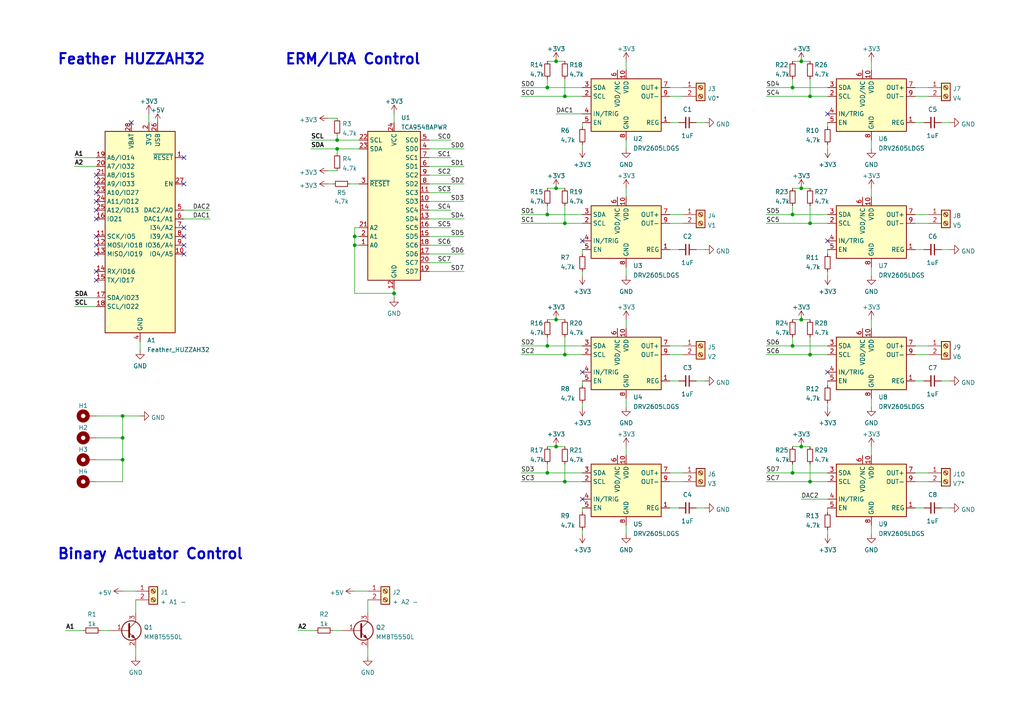
<source format=kicad_sch>
(kicad_sch (version 20211123) (generator eeschema)

  (uuid 3c53ba54-f6a7-4939-8a51-97b70f82972d)

  (paper "A4")

  (title_block
    (title "HapticESP32")
    (date "2022-01-30")
    (rev "01")
    (comment 1 "Author: Martin Weigel")
    (comment 3 "and two binary actuators (input-level voltage).")
    (comment 4 "An extension board for the ESP32 to control a maximum of 8 ERM/LRA actuators")
  )

  (lib_symbols
    (symbol "Connector:Screw_Terminal_01x02" (pin_names (offset 1.016) hide) (in_bom yes) (on_board yes)
      (property "Reference" "J" (id 0) (at 0 2.54 0)
        (effects (font (size 1.27 1.27)))
      )
      (property "Value" "Screw_Terminal_01x02" (id 1) (at 0 -5.08 0)
        (effects (font (size 1.27 1.27)))
      )
      (property "Footprint" "" (id 2) (at 0 0 0)
        (effects (font (size 1.27 1.27)) hide)
      )
      (property "Datasheet" "~" (id 3) (at 0 0 0)
        (effects (font (size 1.27 1.27)) hide)
      )
      (property "ki_keywords" "screw terminal" (id 4) (at 0 0 0)
        (effects (font (size 1.27 1.27)) hide)
      )
      (property "ki_description" "Generic screw terminal, single row, 01x02, script generated (kicad-library-utils/schlib/autogen/connector/)" (id 5) (at 0 0 0)
        (effects (font (size 1.27 1.27)) hide)
      )
      (property "ki_fp_filters" "TerminalBlock*:*" (id 6) (at 0 0 0)
        (effects (font (size 1.27 1.27)) hide)
      )
      (symbol "Screw_Terminal_01x02_1_1"
        (rectangle (start -1.27 1.27) (end 1.27 -3.81)
          (stroke (width 0.254) (type default) (color 0 0 0 0))
          (fill (type background))
        )
        (circle (center 0 -2.54) (radius 0.635)
          (stroke (width 0.1524) (type default) (color 0 0 0 0))
          (fill (type none))
        )
        (polyline
          (pts
            (xy -0.5334 -2.2098)
            (xy 0.3302 -3.048)
          )
          (stroke (width 0.1524) (type default) (color 0 0 0 0))
          (fill (type none))
        )
        (polyline
          (pts
            (xy -0.5334 0.3302)
            (xy 0.3302 -0.508)
          )
          (stroke (width 0.1524) (type default) (color 0 0 0 0))
          (fill (type none))
        )
        (polyline
          (pts
            (xy -0.3556 -2.032)
            (xy 0.508 -2.8702)
          )
          (stroke (width 0.1524) (type default) (color 0 0 0 0))
          (fill (type none))
        )
        (polyline
          (pts
            (xy -0.3556 0.508)
            (xy 0.508 -0.3302)
          )
          (stroke (width 0.1524) (type default) (color 0 0 0 0))
          (fill (type none))
        )
        (circle (center 0 0) (radius 0.635)
          (stroke (width 0.1524) (type default) (color 0 0 0 0))
          (fill (type none))
        )
        (pin passive line (at -5.08 0 0) (length 3.81)
          (name "Pin_1" (effects (font (size 1.27 1.27))))
          (number "1" (effects (font (size 1.27 1.27))))
        )
        (pin passive line (at -5.08 -2.54 0) (length 3.81)
          (name "Pin_2" (effects (font (size 1.27 1.27))))
          (number "2" (effects (font (size 1.27 1.27))))
        )
      )
    )
    (symbol "Device:C_Small" (pin_numbers hide) (pin_names (offset 0.254) hide) (in_bom yes) (on_board yes)
      (property "Reference" "C" (id 0) (at 0.254 1.778 0)
        (effects (font (size 1.27 1.27)) (justify left))
      )
      (property "Value" "C_Small" (id 1) (at 0.254 -2.032 0)
        (effects (font (size 1.27 1.27)) (justify left))
      )
      (property "Footprint" "" (id 2) (at 0 0 0)
        (effects (font (size 1.27 1.27)) hide)
      )
      (property "Datasheet" "~" (id 3) (at 0 0 0)
        (effects (font (size 1.27 1.27)) hide)
      )
      (property "ki_keywords" "capacitor cap" (id 4) (at 0 0 0)
        (effects (font (size 1.27 1.27)) hide)
      )
      (property "ki_description" "Unpolarized capacitor, small symbol" (id 5) (at 0 0 0)
        (effects (font (size 1.27 1.27)) hide)
      )
      (property "ki_fp_filters" "C_*" (id 6) (at 0 0 0)
        (effects (font (size 1.27 1.27)) hide)
      )
      (symbol "C_Small_0_1"
        (polyline
          (pts
            (xy -1.524 -0.508)
            (xy 1.524 -0.508)
          )
          (stroke (width 0.3302) (type default) (color 0 0 0 0))
          (fill (type none))
        )
        (polyline
          (pts
            (xy -1.524 0.508)
            (xy 1.524 0.508)
          )
          (stroke (width 0.3048) (type default) (color 0 0 0 0))
          (fill (type none))
        )
      )
      (symbol "C_Small_1_1"
        (pin passive line (at 0 2.54 270) (length 2.032)
          (name "~" (effects (font (size 1.27 1.27))))
          (number "1" (effects (font (size 1.27 1.27))))
        )
        (pin passive line (at 0 -2.54 90) (length 2.032)
          (name "~" (effects (font (size 1.27 1.27))))
          (number "2" (effects (font (size 1.27 1.27))))
        )
      )
    )
    (symbol "Device:R_Small" (pin_numbers hide) (pin_names (offset 0.254) hide) (in_bom yes) (on_board yes)
      (property "Reference" "R" (id 0) (at 0.762 0.508 0)
        (effects (font (size 1.27 1.27)) (justify left))
      )
      (property "Value" "R_Small" (id 1) (at 0.762 -1.016 0)
        (effects (font (size 1.27 1.27)) (justify left))
      )
      (property "Footprint" "" (id 2) (at 0 0 0)
        (effects (font (size 1.27 1.27)) hide)
      )
      (property "Datasheet" "~" (id 3) (at 0 0 0)
        (effects (font (size 1.27 1.27)) hide)
      )
      (property "ki_keywords" "R resistor" (id 4) (at 0 0 0)
        (effects (font (size 1.27 1.27)) hide)
      )
      (property "ki_description" "Resistor, small symbol" (id 5) (at 0 0 0)
        (effects (font (size 1.27 1.27)) hide)
      )
      (property "ki_fp_filters" "R_*" (id 6) (at 0 0 0)
        (effects (font (size 1.27 1.27)) hide)
      )
      (symbol "R_Small_0_1"
        (rectangle (start -0.762 1.778) (end 0.762 -1.778)
          (stroke (width 0.2032) (type default) (color 0 0 0 0))
          (fill (type none))
        )
      )
      (symbol "R_Small_1_1"
        (pin passive line (at 0 2.54 270) (length 0.762)
          (name "~" (effects (font (size 1.27 1.27))))
          (number "1" (effects (font (size 1.27 1.27))))
        )
        (pin passive line (at 0 -2.54 90) (length 0.762)
          (name "~" (effects (font (size 1.27 1.27))))
          (number "2" (effects (font (size 1.27 1.27))))
        )
      )
    )
    (symbol "Driver_Haptic:DRV2605LDGS" (in_bom yes) (on_board yes)
      (property "Reference" "U" (id 0) (at -10.16 8.255 0)
        (effects (font (size 1.27 1.27)) (justify left bottom))
      )
      (property "Value" "DRV2605LDGS" (id 1) (at 2.54 -8.89 0)
        (effects (font (size 1.27 1.27)) (justify left top))
      )
      (property "Footprint" "Package_SO:VSSOP-10_3x3mm_P0.5mm" (id 2) (at 0 0 0)
        (effects (font (size 1.27 1.27) italic) hide)
      )
      (property "Datasheet" "http://www.ti.com/lit/ds/symlink/drv2605l.pdf" (id 3) (at 0 0 0)
        (effects (font (size 1.27 1.27)) hide)
      )
      (property "ki_keywords" "haptic driver i2c" (id 4) (at 0 0 0)
        (effects (font (size 1.27 1.27)) hide)
      )
      (property "ki_description" "Haptic driver for LRAs and ERMs with effect library, 2-5.2V, VSSOP-10" (id 5) (at 0 0 0)
        (effects (font (size 1.27 1.27)) hide)
      )
      (property "ki_fp_filters" "VSSOP*3x3mm*P0.5mm*" (id 6) (at 0 0 0)
        (effects (font (size 1.27 1.27)) hide)
      )
      (symbol "DRV2605LDGS_0_1"
        (rectangle (start -10.16 7.62) (end 10.16 -7.62)
          (stroke (width 0.254) (type default) (color 0 0 0 0))
          (fill (type background))
        )
      )
      (symbol "DRV2605LDGS_1_1"
        (pin passive line (at 12.7 -5.08 180) (length 2.54)
          (name "REG" (effects (font (size 1.27 1.27))))
          (number "1" (effects (font (size 1.27 1.27))))
        )
        (pin power_in line (at 0 10.16 270) (length 2.54)
          (name "VDD" (effects (font (size 1.27 1.27))))
          (number "10" (effects (font (size 1.27 1.27))))
        )
        (pin input line (at -12.7 2.54 0) (length 2.54)
          (name "SCL" (effects (font (size 1.27 1.27))))
          (number "2" (effects (font (size 1.27 1.27))))
        )
        (pin bidirectional line (at -12.7 5.08 0) (length 2.54)
          (name "SDA" (effects (font (size 1.27 1.27))))
          (number "3" (effects (font (size 1.27 1.27))))
        )
        (pin input line (at -12.7 -2.54 0) (length 2.54)
          (name "IN/TRIG" (effects (font (size 1.27 1.27))))
          (number "4" (effects (font (size 1.27 1.27))))
        )
        (pin input line (at -12.7 -5.08 0) (length 2.54)
          (name "EN" (effects (font (size 1.27 1.27))))
          (number "5" (effects (font (size 1.27 1.27))))
        )
        (pin power_in line (at -2.54 10.16 270) (length 2.54)
          (name "VDD/NC" (effects (font (size 1.27 1.27))))
          (number "6" (effects (font (size 1.27 1.27))))
        )
        (pin output line (at 12.7 5.08 180) (length 2.54)
          (name "OUT+" (effects (font (size 1.27 1.27))))
          (number "7" (effects (font (size 1.27 1.27))))
        )
        (pin power_in line (at 0 -10.16 90) (length 2.54)
          (name "GND" (effects (font (size 1.27 1.27))))
          (number "8" (effects (font (size 1.27 1.27))))
        )
        (pin output line (at 12.7 2.54 180) (length 2.54)
          (name "OUT-" (effects (font (size 1.27 1.27))))
          (number "9" (effects (font (size 1.27 1.27))))
        )
      )
    )
    (symbol "Interface_Expansion:TCA9548APWR" (in_bom yes) (on_board yes)
      (property "Reference" "U" (id 0) (at -7.62 21.59 0)
        (effects (font (size 1.27 1.27)) (justify left))
      )
      (property "Value" "TCA9548APWR" (id 1) (at 1.016 21.59 0)
        (effects (font (size 1.27 1.27)) (justify left))
      )
      (property "Footprint" "Package_SO:TSSOP-24_4.4x7.8mm_P0.65mm" (id 2) (at 0 -25.4 0)
        (effects (font (size 1.27 1.27)) hide)
      )
      (property "Datasheet" "http://www.ti.com/lit/ds/symlink/tca9548a.pdf" (id 3) (at 1.27 6.35 0)
        (effects (font (size 1.27 1.27)) hide)
      )
      (property "ki_keywords" "Low voltage 8-channel I2C switch with reset" (id 4) (at 0 0 0)
        (effects (font (size 1.27 1.27)) hide)
      )
      (property "ki_description" "Low voltage 8-channel I2C switch with reset, TSSOP-24" (id 5) (at 0 0 0)
        (effects (font (size 1.27 1.27)) hide)
      )
      (property "ki_fp_filters" "TSSOP*4.4x7.8mm*P0.65mm*" (id 6) (at 0 0 0)
        (effects (font (size 1.27 1.27)) hide)
      )
      (symbol "TCA9548APWR_0_1"
        (rectangle (start -7.62 20.32) (end 7.62 -22.86)
          (stroke (width 0.254) (type default) (color 0 0 0 0))
          (fill (type background))
        )
      )
      (symbol "TCA9548APWR_1_1"
        (pin input line (at -10.16 -12.7 0) (length 2.54)
          (name "A0" (effects (font (size 1.27 1.27))))
          (number "1" (effects (font (size 1.27 1.27))))
        )
        (pin bidirectional line (at 10.16 0 180) (length 2.54)
          (name "SD3" (effects (font (size 1.27 1.27))))
          (number "10" (effects (font (size 1.27 1.27))))
        )
        (pin output line (at 10.16 2.54 180) (length 2.54)
          (name "SC3" (effects (font (size 1.27 1.27))))
          (number "11" (effects (font (size 1.27 1.27))))
        )
        (pin power_in line (at 0 -25.4 90) (length 2.54)
          (name "GND" (effects (font (size 1.27 1.27))))
          (number "12" (effects (font (size 1.27 1.27))))
        )
        (pin bidirectional line (at 10.16 -5.08 180) (length 2.54)
          (name "SD4" (effects (font (size 1.27 1.27))))
          (number "13" (effects (font (size 1.27 1.27))))
        )
        (pin output line (at 10.16 -2.54 180) (length 2.54)
          (name "SC4" (effects (font (size 1.27 1.27))))
          (number "14" (effects (font (size 1.27 1.27))))
        )
        (pin bidirectional line (at 10.16 -10.16 180) (length 2.54)
          (name "SD5" (effects (font (size 1.27 1.27))))
          (number "15" (effects (font (size 1.27 1.27))))
        )
        (pin output line (at 10.16 -7.62 180) (length 2.54)
          (name "SC5" (effects (font (size 1.27 1.27))))
          (number "16" (effects (font (size 1.27 1.27))))
        )
        (pin bidirectional line (at 10.16 -15.24 180) (length 2.54)
          (name "SD6" (effects (font (size 1.27 1.27))))
          (number "17" (effects (font (size 1.27 1.27))))
        )
        (pin output line (at 10.16 -12.7 180) (length 2.54)
          (name "SC6" (effects (font (size 1.27 1.27))))
          (number "18" (effects (font (size 1.27 1.27))))
        )
        (pin bidirectional line (at 10.16 -20.32 180) (length 2.54)
          (name "SD7" (effects (font (size 1.27 1.27))))
          (number "19" (effects (font (size 1.27 1.27))))
        )
        (pin input line (at -10.16 -10.16 0) (length 2.54)
          (name "A1" (effects (font (size 1.27 1.27))))
          (number "2" (effects (font (size 1.27 1.27))))
        )
        (pin output line (at 10.16 -17.78 180) (length 2.54)
          (name "SC7" (effects (font (size 1.27 1.27))))
          (number "20" (effects (font (size 1.27 1.27))))
        )
        (pin input line (at -10.16 -7.62 0) (length 2.54)
          (name "A2" (effects (font (size 1.27 1.27))))
          (number "21" (effects (font (size 1.27 1.27))))
        )
        (pin input line (at -10.16 17.78 0) (length 2.54)
          (name "SCL" (effects (font (size 1.27 1.27))))
          (number "22" (effects (font (size 1.27 1.27))))
        )
        (pin bidirectional line (at -10.16 15.24 0) (length 2.54)
          (name "SDA" (effects (font (size 1.27 1.27))))
          (number "23" (effects (font (size 1.27 1.27))))
        )
        (pin power_in line (at 0 22.86 270) (length 2.54)
          (name "VCC" (effects (font (size 1.27 1.27))))
          (number "24" (effects (font (size 1.27 1.27))))
        )
        (pin input line (at -10.16 5.08 0) (length 2.54)
          (name "~{RESET}" (effects (font (size 1.27 1.27))))
          (number "3" (effects (font (size 1.27 1.27))))
        )
        (pin bidirectional line (at 10.16 15.24 180) (length 2.54)
          (name "SD0" (effects (font (size 1.27 1.27))))
          (number "4" (effects (font (size 1.27 1.27))))
        )
        (pin output line (at 10.16 17.78 180) (length 2.54)
          (name "SC0" (effects (font (size 1.27 1.27))))
          (number "5" (effects (font (size 1.27 1.27))))
        )
        (pin bidirectional line (at 10.16 10.16 180) (length 2.54)
          (name "SD1" (effects (font (size 1.27 1.27))))
          (number "6" (effects (font (size 1.27 1.27))))
        )
        (pin output line (at 10.16 12.7 180) (length 2.54)
          (name "SC1" (effects (font (size 1.27 1.27))))
          (number "7" (effects (font (size 1.27 1.27))))
        )
        (pin bidirectional line (at 10.16 5.08 180) (length 2.54)
          (name "SD2" (effects (font (size 1.27 1.27))))
          (number "8" (effects (font (size 1.27 1.27))))
        )
        (pin output line (at 10.16 7.62 180) (length 2.54)
          (name "SC2" (effects (font (size 1.27 1.27))))
          (number "9" (effects (font (size 1.27 1.27))))
        )
      )
    )
    (symbol "MCU_Module:Adafruit_Feather_HUZZAH32_ESP32" (in_bom yes) (on_board yes)
      (property "Reference" "A" (id 0) (at -10.16 29.21 0)
        (effects (font (size 1.27 1.27)) (justify left))
      )
      (property "Value" "Adafruit_Feather_HUZZAH32_ESP32" (id 1) (at 2.54 -31.75 0)
        (effects (font (size 1.27 1.27)) (justify left))
      )
      (property "Footprint" "Module:Adafruit_Feather" (id 2) (at 2.54 -34.29 0)
        (effects (font (size 1.27 1.27)) (justify left) hide)
      )
      (property "Datasheet" "https://cdn-learn.adafruit.com/downloads/pdf/adafruit-huzzah32-esp32-feather.pdf" (id 3) (at 0 -30.48 0)
        (effects (font (size 1.27 1.27)) hide)
      )
      (property "ki_keywords" "Adafruit feather microcontroller module USB" (id 4) (at 0 0 0)
        (effects (font (size 1.27 1.27)) hide)
      )
      (property "ki_description" "Microcontroller module with ESP32 MCU" (id 5) (at 0 0 0)
        (effects (font (size 1.27 1.27)) hide)
      )
      (property "ki_fp_filters" "Adafruit*Feather*" (id 6) (at 0 0 0)
        (effects (font (size 1.27 1.27)) hide)
      )
      (symbol "Adafruit_Feather_HUZZAH32_ESP32_0_1"
        (rectangle (start -10.16 27.94) (end 10.16 -30.48)
          (stroke (width 0.254) (type default) (color 0 0 0 0))
          (fill (type background))
        )
      )
      (symbol "Adafruit_Feather_HUZZAH32_ESP32_1_1"
        (pin input line (at 12.7 20.32 180) (length 2.54)
          (name "~{RESET}" (effects (font (size 1.27 1.27))))
          (number "1" (effects (font (size 1.27 1.27))))
        )
        (pin bidirectional line (at 12.7 -7.62 180) (length 2.54)
          (name "IO4/A5" (effects (font (size 1.27 1.27))))
          (number "10" (effects (font (size 1.27 1.27))))
        )
        (pin bidirectional line (at -12.7 -2.54 0) (length 2.54)
          (name "SCK/IO5" (effects (font (size 1.27 1.27))))
          (number "11" (effects (font (size 1.27 1.27))))
        )
        (pin bidirectional line (at -12.7 -5.08 0) (length 2.54)
          (name "MOSI/IO18" (effects (font (size 1.27 1.27))))
          (number "12" (effects (font (size 1.27 1.27))))
        )
        (pin bidirectional line (at -12.7 -7.62 0) (length 2.54)
          (name "MISO/IO19" (effects (font (size 1.27 1.27))))
          (number "13" (effects (font (size 1.27 1.27))))
        )
        (pin bidirectional line (at -12.7 -12.7 0) (length 2.54)
          (name "RX/IO16" (effects (font (size 1.27 1.27))))
          (number "14" (effects (font (size 1.27 1.27))))
        )
        (pin bidirectional line (at -12.7 -15.24 0) (length 2.54)
          (name "TX/IO17" (effects (font (size 1.27 1.27))))
          (number "15" (effects (font (size 1.27 1.27))))
        )
        (pin bidirectional line (at -12.7 2.54 0) (length 2.54)
          (name "IO21" (effects (font (size 1.27 1.27))))
          (number "16" (effects (font (size 1.27 1.27))))
        )
        (pin bidirectional line (at -12.7 -20.32 0) (length 2.54)
          (name "SDA/IO23" (effects (font (size 1.27 1.27))))
          (number "17" (effects (font (size 1.27 1.27))))
        )
        (pin bidirectional line (at -12.7 -22.86 0) (length 2.54)
          (name "SCL/IO22" (effects (font (size 1.27 1.27))))
          (number "18" (effects (font (size 1.27 1.27))))
        )
        (pin bidirectional line (at -12.7 20.32 0) (length 2.54)
          (name "A6/IO14" (effects (font (size 1.27 1.27))))
          (number "19" (effects (font (size 1.27 1.27))))
        )
        (pin power_in line (at 2.54 30.48 270) (length 2.54)
          (name "3V3" (effects (font (size 1.27 1.27))))
          (number "2" (effects (font (size 1.27 1.27))))
        )
        (pin bidirectional line (at -12.7 17.78 0) (length 2.54)
          (name "A7/IO32" (effects (font (size 1.27 1.27))))
          (number "20" (effects (font (size 1.27 1.27))))
        )
        (pin bidirectional line (at -12.7 15.24 0) (length 2.54)
          (name "A8/IO15" (effects (font (size 1.27 1.27))))
          (number "21" (effects (font (size 1.27 1.27))))
        )
        (pin bidirectional line (at -12.7 12.7 0) (length 2.54)
          (name "A9/IO33" (effects (font (size 1.27 1.27))))
          (number "22" (effects (font (size 1.27 1.27))))
        )
        (pin bidirectional line (at -12.7 10.16 0) (length 2.54)
          (name "A10/IO27" (effects (font (size 1.27 1.27))))
          (number "23" (effects (font (size 1.27 1.27))))
        )
        (pin bidirectional line (at -12.7 7.62 0) (length 2.54)
          (name "A11/IO12" (effects (font (size 1.27 1.27))))
          (number "24" (effects (font (size 1.27 1.27))))
        )
        (pin bidirectional line (at -12.7 5.08 0) (length 2.54)
          (name "A12/IO13" (effects (font (size 1.27 1.27))))
          (number "25" (effects (font (size 1.27 1.27))))
        )
        (pin power_in line (at 5.08 30.48 270) (length 2.54)
          (name "USB" (effects (font (size 1.27 1.27))))
          (number "26" (effects (font (size 1.27 1.27))))
        )
        (pin input line (at 12.7 12.7 180) (length 2.54)
          (name "EN" (effects (font (size 1.27 1.27))))
          (number "27" (effects (font (size 1.27 1.27))))
        )
        (pin power_in line (at -2.54 30.48 270) (length 2.54)
          (name "VBAT" (effects (font (size 1.27 1.27))))
          (number "28" (effects (font (size 1.27 1.27))))
        )
        (pin no_connect line (at 10.16 10.16 180) (length 2.54) hide
          (name "NC" (effects (font (size 1.27 1.27))))
          (number "3" (effects (font (size 1.27 1.27))))
        )
        (pin power_in line (at 0 -33.02 90) (length 2.54)
          (name "GND" (effects (font (size 1.27 1.27))))
          (number "4" (effects (font (size 1.27 1.27))))
        )
        (pin bidirectional line (at 12.7 5.08 180) (length 2.54)
          (name "DAC2/A0" (effects (font (size 1.27 1.27))))
          (number "5" (effects (font (size 1.27 1.27))))
        )
        (pin bidirectional line (at 12.7 2.54 180) (length 2.54)
          (name "DAC1/A1" (effects (font (size 1.27 1.27))))
          (number "6" (effects (font (size 1.27 1.27))))
        )
        (pin bidirectional line (at 12.7 0 180) (length 2.54)
          (name "I34/A2" (effects (font (size 1.27 1.27))))
          (number "7" (effects (font (size 1.27 1.27))))
        )
        (pin bidirectional line (at 12.7 -2.54 180) (length 2.54)
          (name "I39/A3" (effects (font (size 1.27 1.27))))
          (number "8" (effects (font (size 1.27 1.27))))
        )
        (pin bidirectional line (at 12.7 -5.08 180) (length 2.54)
          (name "IO36/A4" (effects (font (size 1.27 1.27))))
          (number "9" (effects (font (size 1.27 1.27))))
        )
      )
    )
    (symbol "Mechanical:MountingHole_Pad" (pin_numbers hide) (pin_names (offset 1.016) hide) (in_bom yes) (on_board yes)
      (property "Reference" "H" (id 0) (at 0 6.35 0)
        (effects (font (size 1.27 1.27)))
      )
      (property "Value" "MountingHole_Pad" (id 1) (at 0 4.445 0)
        (effects (font (size 1.27 1.27)))
      )
      (property "Footprint" "" (id 2) (at 0 0 0)
        (effects (font (size 1.27 1.27)) hide)
      )
      (property "Datasheet" "~" (id 3) (at 0 0 0)
        (effects (font (size 1.27 1.27)) hide)
      )
      (property "ki_keywords" "mounting hole" (id 4) (at 0 0 0)
        (effects (font (size 1.27 1.27)) hide)
      )
      (property "ki_description" "Mounting Hole with connection" (id 5) (at 0 0 0)
        (effects (font (size 1.27 1.27)) hide)
      )
      (property "ki_fp_filters" "MountingHole*Pad*" (id 6) (at 0 0 0)
        (effects (font (size 1.27 1.27)) hide)
      )
      (symbol "MountingHole_Pad_0_1"
        (circle (center 0 1.27) (radius 1.27)
          (stroke (width 1.27) (type default) (color 0 0 0 0))
          (fill (type none))
        )
      )
      (symbol "MountingHole_Pad_1_1"
        (pin input line (at 0 -2.54 90) (length 2.54)
          (name "1" (effects (font (size 1.27 1.27))))
          (number "1" (effects (font (size 1.27 1.27))))
        )
      )
    )
    (symbol "Transistor_BJT:MMBT5550L" (pin_names (offset 0) hide) (in_bom yes) (on_board yes)
      (property "Reference" "Q" (id 0) (at 5.08 1.905 0)
        (effects (font (size 1.27 1.27)) (justify left))
      )
      (property "Value" "MMBT5550L" (id 1) (at 5.08 0 0)
        (effects (font (size 1.27 1.27)) (justify left))
      )
      (property "Footprint" "Package_TO_SOT_SMD:SOT-23" (id 2) (at 5.08 -1.905 0)
        (effects (font (size 1.27 1.27) italic) (justify left) hide)
      )
      (property "Datasheet" "www.onsemi.com/pub/Collateral/MMBT5550LT1-D.PDF" (id 3) (at 0 0 0)
        (effects (font (size 1.27 1.27)) (justify left) hide)
      )
      (property "ki_keywords" "NPN Transistor" (id 4) (at 0 0 0)
        (effects (font (size 1.27 1.27)) hide)
      )
      (property "ki_description" "0.6A Ic, 140V Vce, NPN Transistor, SOT-23" (id 5) (at 0 0 0)
        (effects (font (size 1.27 1.27)) hide)
      )
      (property "ki_fp_filters" "SOT?23*" (id 6) (at 0 0 0)
        (effects (font (size 1.27 1.27)) hide)
      )
      (symbol "MMBT5550L_0_1"
        (polyline
          (pts
            (xy 0.635 0.635)
            (xy 2.54 2.54)
          )
          (stroke (width 0) (type default) (color 0 0 0 0))
          (fill (type none))
        )
        (polyline
          (pts
            (xy 0.635 -0.635)
            (xy 2.54 -2.54)
            (xy 2.54 -2.54)
          )
          (stroke (width 0) (type default) (color 0 0 0 0))
          (fill (type none))
        )
        (polyline
          (pts
            (xy 0.635 1.905)
            (xy 0.635 -1.905)
            (xy 0.635 -1.905)
          )
          (stroke (width 0.508) (type default) (color 0 0 0 0))
          (fill (type none))
        )
        (polyline
          (pts
            (xy 1.27 -1.778)
            (xy 1.778 -1.27)
            (xy 2.286 -2.286)
            (xy 1.27 -1.778)
            (xy 1.27 -1.778)
          )
          (stroke (width 0) (type default) (color 0 0 0 0))
          (fill (type outline))
        )
        (circle (center 1.27 0) (radius 2.8194)
          (stroke (width 0.254) (type default) (color 0 0 0 0))
          (fill (type none))
        )
      )
      (symbol "MMBT5550L_1_1"
        (pin input line (at -5.08 0 0) (length 5.715)
          (name "B" (effects (font (size 1.27 1.27))))
          (number "1" (effects (font (size 1.27 1.27))))
        )
        (pin passive line (at 2.54 -5.08 90) (length 2.54)
          (name "E" (effects (font (size 1.27 1.27))))
          (number "2" (effects (font (size 1.27 1.27))))
        )
        (pin passive line (at 2.54 5.08 270) (length 2.54)
          (name "C" (effects (font (size 1.27 1.27))))
          (number "3" (effects (font (size 1.27 1.27))))
        )
      )
    )
    (symbol "power:+3.3V" (power) (pin_names (offset 0)) (in_bom yes) (on_board yes)
      (property "Reference" "#PWR" (id 0) (at 0 -3.81 0)
        (effects (font (size 1.27 1.27)) hide)
      )
      (property "Value" "+3.3V" (id 1) (at 0 3.556 0)
        (effects (font (size 1.27 1.27)))
      )
      (property "Footprint" "" (id 2) (at 0 0 0)
        (effects (font (size 1.27 1.27)) hide)
      )
      (property "Datasheet" "" (id 3) (at 0 0 0)
        (effects (font (size 1.27 1.27)) hide)
      )
      (property "ki_keywords" "power-flag" (id 4) (at 0 0 0)
        (effects (font (size 1.27 1.27)) hide)
      )
      (property "ki_description" "Power symbol creates a global label with name \"+3.3V\"" (id 5) (at 0 0 0)
        (effects (font (size 1.27 1.27)) hide)
      )
      (symbol "+3.3V_0_1"
        (polyline
          (pts
            (xy -0.762 1.27)
            (xy 0 2.54)
          )
          (stroke (width 0) (type default) (color 0 0 0 0))
          (fill (type none))
        )
        (polyline
          (pts
            (xy 0 0)
            (xy 0 2.54)
          )
          (stroke (width 0) (type default) (color 0 0 0 0))
          (fill (type none))
        )
        (polyline
          (pts
            (xy 0 2.54)
            (xy 0.762 1.27)
          )
          (stroke (width 0) (type default) (color 0 0 0 0))
          (fill (type none))
        )
      )
      (symbol "+3.3V_1_1"
        (pin power_in line (at 0 0 90) (length 0) hide
          (name "+3V3" (effects (font (size 1.27 1.27))))
          (number "1" (effects (font (size 1.27 1.27))))
        )
      )
    )
    (symbol "power:+5V" (power) (pin_names (offset 0)) (in_bom yes) (on_board yes)
      (property "Reference" "#PWR" (id 0) (at 0 -3.81 0)
        (effects (font (size 1.27 1.27)) hide)
      )
      (property "Value" "+5V" (id 1) (at 0 3.556 0)
        (effects (font (size 1.27 1.27)))
      )
      (property "Footprint" "" (id 2) (at 0 0 0)
        (effects (font (size 1.27 1.27)) hide)
      )
      (property "Datasheet" "" (id 3) (at 0 0 0)
        (effects (font (size 1.27 1.27)) hide)
      )
      (property "ki_keywords" "power-flag" (id 4) (at 0 0 0)
        (effects (font (size 1.27 1.27)) hide)
      )
      (property "ki_description" "Power symbol creates a global label with name \"+5V\"" (id 5) (at 0 0 0)
        (effects (font (size 1.27 1.27)) hide)
      )
      (symbol "+5V_0_1"
        (polyline
          (pts
            (xy -0.762 1.27)
            (xy 0 2.54)
          )
          (stroke (width 0) (type default) (color 0 0 0 0))
          (fill (type none))
        )
        (polyline
          (pts
            (xy 0 0)
            (xy 0 2.54)
          )
          (stroke (width 0) (type default) (color 0 0 0 0))
          (fill (type none))
        )
        (polyline
          (pts
            (xy 0 2.54)
            (xy 0.762 1.27)
          )
          (stroke (width 0) (type default) (color 0 0 0 0))
          (fill (type none))
        )
      )
      (symbol "+5V_1_1"
        (pin power_in line (at 0 0 90) (length 0) hide
          (name "+5V" (effects (font (size 1.27 1.27))))
          (number "1" (effects (font (size 1.27 1.27))))
        )
      )
    )
    (symbol "power:GND" (power) (pin_names (offset 0)) (in_bom yes) (on_board yes)
      (property "Reference" "#PWR" (id 0) (at 0 -6.35 0)
        (effects (font (size 1.27 1.27)) hide)
      )
      (property "Value" "GND" (id 1) (at 0 -3.81 0)
        (effects (font (size 1.27 1.27)))
      )
      (property "Footprint" "" (id 2) (at 0 0 0)
        (effects (font (size 1.27 1.27)) hide)
      )
      (property "Datasheet" "" (id 3) (at 0 0 0)
        (effects (font (size 1.27 1.27)) hide)
      )
      (property "ki_keywords" "power-flag" (id 4) (at 0 0 0)
        (effects (font (size 1.27 1.27)) hide)
      )
      (property "ki_description" "Power symbol creates a global label with name \"GND\" , ground" (id 5) (at 0 0 0)
        (effects (font (size 1.27 1.27)) hide)
      )
      (symbol "GND_0_1"
        (polyline
          (pts
            (xy 0 0)
            (xy 0 -1.27)
            (xy 1.27 -1.27)
            (xy 0 -2.54)
            (xy -1.27 -1.27)
            (xy 0 -1.27)
          )
          (stroke (width 0) (type default) (color 0 0 0 0))
          (fill (type none))
        )
      )
      (symbol "GND_1_1"
        (pin power_in line (at 0 0 270) (length 0) hide
          (name "GND" (effects (font (size 1.27 1.27))))
          (number "1" (effects (font (size 1.27 1.27))))
        )
      )
    )
  )

  (junction (at 163.83 64.77) (diameter 0) (color 0 0 0 0)
    (uuid 10ef4975-8c1e-494c-b758-de0bdee23915)
  )
  (junction (at 97.79 40.64) (diameter 0) (color 0 0 0 0)
    (uuid 152c73fd-47e0-4f1a-a9c1-40c35d6c7212)
  )
  (junction (at 232.41 54.61) (diameter 0) (color 0 0 0 0)
    (uuid 1ec45f1c-a3b0-428b-b3f5-b9874fd17418)
  )
  (junction (at 234.95 102.87) (diameter 0) (color 0 0 0 0)
    (uuid 2ebd5731-378f-4966-9ba9-02826fd86b47)
  )
  (junction (at 229.87 100.33) (diameter 0) (color 0 0 0 0)
    (uuid 37cb822f-dd94-40a6-8119-1bfcea0ca95f)
  )
  (junction (at 158.75 62.23) (diameter 0) (color 0 0 0 0)
    (uuid 3e584d1b-a136-42d2-947b-25f0d8d38b9e)
  )
  (junction (at 161.29 17.78) (diameter 0) (color 0 0 0 0)
    (uuid 3fdf1c3e-3eab-4c6c-a97d-17e796fc6834)
  )
  (junction (at 229.87 137.16) (diameter 0) (color 0 0 0 0)
    (uuid 48cf07d3-00aa-4d37-b663-938d3850e8ce)
  )
  (junction (at 35.56 133.35) (diameter 0) (color 0 0 0 0)
    (uuid 5533ec3c-5c24-4ddc-8c12-a9a180006a94)
  )
  (junction (at 158.75 25.4) (diameter 0) (color 0 0 0 0)
    (uuid 586561b2-6632-4dd2-b838-ad94a959364e)
  )
  (junction (at 35.56 120.65) (diameter 0) (color 0 0 0 0)
    (uuid 5d460dfb-f3e8-43e3-a8e5-00775db35f41)
  )
  (junction (at 158.75 137.16) (diameter 0) (color 0 0 0 0)
    (uuid 62c24414-d8ad-460c-943b-4df94e23215b)
  )
  (junction (at 163.83 139.7) (diameter 0) (color 0 0 0 0)
    (uuid 6ea2e11a-62ec-4218-9e63-69368d99284f)
  )
  (junction (at 163.83 27.94) (diameter 0) (color 0 0 0 0)
    (uuid 89113bf8-e205-4544-825e-85567cb78cf3)
  )
  (junction (at 35.56 127) (diameter 0) (color 0 0 0 0)
    (uuid 8fabbb6c-8e36-49ab-a1b1-2b33b8a9db23)
  )
  (junction (at 102.87 68.58) (diameter 0) (color 0 0 0 0)
    (uuid 916791f5-5666-4038-ada5-90afb10ae923)
  )
  (junction (at 158.75 100.33) (diameter 0) (color 0 0 0 0)
    (uuid 921dd122-406a-49e2-8815-704e3ab813c2)
  )
  (junction (at 229.87 25.4) (diameter 0) (color 0 0 0 0)
    (uuid 9253061a-4f0b-4686-8434-05772be7e739)
  )
  (junction (at 232.41 129.54) (diameter 0) (color 0 0 0 0)
    (uuid a7518f6b-4726-410d-8c01-d71305828666)
  )
  (junction (at 163.83 102.87) (diameter 0) (color 0 0 0 0)
    (uuid bf4f28e8-cea6-4616-b106-5badc4c7007f)
  )
  (junction (at 161.29 92.71) (diameter 0) (color 0 0 0 0)
    (uuid c4fd8d9f-c33c-4631-a99d-45567f1f9601)
  )
  (junction (at 234.95 27.94) (diameter 0) (color 0 0 0 0)
    (uuid c9c26e96-61af-4bbe-9ce1-bb78cdcf7ac6)
  )
  (junction (at 102.87 71.12) (diameter 0) (color 0 0 0 0)
    (uuid d0421f43-5859-485e-a0c6-4110821d291b)
  )
  (junction (at 232.41 17.78) (diameter 0) (color 0 0 0 0)
    (uuid d392206d-409c-4abe-8bfa-5daafb2fee99)
  )
  (junction (at 232.41 92.71) (diameter 0) (color 0 0 0 0)
    (uuid ec468e5f-028c-4af9-8f4a-d9867986f0db)
  )
  (junction (at 161.29 54.61) (diameter 0) (color 0 0 0 0)
    (uuid ec4c82b2-29a0-4ae8-ac82-f110443cf485)
  )
  (junction (at 234.95 64.77) (diameter 0) (color 0 0 0 0)
    (uuid efe8753f-4216-4bd6-b094-3d26bd9a8774)
  )
  (junction (at 114.3 85.09) (diameter 0) (color 0 0 0 0)
    (uuid f2cfae51-416f-41f2-9daa-70d14200248c)
  )
  (junction (at 161.29 129.54) (diameter 0) (color 0 0 0 0)
    (uuid f7313688-3d9e-4fbe-a808-fb408a20d70a)
  )
  (junction (at 229.87 62.23) (diameter 0) (color 0 0 0 0)
    (uuid fdcaea8c-f57a-4e14-9c99-3d7a42d912aa)
  )
  (junction (at 234.95 139.7) (diameter 0) (color 0 0 0 0)
    (uuid fe626842-c7e6-439f-a35e-1392328225a5)
  )
  (junction (at 97.79 43.18) (diameter 0) (color 0 0 0 0)
    (uuid fed83bbf-a5d1-41bd-847e-1554df55cf55)
  )

  (no_connect (at 53.34 53.34) (uuid 0812604d-0d91-4d6b-90e2-a12b1ddebce3))
  (no_connect (at 27.94 71.12) (uuid 13b73c55-c83e-4c68-83f7-6c281d38090c))
  (no_connect (at 27.94 73.66) (uuid 13b73c55-c83e-4c68-83f7-6c281d38090d))
  (no_connect (at 27.94 78.74) (uuid 13b73c55-c83e-4c68-83f7-6c281d38090e))
  (no_connect (at 27.94 81.28) (uuid 13b73c55-c83e-4c68-83f7-6c281d38090f))
  (no_connect (at 27.94 68.58) (uuid 13b73c55-c83e-4c68-83f7-6c281d380910))
  (no_connect (at 27.94 53.34) (uuid 13b73c55-c83e-4c68-83f7-6c281d380911))
  (no_connect (at 27.94 50.8) (uuid 13b73c55-c83e-4c68-83f7-6c281d380912))
  (no_connect (at 240.03 33.02) (uuid 2c08dad7-0b97-4355-8528-fd74d397da31))
  (no_connect (at 240.03 107.95) (uuid 2c08dad7-0b97-4355-8528-fd74d397da32))
  (no_connect (at 168.91 144.78) (uuid 2c08dad7-0b97-4355-8528-fd74d397da33))
  (no_connect (at 240.03 69.85) (uuid 2c08dad7-0b97-4355-8528-fd74d397da34))
  (no_connect (at 168.91 69.85) (uuid 2c08dad7-0b97-4355-8528-fd74d397da35))
  (no_connect (at 168.91 107.95) (uuid 2c08dad7-0b97-4355-8528-fd74d397da36))
  (no_connect (at 53.34 73.66) (uuid 4d6cc6ea-3cc1-4079-9fe3-a82460acbf1d))
  (no_connect (at 53.34 66.04) (uuid 4d6cc6ea-3cc1-4079-9fe3-a82460acbf1e))
  (no_connect (at 53.34 68.58) (uuid 4d6cc6ea-3cc1-4079-9fe3-a82460acbf1f))
  (no_connect (at 53.34 71.12) (uuid 4d6cc6ea-3cc1-4079-9fe3-a82460acbf20))
  (no_connect (at 27.94 55.88) (uuid 4d6cc6ea-3cc1-4079-9fe3-a82460acbf21))
  (no_connect (at 27.94 58.42) (uuid 4d6cc6ea-3cc1-4079-9fe3-a82460acbf22))
  (no_connect (at 27.94 60.96) (uuid 4d6cc6ea-3cc1-4079-9fe3-a82460acbf23))
  (no_connect (at 27.94 63.5) (uuid 4d6cc6ea-3cc1-4079-9fe3-a82460acbf24))
  (no_connect (at 53.34 45.72) (uuid 6cded41c-a89e-4ff9-9dec-e03e47d7ff87))
  (no_connect (at 38.1 35.56) (uuid ee0c4c2d-8567-49b1-8ef3-df5088ca4489))

  (wire (pts (xy 39.37 173.99) (xy 39.37 177.8))
    (stroke (width 0) (type default) (color 0 0 0 0))
    (uuid 00330ec9-8605-4aea-8048-e66bd47088e3)
  )
  (wire (pts (xy 90.17 40.64) (xy 97.79 40.64))
    (stroke (width 0) (type default) (color 0 0 0 0))
    (uuid 00e8a74b-0fde-4f22-8ec1-84eaaf462044)
  )
  (wire (pts (xy 229.87 22.86) (xy 229.87 25.4))
    (stroke (width 0) (type default) (color 0 0 0 0))
    (uuid 00fdef5d-b387-4ea1-b358-fa34ca1bbe59)
  )
  (wire (pts (xy 265.43 147.32) (xy 267.97 147.32))
    (stroke (width 0) (type default) (color 0 0 0 0))
    (uuid 013089c5-45c0-486a-9322-742db8fff8c0)
  )
  (wire (pts (xy 161.29 129.54) (xy 163.83 129.54))
    (stroke (width 0) (type default) (color 0 0 0 0))
    (uuid 0353edcd-889c-4fc5-a5cf-1d8128b0f070)
  )
  (wire (pts (xy 21.59 45.72) (xy 27.94 45.72))
    (stroke (width 0) (type default) (color 0 0 0 0))
    (uuid 039c6326-c0f2-4aea-a726-81d21e405509)
  )
  (wire (pts (xy 168.91 153.67) (xy 168.91 154.94))
    (stroke (width 0) (type default) (color 0 0 0 0))
    (uuid 09f1d5d0-476e-488d-8c49-9abac9d19d52)
  )
  (wire (pts (xy 35.56 120.65) (xy 35.56 127))
    (stroke (width 0) (type default) (color 0 0 0 0))
    (uuid 0a7be626-daea-43f9-aace-0340b7551fff)
  )
  (wire (pts (xy 265.43 110.49) (xy 267.97 110.49))
    (stroke (width 0) (type default) (color 0 0 0 0))
    (uuid 0afa4b26-684f-438d-901b-e2f1af661a60)
  )
  (wire (pts (xy 40.64 99.06) (xy 40.64 101.6))
    (stroke (width 0) (type default) (color 0 0 0 0))
    (uuid 0b896521-1275-45e7-98bf-bfd2bb42b541)
  )
  (wire (pts (xy 29.21 182.88) (xy 31.75 182.88))
    (stroke (width 0) (type default) (color 0 0 0 0))
    (uuid 0c2a63c2-53a0-4ae6-a305-babd47006f5d)
  )
  (wire (pts (xy 124.46 71.12) (xy 130.81 71.12))
    (stroke (width 0) (type default) (color 0 0 0 0))
    (uuid 0d532d27-804a-4352-b395-6a493e2f7385)
  )
  (wire (pts (xy 194.31 110.49) (xy 196.85 110.49))
    (stroke (width 0) (type default) (color 0 0 0 0))
    (uuid 0dad965a-d16f-4357-8dae-6ff14b661b6a)
  )
  (wire (pts (xy 168.91 147.32) (xy 168.91 148.59))
    (stroke (width 0) (type default) (color 0 0 0 0))
    (uuid 0f0a929e-5586-41be-a2d1-d300e2e503f5)
  )
  (wire (pts (xy 252.73 40.64) (xy 252.73 43.18))
    (stroke (width 0) (type default) (color 0 0 0 0))
    (uuid 105c57f2-2d07-4aef-9176-ff544c4fc9ae)
  )
  (wire (pts (xy 124.46 43.18) (xy 134.62 43.18))
    (stroke (width 0) (type default) (color 0 0 0 0))
    (uuid 1210f378-50ae-44bd-b107-993bfd4962c4)
  )
  (wire (pts (xy 163.83 27.94) (xy 168.91 27.94))
    (stroke (width 0) (type default) (color 0 0 0 0))
    (uuid 13df9f3a-35ce-49e8-8039-3d342fb603dd)
  )
  (wire (pts (xy 124.46 58.42) (xy 134.62 58.42))
    (stroke (width 0) (type default) (color 0 0 0 0))
    (uuid 141f677b-8a0a-44fd-aa8a-2a12eea2133f)
  )
  (wire (pts (xy 168.91 110.49) (xy 168.91 111.76))
    (stroke (width 0) (type default) (color 0 0 0 0))
    (uuid 1551456f-8fb2-424d-98ed-61bb84a38415)
  )
  (wire (pts (xy 229.87 100.33) (xy 240.03 100.33))
    (stroke (width 0) (type default) (color 0 0 0 0))
    (uuid 19c27285-96eb-486f-96ab-6a94a9cd0199)
  )
  (wire (pts (xy 151.13 139.7) (xy 163.83 139.7))
    (stroke (width 0) (type default) (color 0 0 0 0))
    (uuid 1a502aef-304c-4715-8a42-348b27737ecb)
  )
  (wire (pts (xy 158.75 22.86) (xy 158.75 25.4))
    (stroke (width 0) (type default) (color 0 0 0 0))
    (uuid 1ac0576e-b148-46ed-9d4c-841cd1106cbd)
  )
  (wire (pts (xy 181.61 92.71) (xy 181.61 95.25))
    (stroke (width 0) (type default) (color 0 0 0 0))
    (uuid 1d84fc9e-0fbb-462f-b49f-557beef79151)
  )
  (wire (pts (xy 194.31 72.39) (xy 196.85 72.39))
    (stroke (width 0) (type default) (color 0 0 0 0))
    (uuid 1e71325b-e321-422b-bfa2-f2b1e99ef899)
  )
  (wire (pts (xy 104.14 66.04) (xy 102.87 66.04))
    (stroke (width 0) (type default) (color 0 0 0 0))
    (uuid 1e784233-3fef-4cea-bc09-c02cf9fe91d2)
  )
  (wire (pts (xy 168.91 72.39) (xy 168.91 73.66))
    (stroke (width 0) (type default) (color 0 0 0 0))
    (uuid 1f5945a3-4e57-4b78-b3ba-8bc87106ce61)
  )
  (wire (pts (xy 95.25 34.29) (xy 97.79 34.29))
    (stroke (width 0) (type default) (color 0 0 0 0))
    (uuid 206df2c1-009c-4db4-ac32-4c882e5735a2)
  )
  (wire (pts (xy 265.43 27.94) (xy 269.24 27.94))
    (stroke (width 0) (type default) (color 0 0 0 0))
    (uuid 23284f7b-3fca-4728-892d-59674a4eee06)
  )
  (wire (pts (xy 158.75 134.62) (xy 158.75 137.16))
    (stroke (width 0) (type default) (color 0 0 0 0))
    (uuid 2375fe12-eb55-421e-a220-6d84f9efd6ef)
  )
  (wire (pts (xy 158.75 54.61) (xy 161.29 54.61))
    (stroke (width 0) (type default) (color 0 0 0 0))
    (uuid 2768a2c2-e1d7-4604-88b9-742e36f3d61e)
  )
  (wire (pts (xy 234.95 59.69) (xy 234.95 64.77))
    (stroke (width 0) (type default) (color 0 0 0 0))
    (uuid 295e163a-65f7-4210-bb81-9d08610967e9)
  )
  (wire (pts (xy 158.75 100.33) (xy 168.91 100.33))
    (stroke (width 0) (type default) (color 0 0 0 0))
    (uuid 29635dc2-4350-45a5-8b70-40fcd50aad1d)
  )
  (wire (pts (xy 35.56 171.45) (xy 39.37 171.45))
    (stroke (width 0) (type default) (color 0 0 0 0))
    (uuid 2a7b977b-1bce-42a4-8eb2-97fb3f6c57f9)
  )
  (wire (pts (xy 194.31 102.87) (xy 198.12 102.87))
    (stroke (width 0) (type default) (color 0 0 0 0))
    (uuid 2aff9f29-ded5-481b-8784-588c3f0848bc)
  )
  (wire (pts (xy 158.75 129.54) (xy 161.29 129.54))
    (stroke (width 0) (type default) (color 0 0 0 0))
    (uuid 2b1a6252-3096-498b-8089-a44fc74f1cc1)
  )
  (wire (pts (xy 234.95 64.77) (xy 240.03 64.77))
    (stroke (width 0) (type default) (color 0 0 0 0))
    (uuid 30266093-f4ba-41e9-8cd8-85b83c09ac36)
  )
  (wire (pts (xy 229.87 92.71) (xy 232.41 92.71))
    (stroke (width 0) (type default) (color 0 0 0 0))
    (uuid 3164e824-82f6-4983-a136-d45f81cba65d)
  )
  (wire (pts (xy 265.43 137.16) (xy 269.24 137.16))
    (stroke (width 0) (type default) (color 0 0 0 0))
    (uuid 317bec58-b05a-4a46-bec2-00de8d726973)
  )
  (wire (pts (xy 39.37 187.96) (xy 39.37 190.5))
    (stroke (width 0) (type default) (color 0 0 0 0))
    (uuid 33e3dfee-9cf3-4152-8fcc-7b4c9b64cb0c)
  )
  (wire (pts (xy 181.61 115.57) (xy 181.61 118.11))
    (stroke (width 0) (type default) (color 0 0 0 0))
    (uuid 3429436b-22f8-4242-ae84-9359fc38b081)
  )
  (wire (pts (xy 151.13 27.94) (xy 163.83 27.94))
    (stroke (width 0) (type default) (color 0 0 0 0))
    (uuid 348e1731-03d6-4bb0-ac7e-265d2e1ac7f7)
  )
  (wire (pts (xy 240.03 72.39) (xy 240.03 73.66))
    (stroke (width 0) (type default) (color 0 0 0 0))
    (uuid 35536a3b-f519-4121-9756-2fcd88e5bb47)
  )
  (wire (pts (xy 234.95 22.86) (xy 234.95 27.94))
    (stroke (width 0) (type default) (color 0 0 0 0))
    (uuid 36b58687-f5c4-4fff-8fc9-c024ece77a67)
  )
  (wire (pts (xy 181.61 77.47) (xy 181.61 80.01))
    (stroke (width 0) (type default) (color 0 0 0 0))
    (uuid 39f4bdbc-788a-4c27-ae57-a24d9f56fd24)
  )
  (wire (pts (xy 234.95 97.79) (xy 234.95 102.87))
    (stroke (width 0) (type default) (color 0 0 0 0))
    (uuid 407e39c7-1c0c-4f9d-9f2b-0b3238e55eed)
  )
  (wire (pts (xy 222.25 102.87) (xy 234.95 102.87))
    (stroke (width 0) (type default) (color 0 0 0 0))
    (uuid 4134dfac-a6b8-426f-89ab-9e8f7c473612)
  )
  (wire (pts (xy 161.29 92.71) (xy 163.83 92.71))
    (stroke (width 0) (type default) (color 0 0 0 0))
    (uuid 436132c9-cf59-42fd-8608-da89b0f24a46)
  )
  (wire (pts (xy 222.25 137.16) (xy 229.87 137.16))
    (stroke (width 0) (type default) (color 0 0 0 0))
    (uuid 4373935d-2039-4285-87ba-5f939d635b8e)
  )
  (wire (pts (xy 114.3 83.82) (xy 114.3 85.09))
    (stroke (width 0) (type default) (color 0 0 0 0))
    (uuid 437d12c6-d9d9-47c6-be07-2c89ccf18aa1)
  )
  (wire (pts (xy 163.83 22.86) (xy 163.83 27.94))
    (stroke (width 0) (type default) (color 0 0 0 0))
    (uuid 43ea5e9c-a18f-4d7c-a8c5-781ad14b7a1c)
  )
  (wire (pts (xy 273.05 35.56) (xy 275.59 35.56))
    (stroke (width 0) (type default) (color 0 0 0 0))
    (uuid 447307ef-4443-47a9-8001-107a4f341006)
  )
  (wire (pts (xy 96.52 182.88) (xy 99.06 182.88))
    (stroke (width 0) (type default) (color 0 0 0 0))
    (uuid 44e38b5f-5005-4710-a36d-fa025b786b4f)
  )
  (wire (pts (xy 181.61 17.78) (xy 181.61 20.32))
    (stroke (width 0) (type default) (color 0 0 0 0))
    (uuid 471daa01-3a76-4842-b6a8-0e5eaf807e51)
  )
  (wire (pts (xy 124.46 76.2) (xy 130.81 76.2))
    (stroke (width 0) (type default) (color 0 0 0 0))
    (uuid 494e0b0d-1e44-4ba6-b993-76b0b9c98744)
  )
  (wire (pts (xy 265.43 72.39) (xy 267.97 72.39))
    (stroke (width 0) (type default) (color 0 0 0 0))
    (uuid 49e1c4f2-79a8-4168-9fc3-50e6bddda869)
  )
  (wire (pts (xy 163.83 97.79) (xy 163.83 102.87))
    (stroke (width 0) (type default) (color 0 0 0 0))
    (uuid 4a87831e-9dd9-4c9d-8390-9500cbdddebf)
  )
  (wire (pts (xy 27.94 120.65) (xy 35.56 120.65))
    (stroke (width 0) (type default) (color 0 0 0 0))
    (uuid 4e611060-ecb5-4394-9934-8e651f81f5e1)
  )
  (wire (pts (xy 222.25 62.23) (xy 229.87 62.23))
    (stroke (width 0) (type default) (color 0 0 0 0))
    (uuid 4ff298f8-659b-42f4-a842-d0c423337c09)
  )
  (wire (pts (xy 124.46 78.74) (xy 134.62 78.74))
    (stroke (width 0) (type default) (color 0 0 0 0))
    (uuid 5142b565-7e0a-4ac6-81c9-8f4c5e9930a0)
  )
  (wire (pts (xy 101.6 53.34) (xy 104.14 53.34))
    (stroke (width 0) (type default) (color 0 0 0 0))
    (uuid 51621121-1a5e-44a5-9289-1a7a0c261b92)
  )
  (wire (pts (xy 222.25 25.4) (xy 229.87 25.4))
    (stroke (width 0) (type default) (color 0 0 0 0))
    (uuid 51a6b804-55df-48b8-9062-fccd63a08734)
  )
  (wire (pts (xy 168.91 35.56) (xy 168.91 36.83))
    (stroke (width 0) (type default) (color 0 0 0 0))
    (uuid 539bcfcd-95f9-4be8-b514-7875fd29ac14)
  )
  (wire (pts (xy 124.46 40.64) (xy 130.81 40.64))
    (stroke (width 0) (type default) (color 0 0 0 0))
    (uuid 53e0f8db-02b0-478b-a7fa-163873de1668)
  )
  (wire (pts (xy 27.94 133.35) (xy 35.56 133.35))
    (stroke (width 0) (type default) (color 0 0 0 0))
    (uuid 54f2ef38-6646-48b1-b525-7f7160f8f321)
  )
  (wire (pts (xy 265.43 25.4) (xy 269.24 25.4))
    (stroke (width 0) (type default) (color 0 0 0 0))
    (uuid 5522b2f5-9eb5-4956-8fc4-c36b1bf8cf9d)
  )
  (wire (pts (xy 106.68 173.99) (xy 106.68 177.8))
    (stroke (width 0) (type default) (color 0 0 0 0))
    (uuid 56b1bc52-f543-488d-a0c7-333283ada29a)
  )
  (wire (pts (xy 124.46 68.58) (xy 134.62 68.58))
    (stroke (width 0) (type default) (color 0 0 0 0))
    (uuid 587fafe3-cebf-407c-8df1-45f29bb5a7e0)
  )
  (wire (pts (xy 252.73 152.4) (xy 252.73 154.94))
    (stroke (width 0) (type default) (color 0 0 0 0))
    (uuid 58aa1fe5-0932-4e95-b201-af7fa3b61fd7)
  )
  (wire (pts (xy 222.25 100.33) (xy 229.87 100.33))
    (stroke (width 0) (type default) (color 0 0 0 0))
    (uuid 5acfc477-b4e7-47b4-b3ed-0a26e23719b8)
  )
  (wire (pts (xy 252.73 92.71) (xy 252.73 95.25))
    (stroke (width 0) (type default) (color 0 0 0 0))
    (uuid 5d2b703a-6ad1-41a8-9ddf-b99c4b65f225)
  )
  (wire (pts (xy 194.31 35.56) (xy 196.85 35.56))
    (stroke (width 0) (type default) (color 0 0 0 0))
    (uuid 5d43af8b-86c8-46b5-af31-d7264124f6da)
  )
  (wire (pts (xy 161.29 54.61) (xy 163.83 54.61))
    (stroke (width 0) (type default) (color 0 0 0 0))
    (uuid 608cc9b5-4917-4213-8f02-72aad62a5dde)
  )
  (wire (pts (xy 265.43 62.23) (xy 269.24 62.23))
    (stroke (width 0) (type default) (color 0 0 0 0))
    (uuid 62719c6f-a208-4a06-85c9-b62d2921c113)
  )
  (wire (pts (xy 252.73 77.47) (xy 252.73 80.01))
    (stroke (width 0) (type default) (color 0 0 0 0))
    (uuid 6290084a-c74e-4a55-96ce-b440ddc798d9)
  )
  (wire (pts (xy 168.91 78.74) (xy 168.91 80.01))
    (stroke (width 0) (type default) (color 0 0 0 0))
    (uuid 62e12855-a9f0-4ccf-a125-401a02f147d2)
  )
  (wire (pts (xy 194.31 27.94) (xy 198.12 27.94))
    (stroke (width 0) (type default) (color 0 0 0 0))
    (uuid 632eedf7-d541-48e0-84cc-0b148600c574)
  )
  (wire (pts (xy 21.59 86.36) (xy 27.94 86.36))
    (stroke (width 0) (type default) (color 0 0 0 0))
    (uuid 6699dd5c-029c-4a2f-bc77-1aad1f833190)
  )
  (wire (pts (xy 181.61 54.61) (xy 181.61 57.15))
    (stroke (width 0) (type default) (color 0 0 0 0))
    (uuid 675c235f-0142-47a1-a473-46d2f1829756)
  )
  (wire (pts (xy 161.29 17.78) (xy 163.83 17.78))
    (stroke (width 0) (type default) (color 0 0 0 0))
    (uuid 69c76418-9de6-47a2-ab59-282cfa0eb9f2)
  )
  (wire (pts (xy 234.95 134.62) (xy 234.95 139.7))
    (stroke (width 0) (type default) (color 0 0 0 0))
    (uuid 6bbe1365-44c4-4178-a705-a75291c5e838)
  )
  (wire (pts (xy 102.87 85.09) (xy 114.3 85.09))
    (stroke (width 0) (type default) (color 0 0 0 0))
    (uuid 6c5cb272-502e-4716-ac71-730bd066c223)
  )
  (wire (pts (xy 240.03 116.84) (xy 240.03 118.11))
    (stroke (width 0) (type default) (color 0 0 0 0))
    (uuid 6ff82554-ce76-48e2-8674-aea5096dd132)
  )
  (wire (pts (xy 151.13 102.87) (xy 163.83 102.87))
    (stroke (width 0) (type default) (color 0 0 0 0))
    (uuid 70c87c5b-ce8d-48bc-8423-d2de48239175)
  )
  (wire (pts (xy 95.25 53.34) (xy 96.52 53.34))
    (stroke (width 0) (type default) (color 0 0 0 0))
    (uuid 718fab51-d33e-48dd-9db5-1f8194bfbe3f)
  )
  (wire (pts (xy 97.79 40.64) (xy 104.14 40.64))
    (stroke (width 0) (type default) (color 0 0 0 0))
    (uuid 72c5e527-65e0-43e6-a4c6-e19083c8cbcb)
  )
  (wire (pts (xy 229.87 97.79) (xy 229.87 100.33))
    (stroke (width 0) (type default) (color 0 0 0 0))
    (uuid 75442366-ee99-47d8-b985-4bc88ffd1ff0)
  )
  (wire (pts (xy 240.03 147.32) (xy 240.03 148.59))
    (stroke (width 0) (type default) (color 0 0 0 0))
    (uuid 76308a58-3a44-47f0-8260-6b7071b40b3d)
  )
  (wire (pts (xy 168.91 116.84) (xy 168.91 118.11))
    (stroke (width 0) (type default) (color 0 0 0 0))
    (uuid 76d135a8-b5fd-47bb-9885-5a05de36c6a6)
  )
  (wire (pts (xy 229.87 137.16) (xy 240.03 137.16))
    (stroke (width 0) (type default) (color 0 0 0 0))
    (uuid 76d21193-8afe-4e78-baea-e901df3d2329)
  )
  (wire (pts (xy 232.41 17.78) (xy 234.95 17.78))
    (stroke (width 0) (type default) (color 0 0 0 0))
    (uuid 777315b7-4029-4285-bdfc-bba5b4fd474b)
  )
  (wire (pts (xy 114.3 33.02) (xy 114.3 35.56))
    (stroke (width 0) (type default) (color 0 0 0 0))
    (uuid 7a6f6ba9-5831-4870-b4ad-4a0d3edfebbf)
  )
  (wire (pts (xy 19.05 182.88) (xy 24.13 182.88))
    (stroke (width 0) (type default) (color 0 0 0 0))
    (uuid 7f2ab179-1b5b-42fb-adb7-f4bff7aa40b4)
  )
  (wire (pts (xy 194.31 139.7) (xy 198.12 139.7))
    (stroke (width 0) (type default) (color 0 0 0 0))
    (uuid 807c43bb-87c4-4ae3-ae45-b9657250b671)
  )
  (wire (pts (xy 240.03 35.56) (xy 240.03 36.83))
    (stroke (width 0) (type default) (color 0 0 0 0))
    (uuid 814960f7-ee99-4a68-af93-c62ef5c100e4)
  )
  (wire (pts (xy 201.93 72.39) (xy 204.47 72.39))
    (stroke (width 0) (type default) (color 0 0 0 0))
    (uuid 83c89ed8-fa9e-4fa9-a550-54107156a07e)
  )
  (wire (pts (xy 181.61 152.4) (xy 181.61 154.94))
    (stroke (width 0) (type default) (color 0 0 0 0))
    (uuid 8575bbea-15dd-41bd-9c82-09f57bf14748)
  )
  (wire (pts (xy 201.93 35.56) (xy 204.47 35.56))
    (stroke (width 0) (type default) (color 0 0 0 0))
    (uuid 869a50cb-b4ec-45b9-a3c4-c4d7b3961f99)
  )
  (wire (pts (xy 106.68 187.96) (xy 106.68 190.5))
    (stroke (width 0) (type default) (color 0 0 0 0))
    (uuid 8825d002-ef39-42fa-9931-8f3052c89777)
  )
  (wire (pts (xy 27.94 127) (xy 35.56 127))
    (stroke (width 0) (type default) (color 0 0 0 0))
    (uuid 88c498c9-2e37-4e34-8c4c-0d92496526fb)
  )
  (wire (pts (xy 252.73 129.54) (xy 252.73 132.08))
    (stroke (width 0) (type default) (color 0 0 0 0))
    (uuid 8936fc4a-b101-4271-a2cf-ceeb3f66c142)
  )
  (wire (pts (xy 229.87 17.78) (xy 232.41 17.78))
    (stroke (width 0) (type default) (color 0 0 0 0))
    (uuid 89727264-ef8c-40e4-8b3a-52bdf9826943)
  )
  (wire (pts (xy 151.13 62.23) (xy 158.75 62.23))
    (stroke (width 0) (type default) (color 0 0 0 0))
    (uuid 899ea10c-1bc1-40ae-bafc-34d81fe3c277)
  )
  (wire (pts (xy 229.87 59.69) (xy 229.87 62.23))
    (stroke (width 0) (type default) (color 0 0 0 0))
    (uuid 8b2e6f25-e15e-4bed-bf57-11214fd2834a)
  )
  (wire (pts (xy 273.05 72.39) (xy 275.59 72.39))
    (stroke (width 0) (type default) (color 0 0 0 0))
    (uuid 8bc145f1-3807-4843-b399-27442bb0db54)
  )
  (wire (pts (xy 222.25 27.94) (xy 234.95 27.94))
    (stroke (width 0) (type default) (color 0 0 0 0))
    (uuid 8e5fc375-52f3-4b07-b945-7686eb5d62c3)
  )
  (wire (pts (xy 194.31 100.33) (xy 198.12 100.33))
    (stroke (width 0) (type default) (color 0 0 0 0))
    (uuid 8ec52799-abc3-4774-9417-18844dea8489)
  )
  (wire (pts (xy 163.83 102.87) (xy 168.91 102.87))
    (stroke (width 0) (type default) (color 0 0 0 0))
    (uuid 9027baa2-32d1-4812-b973-d5f5fe81bee5)
  )
  (wire (pts (xy 194.31 137.16) (xy 198.12 137.16))
    (stroke (width 0) (type default) (color 0 0 0 0))
    (uuid 92160519-2c67-4cdc-ab50-fd2e827124dd)
  )
  (wire (pts (xy 104.14 71.12) (xy 102.87 71.12))
    (stroke (width 0) (type default) (color 0 0 0 0))
    (uuid 92387145-aefe-4105-90cf-8363c29f2dcc)
  )
  (wire (pts (xy 158.75 62.23) (xy 168.91 62.23))
    (stroke (width 0) (type default) (color 0 0 0 0))
    (uuid 950f9a06-e797-418b-8f90-04b472a17cb8)
  )
  (wire (pts (xy 158.75 97.79) (xy 158.75 100.33))
    (stroke (width 0) (type default) (color 0 0 0 0))
    (uuid 96ff45a0-6646-4553-b11e-c20dfe20f603)
  )
  (wire (pts (xy 240.03 78.74) (xy 240.03 80.01))
    (stroke (width 0) (type default) (color 0 0 0 0))
    (uuid 9896d9bd-2fdc-432f-8379-87bf5cdea624)
  )
  (wire (pts (xy 102.87 71.12) (xy 102.87 85.09))
    (stroke (width 0) (type default) (color 0 0 0 0))
    (uuid 98ea3faf-6fe1-4b7e-b270-b944acd01597)
  )
  (wire (pts (xy 232.41 144.78) (xy 240.03 144.78))
    (stroke (width 0) (type default) (color 0 0 0 0))
    (uuid 9a277587-fc3e-4985-ae54-0efe8405d6aa)
  )
  (wire (pts (xy 35.56 127) (xy 35.56 133.35))
    (stroke (width 0) (type default) (color 0 0 0 0))
    (uuid 9d041829-549d-4541-b5ca-42308f7f7c2d)
  )
  (wire (pts (xy 252.73 115.57) (xy 252.73 118.11))
    (stroke (width 0) (type default) (color 0 0 0 0))
    (uuid 9fc457d0-3b3b-499e-9e4c-7e40cbba8e8a)
  )
  (wire (pts (xy 232.41 129.54) (xy 234.95 129.54))
    (stroke (width 0) (type default) (color 0 0 0 0))
    (uuid a250c16a-b6aa-4852-bedd-972cbf617367)
  )
  (wire (pts (xy 240.03 110.49) (xy 240.03 111.76))
    (stroke (width 0) (type default) (color 0 0 0 0))
    (uuid a31016e0-e118-45a3-b4a3-e4d4bd2ec12d)
  )
  (wire (pts (xy 265.43 64.77) (xy 269.24 64.77))
    (stroke (width 0) (type default) (color 0 0 0 0))
    (uuid a31bad1e-b002-424b-810c-5cd692b3b5cd)
  )
  (wire (pts (xy 97.79 43.18) (xy 97.79 44.45))
    (stroke (width 0) (type default) (color 0 0 0 0))
    (uuid a3421fb6-ff0c-493f-b120-eee413612620)
  )
  (wire (pts (xy 124.46 53.34) (xy 134.62 53.34))
    (stroke (width 0) (type default) (color 0 0 0 0))
    (uuid a3b34dcf-b8bc-42f9-b25f-0d3dc5364be2)
  )
  (wire (pts (xy 151.13 100.33) (xy 158.75 100.33))
    (stroke (width 0) (type default) (color 0 0 0 0))
    (uuid a487d1ae-a02b-47b1-a85b-062daee8c561)
  )
  (wire (pts (xy 158.75 25.4) (xy 168.91 25.4))
    (stroke (width 0) (type default) (color 0 0 0 0))
    (uuid a7ed8fc0-46e2-4215-a072-23b27125b932)
  )
  (wire (pts (xy 163.83 59.69) (xy 163.83 64.77))
    (stroke (width 0) (type default) (color 0 0 0 0))
    (uuid a9357cfa-264f-4903-aff6-5c148ccbbe8c)
  )
  (wire (pts (xy 232.41 92.71) (xy 234.95 92.71))
    (stroke (width 0) (type default) (color 0 0 0 0))
    (uuid a98f2ac0-2c13-4aae-a571-fe8b6a61aded)
  )
  (wire (pts (xy 97.79 43.18) (xy 104.14 43.18))
    (stroke (width 0) (type default) (color 0 0 0 0))
    (uuid ad086378-66d7-473f-ac73-f794d685381f)
  )
  (wire (pts (xy 158.75 92.71) (xy 161.29 92.71))
    (stroke (width 0) (type default) (color 0 0 0 0))
    (uuid adf988f7-dd13-4c12-bf5e-d63e656c494d)
  )
  (wire (pts (xy 194.31 64.77) (xy 198.12 64.77))
    (stroke (width 0) (type default) (color 0 0 0 0))
    (uuid afba1db7-74d8-4f59-8f1c-603822bccebe)
  )
  (wire (pts (xy 229.87 54.61) (xy 232.41 54.61))
    (stroke (width 0) (type default) (color 0 0 0 0))
    (uuid aff4ba34-16d8-4ea1-855d-a8d3dd38ce78)
  )
  (wire (pts (xy 151.13 137.16) (xy 158.75 137.16))
    (stroke (width 0) (type default) (color 0 0 0 0))
    (uuid b07bb050-1047-4db9-955d-11efa4d89849)
  )
  (wire (pts (xy 194.31 25.4) (xy 198.12 25.4))
    (stroke (width 0) (type default) (color 0 0 0 0))
    (uuid b07dc2e4-d48d-44e5-977d-0be387675b63)
  )
  (wire (pts (xy 234.95 139.7) (xy 240.03 139.7))
    (stroke (width 0) (type default) (color 0 0 0 0))
    (uuid b102d35b-44d8-42d9-b6a1-662c431c2f41)
  )
  (wire (pts (xy 163.83 139.7) (xy 168.91 139.7))
    (stroke (width 0) (type default) (color 0 0 0 0))
    (uuid b32c06e9-6918-4bee-a95b-0f923d40563a)
  )
  (wire (pts (xy 168.91 41.91) (xy 168.91 43.18))
    (stroke (width 0) (type default) (color 0 0 0 0))
    (uuid b51d1223-16aa-4702-946e-b1d313245c6f)
  )
  (wire (pts (xy 229.87 129.54) (xy 232.41 129.54))
    (stroke (width 0) (type default) (color 0 0 0 0))
    (uuid b7fbe2b4-fba5-4e0a-997b-a732c8266d7d)
  )
  (wire (pts (xy 265.43 102.87) (xy 269.24 102.87))
    (stroke (width 0) (type default) (color 0 0 0 0))
    (uuid b803a7ed-ddde-44de-832e-af14f4be69fc)
  )
  (wire (pts (xy 158.75 17.78) (xy 161.29 17.78))
    (stroke (width 0) (type default) (color 0 0 0 0))
    (uuid b8d90ea9-2fa4-43e8-a986-409952cdecb3)
  )
  (wire (pts (xy 158.75 59.69) (xy 158.75 62.23))
    (stroke (width 0) (type default) (color 0 0 0 0))
    (uuid b9986e80-99fc-425e-a370-78342462d40e)
  )
  (wire (pts (xy 163.83 64.77) (xy 168.91 64.77))
    (stroke (width 0) (type default) (color 0 0 0 0))
    (uuid b9ba1611-816b-41e2-bf1b-c8908adc6a32)
  )
  (wire (pts (xy 35.56 120.65) (xy 40.64 120.65))
    (stroke (width 0) (type default) (color 0 0 0 0))
    (uuid bdfaa25a-3b27-4395-9848-543367c03561)
  )
  (wire (pts (xy 265.43 100.33) (xy 269.24 100.33))
    (stroke (width 0) (type default) (color 0 0 0 0))
    (uuid be12bac5-653e-46c0-b0f0-fa6406438023)
  )
  (wire (pts (xy 114.3 85.09) (xy 114.3 86.36))
    (stroke (width 0) (type default) (color 0 0 0 0))
    (uuid be2da761-a985-402d-b5c5-21736a1d6811)
  )
  (wire (pts (xy 53.34 60.96) (xy 60.96 60.96))
    (stroke (width 0) (type default) (color 0 0 0 0))
    (uuid bf13312f-ada2-417f-977f-b72906fe6e82)
  )
  (wire (pts (xy 194.31 62.23) (xy 198.12 62.23))
    (stroke (width 0) (type default) (color 0 0 0 0))
    (uuid c1430f42-c262-43c9-8ea5-178b26d254de)
  )
  (wire (pts (xy 21.59 48.26) (xy 27.94 48.26))
    (stroke (width 0) (type default) (color 0 0 0 0))
    (uuid c2fddd96-f223-401b-b33b-4a5e5cbafc83)
  )
  (wire (pts (xy 102.87 66.04) (xy 102.87 68.58))
    (stroke (width 0) (type default) (color 0 0 0 0))
    (uuid c4fd69e3-735d-4e2e-9f94-5e977f69cfbd)
  )
  (wire (pts (xy 35.56 139.7) (xy 35.56 133.35))
    (stroke (width 0) (type default) (color 0 0 0 0))
    (uuid c82c8bf8-47eb-442e-9d5c-0487e0a667fe)
  )
  (wire (pts (xy 222.25 64.77) (xy 234.95 64.77))
    (stroke (width 0) (type default) (color 0 0 0 0))
    (uuid c8c34bfd-e527-4b9c-b343-9e4dca959bf8)
  )
  (wire (pts (xy 240.03 153.67) (xy 240.03 154.94))
    (stroke (width 0) (type default) (color 0 0 0 0))
    (uuid c962e5b0-8a5e-44da-a714-7e52b23ec1a5)
  )
  (wire (pts (xy 273.05 147.32) (xy 275.59 147.32))
    (stroke (width 0) (type default) (color 0 0 0 0))
    (uuid ca8c7926-600e-4cc6-8c15-ce53bbca1c4a)
  )
  (wire (pts (xy 124.46 66.04) (xy 130.81 66.04))
    (stroke (width 0) (type default) (color 0 0 0 0))
    (uuid cb63d2fa-118f-4e0f-886c-327d9974dc1e)
  )
  (wire (pts (xy 95.25 49.53) (xy 97.79 49.53))
    (stroke (width 0) (type default) (color 0 0 0 0))
    (uuid ce023277-e1d3-4fa9-bea8-75f9c04ab4c5)
  )
  (wire (pts (xy 229.87 134.62) (xy 229.87 137.16))
    (stroke (width 0) (type default) (color 0 0 0 0))
    (uuid ce19070f-f0cc-4320-ba68-8f83b72f3d6a)
  )
  (wire (pts (xy 201.93 147.32) (xy 204.47 147.32))
    (stroke (width 0) (type default) (color 0 0 0 0))
    (uuid ce5d5104-b18a-496c-837d-3874b425a805)
  )
  (wire (pts (xy 229.87 25.4) (xy 240.03 25.4))
    (stroke (width 0) (type default) (color 0 0 0 0))
    (uuid ce78ddee-ad29-459b-962f-7af768358ad3)
  )
  (wire (pts (xy 124.46 48.26) (xy 134.62 48.26))
    (stroke (width 0) (type default) (color 0 0 0 0))
    (uuid cfc61a62-4177-4fec-863d-a3b681b5d996)
  )
  (wire (pts (xy 273.05 110.49) (xy 275.59 110.49))
    (stroke (width 0) (type default) (color 0 0 0 0))
    (uuid cfec4597-f5b3-4a6e-95c7-b06763a7ea36)
  )
  (wire (pts (xy 102.87 171.45) (xy 106.68 171.45))
    (stroke (width 0) (type default) (color 0 0 0 0))
    (uuid d073bf18-6a81-4b28-989b-3935c718d037)
  )
  (wire (pts (xy 201.93 110.49) (xy 204.47 110.49))
    (stroke (width 0) (type default) (color 0 0 0 0))
    (uuid d177d0df-f025-4bad-9324-a02bb48e82da)
  )
  (wire (pts (xy 27.94 139.7) (xy 35.56 139.7))
    (stroke (width 0) (type default) (color 0 0 0 0))
    (uuid d2733ef0-45ba-42f8-b732-aa16695fb6ef)
  )
  (wire (pts (xy 124.46 60.96) (xy 130.81 60.96))
    (stroke (width 0) (type default) (color 0 0 0 0))
    (uuid d30ad98a-b223-49d4-b978-0fafee3f0b22)
  )
  (wire (pts (xy 43.18 33.02) (xy 43.18 35.56))
    (stroke (width 0) (type default) (color 0 0 0 0))
    (uuid d54694af-377a-4c5b-b9f1-a81db185e7bb)
  )
  (wire (pts (xy 222.25 139.7) (xy 234.95 139.7))
    (stroke (width 0) (type default) (color 0 0 0 0))
    (uuid d5878174-7956-4bfa-b7df-4fc97fb78a34)
  )
  (wire (pts (xy 86.36 182.88) (xy 91.44 182.88))
    (stroke (width 0) (type default) (color 0 0 0 0))
    (uuid d5ae2702-489a-4875-8478-a73583547daf)
  )
  (wire (pts (xy 151.13 25.4) (xy 158.75 25.4))
    (stroke (width 0) (type default) (color 0 0 0 0))
    (uuid d7573ec7-cb1f-40d5-8668-fc7a6cc1b840)
  )
  (wire (pts (xy 265.43 35.56) (xy 267.97 35.56))
    (stroke (width 0) (type default) (color 0 0 0 0))
    (uuid d958a42b-0ff8-4f3e-819d-72235e39936f)
  )
  (wire (pts (xy 90.17 43.18) (xy 97.79 43.18))
    (stroke (width 0) (type default) (color 0 0 0 0))
    (uuid db12377b-0543-4684-bd44-e9fb147e4866)
  )
  (wire (pts (xy 161.29 33.02) (xy 168.91 33.02))
    (stroke (width 0) (type default) (color 0 0 0 0))
    (uuid dd78c6a7-3c4b-4a75-826e-7c0a41e055de)
  )
  (wire (pts (xy 252.73 17.78) (xy 252.73 20.32))
    (stroke (width 0) (type default) (color 0 0 0 0))
    (uuid df413111-645a-4517-b413-5855a1dd6c0e)
  )
  (wire (pts (xy 252.73 54.61) (xy 252.73 57.15))
    (stroke (width 0) (type default) (color 0 0 0 0))
    (uuid e1dffc5e-eaf3-4d6b-89e7-8bbd2a81b448)
  )
  (wire (pts (xy 229.87 62.23) (xy 240.03 62.23))
    (stroke (width 0) (type default) (color 0 0 0 0))
    (uuid e5430440-1ea1-4658-b27c-925483947902)
  )
  (wire (pts (xy 21.59 88.9) (xy 27.94 88.9))
    (stroke (width 0) (type default) (color 0 0 0 0))
    (uuid e7a8d071-3dcc-4c85-a7fe-e6f8f8c8f191)
  )
  (wire (pts (xy 232.41 54.61) (xy 234.95 54.61))
    (stroke (width 0) (type default) (color 0 0 0 0))
    (uuid ea389586-5cac-459e-b118-d705c651db7b)
  )
  (wire (pts (xy 124.46 45.72) (xy 130.81 45.72))
    (stroke (width 0) (type default) (color 0 0 0 0))
    (uuid eb24f507-7441-4bb0-82cf-c22e317ecc46)
  )
  (wire (pts (xy 102.87 68.58) (xy 102.87 71.12))
    (stroke (width 0) (type default) (color 0 0 0 0))
    (uuid eb2e60c5-0aeb-4408-865c-a04db1209839)
  )
  (wire (pts (xy 163.83 134.62) (xy 163.83 139.7))
    (stroke (width 0) (type default) (color 0 0 0 0))
    (uuid ec1e04a7-cbff-4240-94b8-23a455cd9856)
  )
  (wire (pts (xy 234.95 27.94) (xy 240.03 27.94))
    (stroke (width 0) (type default) (color 0 0 0 0))
    (uuid ecb1bf37-3add-4705-8987-22dc8d50b58b)
  )
  (wire (pts (xy 97.79 39.37) (xy 97.79 40.64))
    (stroke (width 0) (type default) (color 0 0 0 0))
    (uuid ed561a21-f982-4d26-b79e-4c0abcee1b8f)
  )
  (wire (pts (xy 181.61 40.64) (xy 181.61 43.18))
    (stroke (width 0) (type default) (color 0 0 0 0))
    (uuid edcec762-fbd1-48ac-bd49-cf657a07e1ae)
  )
  (wire (pts (xy 104.14 68.58) (xy 102.87 68.58))
    (stroke (width 0) (type default) (color 0 0 0 0))
    (uuid ee1cdc06-afea-4c9b-86cb-6920e0b92a0a)
  )
  (wire (pts (xy 194.31 147.32) (xy 196.85 147.32))
    (stroke (width 0) (type default) (color 0 0 0 0))
    (uuid f05abd57-89d3-4341-9b74-cb3601d2991c)
  )
  (wire (pts (xy 53.34 63.5) (xy 60.96 63.5))
    (stroke (width 0) (type default) (color 0 0 0 0))
    (uuid f0660c30-1630-4fed-a3e9-3ee2ebca41e2)
  )
  (wire (pts (xy 124.46 73.66) (xy 134.62 73.66))
    (stroke (width 0) (type default) (color 0 0 0 0))
    (uuid f0da4885-8539-43b1-971a-1f0490fecd77)
  )
  (wire (pts (xy 124.46 55.88) (xy 130.81 55.88))
    (stroke (width 0) (type default) (color 0 0 0 0))
    (uuid f156067d-13ff-4a50-a39a-c4ddaa8a74d6)
  )
  (wire (pts (xy 124.46 50.8) (xy 130.81 50.8))
    (stroke (width 0) (type default) (color 0 0 0 0))
    (uuid f16cd62c-cafc-49f5-aaa8-7cc66bb32173)
  )
  (wire (pts (xy 158.75 137.16) (xy 168.91 137.16))
    (stroke (width 0) (type default) (color 0 0 0 0))
    (uuid f249b522-74e7-4234-a411-b727e9d84225)
  )
  (wire (pts (xy 234.95 102.87) (xy 240.03 102.87))
    (stroke (width 0) (type default) (color 0 0 0 0))
    (uuid f4575942-fe40-4681-a41d-307f1368035e)
  )
  (wire (pts (xy 151.13 64.77) (xy 163.83 64.77))
    (stroke (width 0) (type default) (color 0 0 0 0))
    (uuid f916174b-56e3-45df-b609-38c9a014dc33)
  )
  (wire (pts (xy 265.43 139.7) (xy 269.24 139.7))
    (stroke (width 0) (type default) (color 0 0 0 0))
    (uuid fbe1e7cf-8bc4-4d85-b904-c00525243c2b)
  )
  (wire (pts (xy 240.03 41.91) (xy 240.03 43.18))
    (stroke (width 0) (type default) (color 0 0 0 0))
    (uuid ff72b64a-8dc3-4b06-9bdf-8a29a3f3b4ef)
  )
  (wire (pts (xy 124.46 63.5) (xy 134.62 63.5))
    (stroke (width 0) (type default) (color 0 0 0 0))
    (uuid ff72e570-9abc-481f-8cbd-376b14558375)
  )
  (wire (pts (xy 181.61 129.54) (xy 181.61 132.08))
    (stroke (width 0) (type default) (color 0 0 0 0))
    (uuid ffd7e86a-1486-463f-b406-3b3df73e7326)
  )

  (text "ERM/LRA Control" (at 82.55 19.05 0)
    (effects (font (size 3 3) (thickness 0.6) bold) (justify left bottom))
    (uuid 3d7a3e9b-99a4-4717-a705-c8be30513254)
  )
  (text "Feather HUZZAH32" (at 16.51 19.05 0)
    (effects (font (size 3 3) (thickness 0.6) bold) (justify left bottom))
    (uuid 700ce524-7098-405d-ab34-bb2bd42522c3)
  )
  (text "Binary Actuator Control" (at 16.51 162.56 0)
    (effects (font (size 3 3) bold) (justify left bottom))
    (uuid b23e046f-52fc-457b-bc76-a167cee2ad5a)
  )

  (label "SC7" (at 222.25 139.7 0)
    (effects (font (size 1.27 1.27)) (justify left bottom))
    (uuid 0b737254-12b0-4670-81f5-d47698af0bc2)
  )
  (label "SC2" (at 130.81 50.8 180)
    (effects (font (size 1.27 1.27)) (justify right bottom))
    (uuid 0e79626a-d11e-4538-b4f1-f7383427fb8e)
  )
  (label "SD2" (at 151.13 100.33 0)
    (effects (font (size 1.27 1.27)) (justify left bottom))
    (uuid 0fc806cb-0dc2-40ab-8f0a-e8745839550f)
  )
  (label "SD5" (at 222.25 62.23 0)
    (effects (font (size 1.27 1.27)) (justify left bottom))
    (uuid 126b9ed1-fd30-4ca6-a434-a0428d15542a)
  )
  (label "SD0" (at 151.13 25.4 0)
    (effects (font (size 1.27 1.27)) (justify left bottom))
    (uuid 220f6d14-9b71-4e48-a843-965b9f91a278)
  )
  (label "SC0" (at 151.13 27.94 0)
    (effects (font (size 1.27 1.27)) (justify left bottom))
    (uuid 28ac6fb5-019e-4f06-9906-f10c121f1f6e)
  )
  (label "DAC2" (at 60.96 60.96 180)
    (effects (font (size 1.27 1.27)) (justify right bottom))
    (uuid 29294d56-41f1-4ba6-be62-297226dcdbdf)
  )
  (label "SD0" (at 134.62 43.18 180)
    (effects (font (size 1.27 1.27)) (justify right bottom))
    (uuid 2c47f87e-b6c3-4a82-8bee-65034e2a427b)
  )
  (label "SC1" (at 151.13 64.77 0)
    (effects (font (size 1.27 1.27)) (justify left bottom))
    (uuid 2f57737e-3c2b-4bb7-96d8-29dc2341ab27)
  )
  (label "A2" (at 21.59 48.26 0)
    (effects (font (size 1.27 1.27) bold) (justify left bottom))
    (uuid 30e6ea55-60b8-4f2a-8635-2a3a249d78b1)
  )
  (label "SD3" (at 134.62 58.42 180)
    (effects (font (size 1.27 1.27)) (justify right bottom))
    (uuid 310d4f19-e2ba-458e-8977-07a7c94bde30)
  )
  (label "SCL" (at 21.59 88.9 0)
    (effects (font (size 1.27 1.27) bold) (justify left bottom))
    (uuid 32a37f92-4e30-4b70-a4e1-5ccbaae6f594)
  )
  (label "SD4" (at 134.62 63.5 180)
    (effects (font (size 1.27 1.27)) (justify right bottom))
    (uuid 34931597-4bf2-494d-86ea-c17d2ca85fc0)
  )
  (label "SC2" (at 151.13 102.87 0)
    (effects (font (size 1.27 1.27)) (justify left bottom))
    (uuid 398b8d7b-d130-4754-9359-fdb21c24ccbe)
  )
  (label "SD1" (at 134.62 48.26 180)
    (effects (font (size 1.27 1.27)) (justify right bottom))
    (uuid 428f3782-2eb6-4337-ae85-a7c0723e9ba1)
  )
  (label "SD7" (at 222.25 137.16 0)
    (effects (font (size 1.27 1.27)) (justify left bottom))
    (uuid 49316c22-49c1-42fc-8daa-92d7308659b6)
  )
  (label "SDA" (at 21.59 86.36 0)
    (effects (font (size 1.27 1.27) bold) (justify left bottom))
    (uuid 5564c524-6ed0-4703-81f5-f6541034fb7a)
  )
  (label "DAC1" (at 60.96 63.5 180)
    (effects (font (size 1.27 1.27)) (justify right bottom))
    (uuid 5bcf876f-136c-4dac-ae61-fa226f0c392d)
  )
  (label "DAC2" (at 232.41 144.78 0)
    (effects (font (size 1.27 1.27)) (justify left bottom))
    (uuid 67dceaff-b3ab-4673-8804-ffccf009d830)
  )
  (label "SD4" (at 222.25 25.4 0)
    (effects (font (size 1.27 1.27)) (justify left bottom))
    (uuid 71b129d9-1fa6-4b42-816f-58e35e6a0650)
  )
  (label "SC5" (at 130.81 66.04 180)
    (effects (font (size 1.27 1.27)) (justify right bottom))
    (uuid 744b4d8f-f27a-401f-94ac-7aa09acf4fd3)
  )
  (label "SC5" (at 222.25 64.77 0)
    (effects (font (size 1.27 1.27)) (justify left bottom))
    (uuid 746522c5-ede1-4c5b-96ac-e38f0dd391bf)
  )
  (label "A1" (at 19.05 182.88 0)
    (effects (font (size 1.27 1.27) bold) (justify left bottom))
    (uuid 78ecdd91-b37c-4534-aa5c-68d6e7907b95)
  )
  (label "SC1" (at 130.81 45.72 180)
    (effects (font (size 1.27 1.27)) (justify right bottom))
    (uuid 8592424d-3a49-4925-b638-bbebe2d12476)
  )
  (label "SD6" (at 134.62 73.66 180)
    (effects (font (size 1.27 1.27)) (justify right bottom))
    (uuid 87c1984a-6028-4609-bb55-5d049a4ee67e)
  )
  (label "SC6" (at 222.25 102.87 0)
    (effects (font (size 1.27 1.27)) (justify left bottom))
    (uuid 88fdf0a9-542f-4e0d-a958-16794fdf230a)
  )
  (label "A1" (at 21.59 45.72 0)
    (effects (font (size 1.27 1.27) bold) (justify left bottom))
    (uuid 96899765-05ea-4b93-a59e-372cf6a54c61)
  )
  (label "SD1" (at 151.13 62.23 0)
    (effects (font (size 1.27 1.27)) (justify left bottom))
    (uuid 9bfa92cb-21b0-4e5f-93fc-d0a8f229e269)
  )
  (label "SCL" (at 90.17 40.64 0)
    (effects (font (size 1.27 1.27) bold) (justify left bottom))
    (uuid a46d1e61-617a-4bbc-90ba-c9009e1b8964)
  )
  (label "SDA" (at 90.17 43.18 0)
    (effects (font (size 1.27 1.27) bold) (justify left bottom))
    (uuid b5ccc5db-9131-4445-823e-ca2afa927ae7)
  )
  (label "A2" (at 86.36 182.88 0)
    (effects (font (size 1.27 1.27) bold) (justify left bottom))
    (uuid b89a3911-9e43-47ad-a546-dd3fcb4ee7da)
  )
  (label "SD3" (at 151.13 137.16 0)
    (effects (font (size 1.27 1.27)) (justify left bottom))
    (uuid bcb89e92-151b-4611-bb4b-d1d278572c69)
  )
  (label "SC3" (at 130.81 55.88 180)
    (effects (font (size 1.27 1.27)) (justify right bottom))
    (uuid c06c436c-b46a-4d20-9cd6-2916a32522ae)
  )
  (label "SC6" (at 130.81 71.12 180)
    (effects (font (size 1.27 1.27)) (justify right bottom))
    (uuid ca268f45-744c-4ab2-8d2a-3faba3d49eec)
  )
  (label "SD7" (at 134.62 78.74 180)
    (effects (font (size 1.27 1.27)) (justify right bottom))
    (uuid ccd78811-1189-45b6-94e4-254f617ef160)
  )
  (label "SC3" (at 151.13 139.7 0)
    (effects (font (size 1.27 1.27)) (justify left bottom))
    (uuid d6656489-725d-415f-9e50-bee3256bf48d)
  )
  (label "SC4" (at 130.81 60.96 180)
    (effects (font (size 1.27 1.27)) (justify right bottom))
    (uuid d8f43b35-d03c-4316-b61d-0d871653eb2b)
  )
  (label "SD2" (at 134.62 53.34 180)
    (effects (font (size 1.27 1.27)) (justify right bottom))
    (uuid da890771-a846-4289-a3df-137b591591c9)
  )
  (label "SC7" (at 130.81 76.2 180)
    (effects (font (size 1.27 1.27)) (justify right bottom))
    (uuid dfcbd195-b6e2-4d0c-8ed0-10e3a4c5d30a)
  )
  (label "DAC1" (at 161.29 33.02 0)
    (effects (font (size 1.27 1.27)) (justify left bottom))
    (uuid e158092a-b261-4092-8ebe-ce90f3128bdf)
  )
  (label "SD5" (at 134.62 68.58 180)
    (effects (font (size 1.27 1.27)) (justify right bottom))
    (uuid e212668c-4a63-4dab-8915-0d32a802ac46)
  )
  (label "SC0" (at 130.81 40.64 180)
    (effects (font (size 1.27 1.27)) (justify right bottom))
    (uuid f060f5b3-0525-4199-87f4-b0a9675e2627)
  )
  (label "SD6" (at 222.25 100.33 0)
    (effects (font (size 1.27 1.27)) (justify left bottom))
    (uuid f658fb73-0bab-4315-8c21-34f20d6934cb)
  )
  (label "SC4" (at 222.25 27.94 0)
    (effects (font (size 1.27 1.27)) (justify left bottom))
    (uuid f7f9d45a-e349-421f-9eff-069dfa259f3d)
  )

  (symbol (lib_id "power:+5V") (at 45.72 35.56 0) (mirror y) (unit 1)
    (in_bom yes) (on_board yes) (fields_autoplaced)
    (uuid 070569f3-8118-41a9-ae0d-9ac889645e9d)
    (property "Reference" "#PWR0103" (id 0) (at 45.72 39.37 0)
      (effects (font (size 1.27 1.27)) hide)
    )
    (property "Value" "+5V" (id 1) (at 45.72 31.9555 0))
    (property "Footprint" "" (id 2) (at 45.72 35.56 0)
      (effects (font (size 1.27 1.27)) hide)
    )
    (property "Datasheet" "" (id 3) (at 45.72 35.56 0)
      (effects (font (size 1.27 1.27)) hide)
    )
    (pin "1" (uuid f7897c3f-7243-4d0d-9e70-18fde7cd87c1))
  )

  (symbol (lib_id "Device:R_Small") (at 168.91 114.3 0) (unit 1)
    (in_bom yes) (on_board yes)
    (uuid 0c7b0dff-4edc-44ba-b3e0-7efd65be8333)
    (property "Reference" "R8" (id 0) (at 162.56 112.7949 0)
      (effects (font (size 1.27 1.27)) (justify left))
    )
    (property "Value" "4.7k" (id 1) (at 162.56 115.57 0)
      (effects (font (size 1.27 1.27)) (justify left))
    )
    (property "Footprint" "Resistor_SMD:R_0402_1005Metric" (id 2) (at 168.91 114.3 0)
      (effects (font (size 1.27 1.27)) hide)
    )
    (property "Datasheet" "~" (id 3) (at 168.91 114.3 0)
      (effects (font (size 1.27 1.27)) hide)
    )
    (pin "1" (uuid 01c3be92-1db7-4377-9581-25894c9b7f06))
    (pin "2" (uuid e3bdf1fe-a64f-49f9-8f59-6985631da55b))
  )

  (symbol (lib_id "power:+3.3V") (at 168.91 118.11 180) (unit 1)
    (in_bom yes) (on_board yes) (fields_autoplaced)
    (uuid 0e13a0f6-67b3-4f68-8537-64a16b4cd949)
    (property "Reference" "#PWR038" (id 0) (at 168.91 114.3 0)
      (effects (font (size 1.27 1.27)) hide)
    )
    (property "Value" "+3.3V" (id 1) (at 168.91 122.6725 0))
    (property "Footprint" "" (id 2) (at 168.91 118.11 0)
      (effects (font (size 1.27 1.27)) hide)
    )
    (property "Datasheet" "" (id 3) (at 168.91 118.11 0)
      (effects (font (size 1.27 1.27)) hide)
    )
    (pin "1" (uuid c4b6f2f0-8917-4488-b5db-8feaebc4996c))
  )

  (symbol (lib_id "Device:C_Small") (at 199.39 147.32 270) (unit 1)
    (in_bom yes) (on_board yes)
    (uuid 0e985958-c429-4a61-ac16-7a9ae9c7cf54)
    (property "Reference" "C4" (id 0) (at 199.39 143.51 90))
    (property "Value" "1uF" (id 1) (at 199.39 151.13 90))
    (property "Footprint" "Capacitor_SMD:C_0402_1005Metric" (id 2) (at 199.39 147.32 0)
      (effects (font (size 1.27 1.27)) hide)
    )
    (property "Datasheet" "~" (id 3) (at 199.39 147.32 0)
      (effects (font (size 1.27 1.27)) hide)
    )
    (pin "1" (uuid fb268a30-4d86-4149-b9ff-7b6fe866ec37))
    (pin "2" (uuid 528c3692-3f62-4120-9c28-e8246f29201a))
  )

  (symbol (lib_id "power:+3.3V") (at 240.03 80.01 180) (unit 1)
    (in_bom yes) (on_board yes) (fields_autoplaced)
    (uuid 0f1690e5-180d-4c89-b303-3cb4aea6f4f3)
    (property "Reference" "#PWR041" (id 0) (at 240.03 76.2 0)
      (effects (font (size 1.27 1.27)) hide)
    )
    (property "Value" "+3.3V" (id 1) (at 240.03 84.5725 0))
    (property "Footprint" "" (id 2) (at 240.03 80.01 0)
      (effects (font (size 1.27 1.27)) hide)
    )
    (property "Datasheet" "" (id 3) (at 240.03 80.01 0)
      (effects (font (size 1.27 1.27)) hide)
    )
    (pin "1" (uuid 12fb67a8-b508-401a-beaa-3132c4532a19))
  )

  (symbol (lib_id "Connector:Screw_Terminal_01x02") (at 274.32 100.33 0) (unit 1)
    (in_bom yes) (on_board yes) (fields_autoplaced)
    (uuid 0f2b9df5-183d-4799-a682-31450d4d146f)
    (property "Reference" "J9" (id 0) (at 276.352 100.6915 0)
      (effects (font (size 1.27 1.27)) (justify left))
    )
    (property "Value" "V6" (id 1) (at 276.352 103.4666 0)
      (effects (font (size 1.27 1.27)) (justify left))
    )
    (property "Footprint" "TerminalBlock_Phoenix:TerminalBlock_Phoenix_MPT-0,5-2-2.54_1x02_P2.54mm_Horizontal" (id 2) (at 274.32 100.33 0)
      (effects (font (size 1.27 1.27)) hide)
    )
    (property "Datasheet" "~" (id 3) (at 274.32 100.33 0)
      (effects (font (size 1.27 1.27)) hide)
    )
    (pin "1" (uuid 995352f9-0595-4434-9180-4bd278b9599d))
    (pin "2" (uuid 8a83ef70-2cb6-43eb-a1e5-138a99d67855))
  )

  (symbol (lib_id "power:+3.3V") (at 181.61 129.54 0) (unit 1)
    (in_bom yes) (on_board yes) (fields_autoplaced)
    (uuid 0f51493d-711a-4fe8-993d-2f43efd3c590)
    (property "Reference" "#PWR018" (id 0) (at 181.61 133.35 0)
      (effects (font (size 1.27 1.27)) hide)
    )
    (property "Value" "+3.3V" (id 1) (at 181.61 125.9355 0))
    (property "Footprint" "" (id 2) (at 181.61 129.54 0)
      (effects (font (size 1.27 1.27)) hide)
    )
    (property "Datasheet" "" (id 3) (at 181.61 129.54 0)
      (effects (font (size 1.27 1.27)) hide)
    )
    (pin "1" (uuid fd43c43a-2771-40f3-bd40-a6a82a80084f))
  )

  (symbol (lib_id "power:+5V") (at 102.87 171.45 90) (unit 1)
    (in_bom yes) (on_board yes) (fields_autoplaced)
    (uuid 145eb0fb-5a66-425e-9fef-e3704b759208)
    (property "Reference" "#PWR0101" (id 0) (at 106.68 171.45 0)
      (effects (font (size 1.27 1.27)) hide)
    )
    (property "Value" "+5V" (id 1) (at 99.6951 171.929 90)
      (effects (font (size 1.27 1.27)) (justify left))
    )
    (property "Footprint" "" (id 2) (at 102.87 171.45 0)
      (effects (font (size 1.27 1.27)) hide)
    )
    (property "Datasheet" "" (id 3) (at 102.87 171.45 0)
      (effects (font (size 1.27 1.27)) hide)
    )
    (pin "1" (uuid f01b3c23-82ba-47f2-9d13-6dc40a6ed6cc))
  )

  (symbol (lib_id "power:GND") (at 181.61 154.94 0) (unit 1)
    (in_bom yes) (on_board yes) (fields_autoplaced)
    (uuid 149b98c4-2110-4b5f-b41e-5cdc49a74742)
    (property "Reference" "#PWR019" (id 0) (at 181.61 161.29 0)
      (effects (font (size 1.27 1.27)) hide)
    )
    (property "Value" "GND" (id 1) (at 181.61 159.5025 0))
    (property "Footprint" "" (id 2) (at 181.61 154.94 0)
      (effects (font (size 1.27 1.27)) hide)
    )
    (property "Datasheet" "" (id 3) (at 181.61 154.94 0)
      (effects (font (size 1.27 1.27)) hide)
    )
    (pin "1" (uuid da50993c-9169-4b9f-92f2-201857ac8b4a))
  )

  (symbol (lib_id "power:GND") (at 252.73 43.18 0) (unit 1)
    (in_bom yes) (on_board yes) (fields_autoplaced)
    (uuid 15fc39a8-84b7-46c4-81c6-108ea46bdfc9)
    (property "Reference" "#PWR025" (id 0) (at 252.73 49.53 0)
      (effects (font (size 1.27 1.27)) hide)
    )
    (property "Value" "GND" (id 1) (at 252.73 47.7425 0))
    (property "Footprint" "" (id 2) (at 252.73 43.18 0)
      (effects (font (size 1.27 1.27)) hide)
    )
    (property "Datasheet" "" (id 3) (at 252.73 43.18 0)
      (effects (font (size 1.27 1.27)) hide)
    )
    (pin "1" (uuid 1b14bf01-3506-4d21-9e98-2f4fde354201))
  )

  (symbol (lib_id "power:GND") (at 252.73 118.11 0) (unit 1)
    (in_bom yes) (on_board yes) (fields_autoplaced)
    (uuid 19703c96-5951-46da-8c13-2e9003c3c254)
    (property "Reference" "#PWR029" (id 0) (at 252.73 124.46 0)
      (effects (font (size 1.27 1.27)) hide)
    )
    (property "Value" "GND" (id 1) (at 252.73 122.6725 0))
    (property "Footprint" "" (id 2) (at 252.73 118.11 0)
      (effects (font (size 1.27 1.27)) hide)
    )
    (property "Datasheet" "" (id 3) (at 252.73 118.11 0)
      (effects (font (size 1.27 1.27)) hide)
    )
    (pin "1" (uuid 7d518dc0-6f08-462d-ab30-d53178bc2c2f))
  )

  (symbol (lib_id "Device:R_Small") (at 240.03 76.2 0) (unit 1)
    (in_bom yes) (on_board yes)
    (uuid 1c38080c-53bc-4c63-9bc7-299cebfba1ab)
    (property "Reference" "R11" (id 0) (at 233.68 74.6949 0)
      (effects (font (size 1.27 1.27)) (justify left))
    )
    (property "Value" "4.7k" (id 1) (at 233.68 77.47 0)
      (effects (font (size 1.27 1.27)) (justify left))
    )
    (property "Footprint" "Resistor_SMD:R_0402_1005Metric" (id 2) (at 240.03 76.2 0)
      (effects (font (size 1.27 1.27)) hide)
    )
    (property "Datasheet" "~" (id 3) (at 240.03 76.2 0)
      (effects (font (size 1.27 1.27)) hide)
    )
    (pin "1" (uuid 49bcdca0-1ffa-4d10-a7ca-7aafbc696a8b))
    (pin "2" (uuid 68dabebd-360d-4d9a-a370-75812453aa69))
  )

  (symbol (lib_id "power:GND") (at 252.73 80.01 0) (unit 1)
    (in_bom yes) (on_board yes) (fields_autoplaced)
    (uuid 1fbdc5ac-2d28-4754-902f-c7c7cb2e798d)
    (property "Reference" "#PWR027" (id 0) (at 252.73 86.36 0)
      (effects (font (size 1.27 1.27)) hide)
    )
    (property "Value" "GND" (id 1) (at 252.73 84.5725 0))
    (property "Footprint" "" (id 2) (at 252.73 80.01 0)
      (effects (font (size 1.27 1.27)) hide)
    )
    (property "Datasheet" "" (id 3) (at 252.73 80.01 0)
      (effects (font (size 1.27 1.27)) hide)
    )
    (pin "1" (uuid c3c14e8d-9d01-48f1-bcc7-128f97f43308))
  )

  (symbol (lib_id "power:+3.3V") (at 161.29 129.54 0) (unit 1)
    (in_bom yes) (on_board yes) (fields_autoplaced)
    (uuid 214b4a3a-36db-482b-9532-ec48d5653d05)
    (property "Reference" "#PWR047" (id 0) (at 161.29 133.35 0)
      (effects (font (size 1.27 1.27)) hide)
    )
    (property "Value" "+3.3V" (id 1) (at 161.29 125.9355 0))
    (property "Footprint" "" (id 2) (at 161.29 129.54 0)
      (effects (font (size 1.27 1.27)) hide)
    )
    (property "Datasheet" "" (id 3) (at 161.29 129.54 0)
      (effects (font (size 1.27 1.27)) hide)
    )
    (pin "1" (uuid afa0899f-6e21-4067-9112-cf6882101cfc))
  )

  (symbol (lib_id "Device:R_Small") (at 163.83 20.32 0) (unit 1)
    (in_bom yes) (on_board yes)
    (uuid 21c57398-d09c-4913-b967-ba33c2e6c1f1)
    (property "Reference" "R18" (id 0) (at 165.1 18.8149 0)
      (effects (font (size 1.27 1.27)) (justify left))
    )
    (property "Value" "4.7k" (id 1) (at 165.1 21.59 0)
      (effects (font (size 1.27 1.27)) (justify left))
    )
    (property "Footprint" "Resistor_SMD:R_0402_1005Metric" (id 2) (at 163.83 20.32 0)
      (effects (font (size 1.27 1.27)) hide)
    )
    (property "Datasheet" "~" (id 3) (at 163.83 20.32 0)
      (effects (font (size 1.27 1.27)) hide)
    )
    (pin "1" (uuid f5a807ea-7996-4eb1-9554-ca22fd31c471))
    (pin "2" (uuid 741a7b08-cce7-48fe-8350-1eae70a10026))
  )

  (symbol (lib_id "Device:R_Small") (at 229.87 57.15 180) (unit 1)
    (in_bom yes) (on_board yes)
    (uuid 21d0b0bd-d82c-47a5-a74c-acc35cc0ac34)
    (property "Reference" "R23" (id 0) (at 224.79 55.6449 0)
      (effects (font (size 1.27 1.27)) (justify right))
    )
    (property "Value" "4.7k" (id 1) (at 224.79 58.42 0)
      (effects (font (size 1.27 1.27)) (justify right))
    )
    (property "Footprint" "Resistor_SMD:R_0402_1005Metric" (id 2) (at 229.87 57.15 0)
      (effects (font (size 1.27 1.27)) hide)
    )
    (property "Datasheet" "~" (id 3) (at 229.87 57.15 0)
      (effects (font (size 1.27 1.27)) hide)
    )
    (pin "1" (uuid 08678ae4-299d-4a45-b103-2fce0c26a5ea))
    (pin "2" (uuid 65c31494-3deb-46a8-b937-5470d4791534))
  )

  (symbol (lib_id "power:+3.3V") (at 240.03 118.11 180) (unit 1)
    (in_bom yes) (on_board yes) (fields_autoplaced)
    (uuid 2336e3f8-f74c-4eef-9f2e-8da92fe5d258)
    (property "Reference" "#PWR042" (id 0) (at 240.03 114.3 0)
      (effects (font (size 1.27 1.27)) hide)
    )
    (property "Value" "+3.3V" (id 1) (at 240.03 122.6725 0))
    (property "Footprint" "" (id 2) (at 240.03 118.11 0)
      (effects (font (size 1.27 1.27)) hide)
    )
    (property "Datasheet" "" (id 3) (at 240.03 118.11 0)
      (effects (font (size 1.27 1.27)) hide)
    )
    (pin "1" (uuid d5c1c02f-989e-497f-8048-61569ce93ef4))
  )

  (symbol (lib_id "power:+3.3V") (at 240.03 43.18 180) (unit 1)
    (in_bom yes) (on_board yes) (fields_autoplaced)
    (uuid 242bf942-1d00-40e0-8e33-9df3436484ba)
    (property "Reference" "#PWR040" (id 0) (at 240.03 39.37 0)
      (effects (font (size 1.27 1.27)) hide)
    )
    (property "Value" "+3.3V" (id 1) (at 240.03 47.7425 0))
    (property "Footprint" "" (id 2) (at 240.03 43.18 0)
      (effects (font (size 1.27 1.27)) hide)
    )
    (property "Datasheet" "" (id 3) (at 240.03 43.18 0)
      (effects (font (size 1.27 1.27)) hide)
    )
    (pin "1" (uuid 18026e32-7d3a-4d8d-be21-54d45d069462))
  )

  (symbol (lib_id "Transistor_BJT:MMBT5550L") (at 104.14 182.88 0) (unit 1)
    (in_bom yes) (on_board yes) (fields_autoplaced)
    (uuid 25b1bb19-465e-4e13-8139-6e37c767d2ce)
    (property "Reference" "Q2" (id 0) (at 108.9914 181.9715 0)
      (effects (font (size 1.27 1.27)) (justify left))
    )
    (property "Value" "MMBT5550L" (id 1) (at 108.9914 184.7466 0)
      (effects (font (size 1.27 1.27)) (justify left))
    )
    (property "Footprint" "Package_TO_SOT_SMD:SOT-23" (id 2) (at 109.22 184.785 0)
      (effects (font (size 1.27 1.27) italic) (justify left) hide)
    )
    (property "Datasheet" "www.onsemi.com/pub/Collateral/MMBT5550LT1-D.PDF" (id 3) (at 104.14 182.88 0)
      (effects (font (size 1.27 1.27)) (justify left) hide)
    )
    (pin "1" (uuid 96fa03f9-875a-44d9-a39f-15a38baff47c))
    (pin "2" (uuid 59b9a946-26c9-4be5-a1d8-fd4235d24e12))
    (pin "3" (uuid 3ad69d81-761b-4001-bfc1-8b9142b4fc20))
  )

  (symbol (lib_id "power:GND") (at 252.73 154.94 0) (unit 1)
    (in_bom yes) (on_board yes) (fields_autoplaced)
    (uuid 2b33f03e-37b8-4968-88c6-8aef58692724)
    (property "Reference" "#PWR031" (id 0) (at 252.73 161.29 0)
      (effects (font (size 1.27 1.27)) hide)
    )
    (property "Value" "GND" (id 1) (at 252.73 159.5025 0))
    (property "Footprint" "" (id 2) (at 252.73 154.94 0)
      (effects (font (size 1.27 1.27)) hide)
    )
    (property "Datasheet" "" (id 3) (at 252.73 154.94 0)
      (effects (font (size 1.27 1.27)) hide)
    )
    (pin "1" (uuid 7afb0cf7-9716-4750-b08d-a431efe7d0d0))
  )

  (symbol (lib_id "power:+3.3V") (at 161.29 17.78 0) (unit 1)
    (in_bom yes) (on_board yes) (fields_autoplaced)
    (uuid 2fa3fa93-b1b3-4605-b045-9266e6655bb9)
    (property "Reference" "#PWR044" (id 0) (at 161.29 21.59 0)
      (effects (font (size 1.27 1.27)) hide)
    )
    (property "Value" "+3.3V" (id 1) (at 161.29 14.1755 0))
    (property "Footprint" "" (id 2) (at 161.29 17.78 0)
      (effects (font (size 1.27 1.27)) hide)
    )
    (property "Datasheet" "" (id 3) (at 161.29 17.78 0)
      (effects (font (size 1.27 1.27)) hide)
    )
    (pin "1" (uuid 5d95a826-08cb-460c-87b4-e37f06abfc61))
  )

  (symbol (lib_id "Connector:Screw_Terminal_01x02") (at 203.2 100.33 0) (unit 1)
    (in_bom yes) (on_board yes) (fields_autoplaced)
    (uuid 32d097ec-e208-4dda-b9a1-74663775de93)
    (property "Reference" "J5" (id 0) (at 205.232 100.6915 0)
      (effects (font (size 1.27 1.27)) (justify left))
    )
    (property "Value" "V2" (id 1) (at 205.232 103.4666 0)
      (effects (font (size 1.27 1.27)) (justify left))
    )
    (property "Footprint" "TerminalBlock_Phoenix:TerminalBlock_Phoenix_MPT-0,5-2-2.54_1x02_P2.54mm_Horizontal" (id 2) (at 203.2 100.33 0)
      (effects (font (size 1.27 1.27)) hide)
    )
    (property "Datasheet" "~" (id 3) (at 203.2 100.33 0)
      (effects (font (size 1.27 1.27)) hide)
    )
    (pin "1" (uuid 175544b1-bbb5-4412-a343-3ebf2129bd95))
    (pin "2" (uuid cd4368a7-e6c8-4258-bffc-05aea7343e86))
  )

  (symbol (lib_id "power:+3.3V") (at 161.29 54.61 0) (unit 1)
    (in_bom yes) (on_board yes) (fields_autoplaced)
    (uuid 341a26f0-7ebf-4299-9bf2-c6a2a5f15bb5)
    (property "Reference" "#PWR045" (id 0) (at 161.29 58.42 0)
      (effects (font (size 1.27 1.27)) hide)
    )
    (property "Value" "+3.3V" (id 1) (at 161.29 51.0055 0))
    (property "Footprint" "" (id 2) (at 161.29 54.61 0)
      (effects (font (size 1.27 1.27)) hide)
    )
    (property "Datasheet" "" (id 3) (at 161.29 54.61 0)
      (effects (font (size 1.27 1.27)) hide)
    )
    (pin "1" (uuid 7b5c91fc-b0ce-4928-b721-a24802d154fe))
  )

  (symbol (lib_id "power:+3.3V") (at 95.25 49.53 90) (unit 1)
    (in_bom yes) (on_board yes) (fields_autoplaced)
    (uuid 3456182b-0b9c-4142-b801-f43ed3847330)
    (property "Reference" "#PWR08" (id 0) (at 99.06 49.53 0)
      (effects (font (size 1.27 1.27)) hide)
    )
    (property "Value" "+3.3V" (id 1) (at 92.075 50.009 90)
      (effects (font (size 1.27 1.27)) (justify left))
    )
    (property "Footprint" "" (id 2) (at 95.25 49.53 0)
      (effects (font (size 1.27 1.27)) hide)
    )
    (property "Datasheet" "" (id 3) (at 95.25 49.53 0)
      (effects (font (size 1.27 1.27)) hide)
    )
    (pin "1" (uuid 04501d1e-bfa9-4f15-9ab0-aaec50345345))
  )

  (symbol (lib_id "power:GND") (at 40.64 120.65 90) (unit 1)
    (in_bom yes) (on_board yes) (fields_autoplaced)
    (uuid 36581bde-4aad-4752-bd97-b44be452c08b)
    (property "Reference" "#PWR052" (id 0) (at 46.99 120.65 0)
      (effects (font (size 1.27 1.27)) hide)
    )
    (property "Value" "GND" (id 1) (at 43.815 121.129 90)
      (effects (font (size 1.27 1.27)) (justify right))
    )
    (property "Footprint" "" (id 2) (at 40.64 120.65 0)
      (effects (font (size 1.27 1.27)) hide)
    )
    (property "Datasheet" "" (id 3) (at 40.64 120.65 0)
      (effects (font (size 1.27 1.27)) hide)
    )
    (pin "1" (uuid 564ef772-8545-4140-bc87-e76e2152cc57))
  )

  (symbol (lib_id "Driver_Haptic:DRV2605LDGS") (at 252.73 30.48 0) (unit 1)
    (in_bom yes) (on_board yes) (fields_autoplaced)
    (uuid 3ba37001-45be-4532-9132-c5738e7fa3fc)
    (property "Reference" "U6" (id 0) (at 254.7494 40.2495 0)
      (effects (font (size 1.27 1.27)) (justify left))
    )
    (property "Value" "DRV2605LDGS" (id 1) (at 254.7494 43.0246 0)
      (effects (font (size 1.27 1.27)) (justify left))
    )
    (property "Footprint" "Package_SO:VSSOP-10_3x3mm_P0.5mm" (id 2) (at 252.73 30.48 0)
      (effects (font (size 1.27 1.27) italic) hide)
    )
    (property "Datasheet" "http://www.ti.com/lit/ds/symlink/drv2605l.pdf" (id 3) (at 252.73 30.48 0)
      (effects (font (size 1.27 1.27)) hide)
    )
    (pin "1" (uuid c2e13317-b684-4969-a18b-b75b6e14f6f0))
    (pin "10" (uuid f3a28fc5-baf2-49b6-a0ed-4f8730843758))
    (pin "2" (uuid 80516a04-fa47-4ae2-84e7-78a64dcccb3b))
    (pin "3" (uuid ab15b4c5-dece-4be9-bcb5-8d6e56f4ee03))
    (pin "4" (uuid 02c2dbd4-c58e-429e-8e54-b37d12fc394c))
    (pin "5" (uuid efe31ccf-d385-4a54-b774-65dc309731e4))
    (pin "6" (uuid d51aa5a0-26b9-41a4-a0c8-02fd7546d8f1))
    (pin "7" (uuid e82b823a-5b55-49e6-9a44-5102986d165f))
    (pin "8" (uuid 7ef6b4b4-5840-405b-bf96-cdb17a805b7c))
    (pin "9" (uuid d2633f90-4154-48ef-b70b-05fcb216d61c))
  )

  (symbol (lib_id "Device:R_Small") (at 99.06 53.34 90) (unit 1)
    (in_bom yes) (on_board yes)
    (uuid 3bce5a47-27ae-4dfd-b81b-26eada3f91a5)
    (property "Reference" "R5" (id 0) (at 99.06 55.88 90))
    (property "Value" "4.7k" (id 1) (at 99.06 58.42 90))
    (property "Footprint" "Resistor_SMD:R_0402_1005Metric" (id 2) (at 99.06 53.34 0)
      (effects (font (size 1.27 1.27)) hide)
    )
    (property "Datasheet" "~" (id 3) (at 99.06 53.34 0)
      (effects (font (size 1.27 1.27)) hide)
    )
    (pin "1" (uuid 7b57140e-bdd6-45b6-ac6f-2817671ae77b))
    (pin "2" (uuid 32f26fda-446e-446d-b332-760a71e03406))
  )

  (symbol (lib_id "Device:C_Small") (at 270.51 35.56 270) (unit 1)
    (in_bom yes) (on_board yes)
    (uuid 3fcc39fe-a3e4-4eea-88e7-1d669f9f4be2)
    (property "Reference" "C5" (id 0) (at 270.51 31.75 90))
    (property "Value" "1uF" (id 1) (at 270.51 39.37 90))
    (property "Footprint" "Capacitor_SMD:C_0402_1005Metric" (id 2) (at 270.51 35.56 0)
      (effects (font (size 1.27 1.27)) hide)
    )
    (property "Datasheet" "~" (id 3) (at 270.51 35.56 0)
      (effects (font (size 1.27 1.27)) hide)
    )
    (pin "1" (uuid 0a1658bf-9c09-4f34-bf6c-36e8631c812d))
    (pin "2" (uuid d5adb979-5040-4a17-880e-d704038eee5f))
  )

  (symbol (lib_id "Driver_Haptic:DRV2605LDGS") (at 181.61 105.41 0) (unit 1)
    (in_bom yes) (on_board yes) (fields_autoplaced)
    (uuid 40d3349d-a3c8-4496-9ba3-85dc691753f7)
    (property "Reference" "U4" (id 0) (at 183.6294 115.1795 0)
      (effects (font (size 1.27 1.27)) (justify left))
    )
    (property "Value" "DRV2605LDGS" (id 1) (at 183.6294 117.9546 0)
      (effects (font (size 1.27 1.27)) (justify left))
    )
    (property "Footprint" "Package_SO:VSSOP-10_3x3mm_P0.5mm" (id 2) (at 181.61 105.41 0)
      (effects (font (size 1.27 1.27) italic) hide)
    )
    (property "Datasheet" "http://www.ti.com/lit/ds/symlink/drv2605l.pdf" (id 3) (at 181.61 105.41 0)
      (effects (font (size 1.27 1.27)) hide)
    )
    (pin "1" (uuid f9f013bd-5225-4bad-a22e-600cf9fcef63))
    (pin "10" (uuid ca3a3a47-c47e-4923-9da9-1f34f111c063))
    (pin "2" (uuid 4915eb2b-bcdb-40ac-a3e1-e5a3654be8d4))
    (pin "3" (uuid 3050112b-4778-47b8-9a37-a898f9a0555d))
    (pin "4" (uuid 8c5b5b87-8220-46a9-9be6-6b79a201d111))
    (pin "5" (uuid 8657ebd4-6149-4492-bac5-2ce6f77c5b3b))
    (pin "6" (uuid 74d58ed7-f0fa-482b-9cef-cc2bd5af9a14))
    (pin "7" (uuid 9fd5a1ef-bf23-4965-a5f3-83cb95aa2e54))
    (pin "8" (uuid b3bdc273-3174-403c-a123-6214065f7e18))
    (pin "9" (uuid 54dfc94a-3969-47fb-8eb1-a37af73bfb4b))
  )

  (symbol (lib_id "power:+3.3V") (at 252.73 129.54 0) (unit 1)
    (in_bom yes) (on_board yes) (fields_autoplaced)
    (uuid 44125d8b-f1fe-4b85-a233-0af598f84733)
    (property "Reference" "#PWR030" (id 0) (at 252.73 133.35 0)
      (effects (font (size 1.27 1.27)) hide)
    )
    (property "Value" "+3.3V" (id 1) (at 252.73 125.9355 0))
    (property "Footprint" "" (id 2) (at 252.73 129.54 0)
      (effects (font (size 1.27 1.27)) hide)
    )
    (property "Datasheet" "" (id 3) (at 252.73 129.54 0)
      (effects (font (size 1.27 1.27)) hide)
    )
    (pin "1" (uuid 25382a62-8c6c-4639-9bd5-69a3a4595637))
  )

  (symbol (lib_id "power:GND") (at 275.59 35.56 90) (unit 1)
    (in_bom yes) (on_board yes) (fields_autoplaced)
    (uuid 45cad4e0-7787-4406-be96-394fab725a94)
    (property "Reference" "#PWR032" (id 0) (at 281.94 35.56 0)
      (effects (font (size 1.27 1.27)) hide)
    )
    (property "Value" "GND" (id 1) (at 278.765 36.039 90)
      (effects (font (size 1.27 1.27)) (justify right))
    )
    (property "Footprint" "" (id 2) (at 275.59 35.56 0)
      (effects (font (size 1.27 1.27)) hide)
    )
    (property "Datasheet" "" (id 3) (at 275.59 35.56 0)
      (effects (font (size 1.27 1.27)) hide)
    )
    (pin "1" (uuid 0754d766-38e2-4197-bffa-1fa7933b19c1))
  )

  (symbol (lib_id "Mechanical:MountingHole_Pad") (at 25.4 139.7 90) (unit 1)
    (in_bom yes) (on_board yes) (fields_autoplaced)
    (uuid 476789fe-25f4-44ed-ac54-6a867fea66fb)
    (property "Reference" "H4" (id 0) (at 24.13 136.7305 90))
    (property "Value" "MountingHole_Pad" (id 1) (at 24.13 136.7306 90)
      (effects (font (size 1.27 1.27)) hide)
    )
    (property "Footprint" "MountingHole:MountingHole_2.2mm_M2_DIN965_Pad" (id 2) (at 25.4 139.7 0)
      (effects (font (size 1.27 1.27)) hide)
    )
    (property "Datasheet" "~" (id 3) (at 25.4 139.7 0)
      (effects (font (size 1.27 1.27)) hide)
    )
    (pin "1" (uuid d10fc444-0d07-4eea-8a47-76f2ba1ca4f9))
  )

  (symbol (lib_id "power:+3.3V") (at 95.25 34.29 90) (unit 1)
    (in_bom yes) (on_board yes) (fields_autoplaced)
    (uuid 4a54b55b-b3ec-4e45-8a68-6ce17d80dfc6)
    (property "Reference" "#PWR07" (id 0) (at 99.06 34.29 0)
      (effects (font (size 1.27 1.27)) hide)
    )
    (property "Value" "+3.3V" (id 1) (at 92.075 34.769 90)
      (effects (font (size 1.27 1.27)) (justify left))
    )
    (property "Footprint" "" (id 2) (at 95.25 34.29 0)
      (effects (font (size 1.27 1.27)) hide)
    )
    (property "Datasheet" "" (id 3) (at 95.25 34.29 0)
      (effects (font (size 1.27 1.27)) hide)
    )
    (pin "1" (uuid 36024b0a-9b8d-46b6-b8bc-f40e90404747))
  )

  (symbol (lib_id "power:GND") (at 181.61 43.18 0) (unit 1)
    (in_bom yes) (on_board yes) (fields_autoplaced)
    (uuid 4b653216-a191-4a39-b79f-2ac40c06fcb9)
    (property "Reference" "#PWR013" (id 0) (at 181.61 49.53 0)
      (effects (font (size 1.27 1.27)) hide)
    )
    (property "Value" "GND" (id 1) (at 181.61 47.7425 0))
    (property "Footprint" "" (id 2) (at 181.61 43.18 0)
      (effects (font (size 1.27 1.27)) hide)
    )
    (property "Datasheet" "" (id 3) (at 181.61 43.18 0)
      (effects (font (size 1.27 1.27)) hide)
    )
    (pin "1" (uuid 043b4537-6225-4f4e-a985-d4f48aed7cd2))
  )

  (symbol (lib_id "Device:R_Small") (at 168.91 39.37 0) (unit 1)
    (in_bom yes) (on_board yes)
    (uuid 4c1deecf-097a-4ab1-9a10-623d267c2e5d)
    (property "Reference" "R6" (id 0) (at 162.56 37.8649 0)
      (effects (font (size 1.27 1.27)) (justify left))
    )
    (property "Value" "4.7k" (id 1) (at 162.56 40.64 0)
      (effects (font (size 1.27 1.27)) (justify left))
    )
    (property "Footprint" "Resistor_SMD:R_0402_1005Metric" (id 2) (at 168.91 39.37 0)
      (effects (font (size 1.27 1.27)) hide)
    )
    (property "Datasheet" "~" (id 3) (at 168.91 39.37 0)
      (effects (font (size 1.27 1.27)) hide)
    )
    (pin "1" (uuid 4a26ae45-d7dc-40c9-a4e1-5f264adcc8df))
    (pin "2" (uuid 99051289-6680-4ea8-9e8b-b3e600bd8234))
  )

  (symbol (lib_id "power:+3.3V") (at 232.41 17.78 0) (unit 1)
    (in_bom yes) (on_board yes) (fields_autoplaced)
    (uuid 4de96cd0-6e63-46c8-8fbe-d4005c164031)
    (property "Reference" "#PWR048" (id 0) (at 232.41 21.59 0)
      (effects (font (size 1.27 1.27)) hide)
    )
    (property "Value" "+3.3V" (id 1) (at 232.41 14.1755 0))
    (property "Footprint" "" (id 2) (at 232.41 17.78 0)
      (effects (font (size 1.27 1.27)) hide)
    )
    (property "Datasheet" "" (id 3) (at 232.41 17.78 0)
      (effects (font (size 1.27 1.27)) hide)
    )
    (pin "1" (uuid 7f4c061a-2244-4649-a704-6dc7e3df889c))
  )

  (symbol (lib_id "Driver_Haptic:DRV2605LDGS") (at 252.73 67.31 0) (unit 1)
    (in_bom yes) (on_board yes) (fields_autoplaced)
    (uuid 510daf64-104d-4f97-8e6b-326a585b7048)
    (property "Reference" "U7" (id 0) (at 254.7494 77.0795 0)
      (effects (font (size 1.27 1.27)) (justify left))
    )
    (property "Value" "DRV2605LDGS" (id 1) (at 254.7494 79.8546 0)
      (effects (font (size 1.27 1.27)) (justify left))
    )
    (property "Footprint" "Package_SO:VSSOP-10_3x3mm_P0.5mm" (id 2) (at 252.73 67.31 0)
      (effects (font (size 1.27 1.27) italic) hide)
    )
    (property "Datasheet" "http://www.ti.com/lit/ds/symlink/drv2605l.pdf" (id 3) (at 252.73 67.31 0)
      (effects (font (size 1.27 1.27)) hide)
    )
    (pin "1" (uuid 6ada244d-24aa-4692-b3cd-a88a4aa5d648))
    (pin "10" (uuid f79f7275-7d53-467c-8b2f-f2163c935538))
    (pin "2" (uuid bdf192b2-36d3-4498-8e85-ffaa52ce1af0))
    (pin "3" (uuid 7fe3ec71-049b-4023-b795-e273e9156271))
    (pin "4" (uuid a1003824-3d24-4ba5-887b-fdfa85f29726))
    (pin "5" (uuid f35de17e-a933-495e-94f2-15052edeaf71))
    (pin "6" (uuid 0c65e182-c1e1-4bff-a393-99a6d66f408b))
    (pin "7" (uuid 8b4a32b2-d023-415d-a4e0-4cb8f823f69c))
    (pin "8" (uuid e98649eb-4f42-4ae7-984c-df71e9c45c97))
    (pin "9" (uuid 54008593-bc0a-49f0-92ac-ae15da0a7bde))
  )

  (symbol (lib_id "power:GND") (at 39.37 190.5 0) (unit 1)
    (in_bom yes) (on_board yes) (fields_autoplaced)
    (uuid 5551cc4a-f969-4b2c-b75a-c07063669897)
    (property "Reference" "#PWR02" (id 0) (at 39.37 196.85 0)
      (effects (font (size 1.27 1.27)) hide)
    )
    (property "Value" "GND" (id 1) (at 39.37 195.0625 0))
    (property "Footprint" "" (id 2) (at 39.37 190.5 0)
      (effects (font (size 1.27 1.27)) hide)
    )
    (property "Datasheet" "" (id 3) (at 39.37 190.5 0)
      (effects (font (size 1.27 1.27)) hide)
    )
    (pin "1" (uuid ac41e93c-b725-4ac4-87d3-8b1d61f4ffe2))
  )

  (symbol (lib_id "Mechanical:MountingHole_Pad") (at 25.4 127 90) (unit 1)
    (in_bom yes) (on_board yes) (fields_autoplaced)
    (uuid 598f6016-68b7-44d0-a11e-d05ebb6206e7)
    (property "Reference" "H2" (id 0) (at 24.13 124.0305 90))
    (property "Value" "MountingHole_Pad" (id 1) (at 24.13 124.0306 90)
      (effects (font (size 1.27 1.27)) hide)
    )
    (property "Footprint" "MountingHole:MountingHole_2.2mm_M2_DIN965_Pad" (id 2) (at 25.4 127 0)
      (effects (font (size 1.27 1.27)) hide)
    )
    (property "Datasheet" "~" (id 3) (at 25.4 127 0)
      (effects (font (size 1.27 1.27)) hide)
    )
    (pin "1" (uuid 7def7d16-b0fe-41c7-8cfd-9b1913bd420a))
  )

  (symbol (lib_id "power:GND") (at 275.59 110.49 90) (unit 1)
    (in_bom yes) (on_board yes) (fields_autoplaced)
    (uuid 59ffbc27-084a-48ca-b3a6-84a17ea1f31d)
    (property "Reference" "#PWR034" (id 0) (at 281.94 110.49 0)
      (effects (font (size 1.27 1.27)) hide)
    )
    (property "Value" "GND" (id 1) (at 278.765 110.969 90)
      (effects (font (size 1.27 1.27)) (justify right))
    )
    (property "Footprint" "" (id 2) (at 275.59 110.49 0)
      (effects (font (size 1.27 1.27)) hide)
    )
    (property "Datasheet" "" (id 3) (at 275.59 110.49 0)
      (effects (font (size 1.27 1.27)) hide)
    )
    (pin "1" (uuid 13b9cedc-fe65-4048-85d1-5d79020ab33d))
  )

  (symbol (lib_id "Device:R_Small") (at 229.87 95.25 180) (unit 1)
    (in_bom yes) (on_board yes)
    (uuid 5bb0e78c-6d87-4c14-b839-0b10d64c6dc5)
    (property "Reference" "R24" (id 0) (at 224.79 93.7449 0)
      (effects (font (size 1.27 1.27)) (justify right))
    )
    (property "Value" "4.7k" (id 1) (at 224.79 96.52 0)
      (effects (font (size 1.27 1.27)) (justify right))
    )
    (property "Footprint" "Resistor_SMD:R_0402_1005Metric" (id 2) (at 229.87 95.25 0)
      (effects (font (size 1.27 1.27)) hide)
    )
    (property "Datasheet" "~" (id 3) (at 229.87 95.25 0)
      (effects (font (size 1.27 1.27)) hide)
    )
    (pin "1" (uuid 5914eb92-cbc1-4310-b71f-609307af3834))
    (pin "2" (uuid 87d28eb8-eea7-42e4-8f9d-da67051ef535))
  )

  (symbol (lib_id "Device:R_Small") (at 158.75 20.32 180) (unit 1)
    (in_bom yes) (on_board yes)
    (uuid 5e89df66-7c93-4ba8-bfd9-78ef8d46fcf8)
    (property "Reference" "R14" (id 0) (at 153.67 18.8149 0)
      (effects (font (size 1.27 1.27)) (justify right))
    )
    (property "Value" "4.7k" (id 1) (at 153.67 21.59 0)
      (effects (font (size 1.27 1.27)) (justify right))
    )
    (property "Footprint" "Resistor_SMD:R_0402_1005Metric" (id 2) (at 158.75 20.32 0)
      (effects (font (size 1.27 1.27)) hide)
    )
    (property "Datasheet" "~" (id 3) (at 158.75 20.32 0)
      (effects (font (size 1.27 1.27)) hide)
    )
    (pin "1" (uuid 3e6347b2-8a14-4b0e-b706-a7ab61f074af))
    (pin "2" (uuid f9507aba-8232-406a-8a8a-50e64de71c66))
  )

  (symbol (lib_id "Device:R_Small") (at 240.03 114.3 0) (unit 1)
    (in_bom yes) (on_board yes)
    (uuid 60f7aaa5-23bb-4f5b-bbcb-80c0bd4da7d5)
    (property "Reference" "R12" (id 0) (at 233.68 112.7949 0)
      (effects (font (size 1.27 1.27)) (justify left))
    )
    (property "Value" "4.7k" (id 1) (at 233.68 115.57 0)
      (effects (font (size 1.27 1.27)) (justify left))
    )
    (property "Footprint" "Resistor_SMD:R_0402_1005Metric" (id 2) (at 240.03 114.3 0)
      (effects (font (size 1.27 1.27)) hide)
    )
    (property "Datasheet" "~" (id 3) (at 240.03 114.3 0)
      (effects (font (size 1.27 1.27)) hide)
    )
    (pin "1" (uuid 02ce3676-98aa-44ae-a0d8-5393eb90b577))
    (pin "2" (uuid cb75d2f6-282e-4734-94df-68e0242bdbdb))
  )

  (symbol (lib_id "power:+3.3V") (at 232.41 129.54 0) (unit 1)
    (in_bom yes) (on_board yes) (fields_autoplaced)
    (uuid 61292541-1d07-42f0-9951-19b3b8290251)
    (property "Reference" "#PWR051" (id 0) (at 232.41 133.35 0)
      (effects (font (size 1.27 1.27)) hide)
    )
    (property "Value" "+3.3V" (id 1) (at 232.41 125.9355 0))
    (property "Footprint" "" (id 2) (at 232.41 129.54 0)
      (effects (font (size 1.27 1.27)) hide)
    )
    (property "Datasheet" "" (id 3) (at 232.41 129.54 0)
      (effects (font (size 1.27 1.27)) hide)
    )
    (pin "1" (uuid fc00ca97-7dd2-41d7-8944-a546a6a9dbb6))
  )

  (symbol (lib_id "Device:R_Small") (at 93.98 182.88 90) (unit 1)
    (in_bom yes) (on_board yes) (fields_autoplaced)
    (uuid 62c02ad2-1bf6-405b-b881-336fa764f4b1)
    (property "Reference" "R2" (id 0) (at 93.98 178.1769 90))
    (property "Value" "1k" (id 1) (at 93.98 180.952 90))
    (property "Footprint" "Resistor_SMD:R_0402_1005Metric" (id 2) (at 93.98 182.88 0)
      (effects (font (size 1.27 1.27)) hide)
    )
    (property "Datasheet" "~" (id 3) (at 93.98 182.88 0)
      (effects (font (size 1.27 1.27)) hide)
    )
    (pin "1" (uuid 0f0af32b-d0a4-4657-9e7d-1d79c67762e4))
    (pin "2" (uuid 99deaefc-c8a8-464f-912c-8a2b3dbdf122))
  )

  (symbol (lib_id "Device:C_Small") (at 199.39 72.39 270) (unit 1)
    (in_bom yes) (on_board yes)
    (uuid 63cfe767-221c-4c3a-9db4-1f0e16cd7efd)
    (property "Reference" "C2" (id 0) (at 199.39 68.58 90))
    (property "Value" "1uF" (id 1) (at 199.39 76.2 90))
    (property "Footprint" "Capacitor_SMD:C_0402_1005Metric" (id 2) (at 199.39 72.39 0)
      (effects (font (size 1.27 1.27)) hide)
    )
    (property "Datasheet" "~" (id 3) (at 199.39 72.39 0)
      (effects (font (size 1.27 1.27)) hide)
    )
    (pin "1" (uuid 3f520ee8-83ca-4edc-8a86-cf181ce7c66c))
    (pin "2" (uuid 60eef8a9-7286-4033-a2c4-01d69b71f89b))
  )

  (symbol (lib_id "power:GND") (at 40.64 101.6 0) (unit 1)
    (in_bom yes) (on_board yes) (fields_autoplaced)
    (uuid 66a076cd-dae1-4ed4-912c-bfa45b8bf6d3)
    (property "Reference" "#PWR03" (id 0) (at 40.64 107.95 0)
      (effects (font (size 1.27 1.27)) hide)
    )
    (property "Value" "GND" (id 1) (at 40.64 106.1625 0))
    (property "Footprint" "" (id 2) (at 40.64 101.6 0)
      (effects (font (size 1.27 1.27)) hide)
    )
    (property "Datasheet" "" (id 3) (at 40.64 101.6 0)
      (effects (font (size 1.27 1.27)) hide)
    )
    (pin "1" (uuid 06b3cea5-08bd-493b-aaff-54ab044f5c7d))
  )

  (symbol (lib_id "power:GND") (at 275.59 72.39 90) (unit 1)
    (in_bom yes) (on_board yes) (fields_autoplaced)
    (uuid 6a2f54a2-fcce-432d-9b2a-57d33a52e22b)
    (property "Reference" "#PWR033" (id 0) (at 281.94 72.39 0)
      (effects (font (size 1.27 1.27)) hide)
    )
    (property "Value" "GND" (id 1) (at 278.765 72.869 90)
      (effects (font (size 1.27 1.27)) (justify right))
    )
    (property "Footprint" "" (id 2) (at 275.59 72.39 0)
      (effects (font (size 1.27 1.27)) hide)
    )
    (property "Datasheet" "" (id 3) (at 275.59 72.39 0)
      (effects (font (size 1.27 1.27)) hide)
    )
    (pin "1" (uuid b41372ed-686f-4ac9-b288-9febce77f961))
  )

  (symbol (lib_id "Connector:Screw_Terminal_01x02") (at 274.32 25.4 0) (unit 1)
    (in_bom yes) (on_board yes) (fields_autoplaced)
    (uuid 6c4e8f73-0ffd-459e-a72e-5860a2b1dffe)
    (property "Reference" "J7" (id 0) (at 276.352 25.7615 0)
      (effects (font (size 1.27 1.27)) (justify left))
    )
    (property "Value" "V4" (id 1) (at 276.352 28.5366 0)
      (effects (font (size 1.27 1.27)) (justify left))
    )
    (property "Footprint" "TerminalBlock_Phoenix:TerminalBlock_Phoenix_MPT-0,5-2-2.54_1x02_P2.54mm_Horizontal" (id 2) (at 274.32 25.4 0)
      (effects (font (size 1.27 1.27)) hide)
    )
    (property "Datasheet" "~" (id 3) (at 274.32 25.4 0)
      (effects (font (size 1.27 1.27)) hide)
    )
    (pin "1" (uuid 5d8b2a30-229c-462c-9067-54bd0eed7674))
    (pin "2" (uuid 72e8f123-0bc8-4f5c-8f5e-c042829ee45d))
  )

  (symbol (lib_id "power:GND") (at 181.61 80.01 0) (unit 1)
    (in_bom yes) (on_board yes) (fields_autoplaced)
    (uuid 6cb27fec-3845-481c-b9bc-b791874f2e81)
    (property "Reference" "#PWR015" (id 0) (at 181.61 86.36 0)
      (effects (font (size 1.27 1.27)) hide)
    )
    (property "Value" "GND" (id 1) (at 181.61 84.5725 0))
    (property "Footprint" "" (id 2) (at 181.61 80.01 0)
      (effects (font (size 1.27 1.27)) hide)
    )
    (property "Datasheet" "" (id 3) (at 181.61 80.01 0)
      (effects (font (size 1.27 1.27)) hide)
    )
    (pin "1" (uuid 9c2f51f3-df84-448b-91e6-1402289ec397))
  )

  (symbol (lib_id "power:+3.3V") (at 168.91 154.94 180) (unit 1)
    (in_bom yes) (on_board yes) (fields_autoplaced)
    (uuid 6fdbb3b9-ea1f-48d6-a37f-383d17761f0a)
    (property "Reference" "#PWR039" (id 0) (at 168.91 151.13 0)
      (effects (font (size 1.27 1.27)) hide)
    )
    (property "Value" "+3.3V" (id 1) (at 168.91 159.5025 0))
    (property "Footprint" "" (id 2) (at 168.91 154.94 0)
      (effects (font (size 1.27 1.27)) hide)
    )
    (property "Datasheet" "" (id 3) (at 168.91 154.94 0)
      (effects (font (size 1.27 1.27)) hide)
    )
    (pin "1" (uuid da8a8d11-4db3-4a9c-8c31-11bef9b5e836))
  )

  (symbol (lib_id "Connector:Screw_Terminal_01x02") (at 203.2 137.16 0) (unit 1)
    (in_bom yes) (on_board yes) (fields_autoplaced)
    (uuid 7244a769-5e3a-4d57-b1f4-47af8df7cae9)
    (property "Reference" "J6" (id 0) (at 205.232 137.5215 0)
      (effects (font (size 1.27 1.27)) (justify left))
    )
    (property "Value" "V3" (id 1) (at 205.232 140.2966 0)
      (effects (font (size 1.27 1.27)) (justify left))
    )
    (property "Footprint" "TerminalBlock_Phoenix:TerminalBlock_Phoenix_MPT-0,5-2-2.54_1x02_P2.54mm_Horizontal" (id 2) (at 203.2 137.16 0)
      (effects (font (size 1.27 1.27)) hide)
    )
    (property "Datasheet" "~" (id 3) (at 203.2 137.16 0)
      (effects (font (size 1.27 1.27)) hide)
    )
    (pin "1" (uuid b624ddb5-5af8-43cb-a5f2-0319c9312004))
    (pin "2" (uuid 14a7e9b1-064c-43d9-8beb-d8ad17feca11))
  )

  (symbol (lib_id "power:+3.3V") (at 181.61 54.61 0) (unit 1)
    (in_bom yes) (on_board yes) (fields_autoplaced)
    (uuid 72992805-10e1-4a2b-8bc9-efa22d196e6c)
    (property "Reference" "#PWR014" (id 0) (at 181.61 58.42 0)
      (effects (font (size 1.27 1.27)) hide)
    )
    (property "Value" "+3.3V" (id 1) (at 181.61 51.0055 0))
    (property "Footprint" "" (id 2) (at 181.61 54.61 0)
      (effects (font (size 1.27 1.27)) hide)
    )
    (property "Datasheet" "" (id 3) (at 181.61 54.61 0)
      (effects (font (size 1.27 1.27)) hide)
    )
    (pin "1" (uuid 769dc5ac-4234-4e8b-b3d8-4225ce393900))
  )

  (symbol (lib_id "power:+3.3V") (at 252.73 92.71 0) (unit 1)
    (in_bom yes) (on_board yes) (fields_autoplaced)
    (uuid 73c07f4a-13ad-4121-a9e8-c020aba0a1aa)
    (property "Reference" "#PWR028" (id 0) (at 252.73 96.52 0)
      (effects (font (size 1.27 1.27)) hide)
    )
    (property "Value" "+3.3V" (id 1) (at 252.73 89.1055 0))
    (property "Footprint" "" (id 2) (at 252.73 92.71 0)
      (effects (font (size 1.27 1.27)) hide)
    )
    (property "Datasheet" "" (id 3) (at 252.73 92.71 0)
      (effects (font (size 1.27 1.27)) hide)
    )
    (pin "1" (uuid 33967d8a-c60b-40f6-b2a8-caaf5c6d7133))
  )

  (symbol (lib_id "Device:C_Small") (at 270.51 72.39 270) (unit 1)
    (in_bom yes) (on_board yes)
    (uuid 74cd8c28-dee5-4470-b9af-139c5115c841)
    (property "Reference" "C6" (id 0) (at 270.51 68.58 90))
    (property "Value" "1uF" (id 1) (at 270.51 76.2 90))
    (property "Footprint" "Capacitor_SMD:C_0402_1005Metric" (id 2) (at 270.51 72.39 0)
      (effects (font (size 1.27 1.27)) hide)
    )
    (property "Datasheet" "~" (id 3) (at 270.51 72.39 0)
      (effects (font (size 1.27 1.27)) hide)
    )
    (pin "1" (uuid 21223c28-ab92-4b80-ab6a-9537b385e661))
    (pin "2" (uuid 2e6265dc-d194-42b3-9564-630d12fb8914))
  )

  (symbol (lib_id "power:+3.3V") (at 181.61 17.78 0) (unit 1)
    (in_bom yes) (on_board yes) (fields_autoplaced)
    (uuid 758e125c-25fd-4aef-b6b7-f7bc5834a5b0)
    (property "Reference" "#PWR012" (id 0) (at 181.61 21.59 0)
      (effects (font (size 1.27 1.27)) hide)
    )
    (property "Value" "+3.3V" (id 1) (at 181.61 14.1755 0))
    (property "Footprint" "" (id 2) (at 181.61 17.78 0)
      (effects (font (size 1.27 1.27)) hide)
    )
    (property "Datasheet" "" (id 3) (at 181.61 17.78 0)
      (effects (font (size 1.27 1.27)) hide)
    )
    (pin "1" (uuid 70b5b180-0d90-4dcc-b10d-09529fe6df33))
  )

  (symbol (lib_id "Device:R_Small") (at 240.03 151.13 0) (unit 1)
    (in_bom yes) (on_board yes)
    (uuid 78fae60a-5c62-44a9-b26f-86fd9cc92212)
    (property "Reference" "R13" (id 0) (at 233.68 149.6249 0)
      (effects (font (size 1.27 1.27)) (justify left))
    )
    (property "Value" "4.7k" (id 1) (at 233.68 152.4 0)
      (effects (font (size 1.27 1.27)) (justify left))
    )
    (property "Footprint" "Resistor_SMD:R_0402_1005Metric" (id 2) (at 240.03 151.13 0)
      (effects (font (size 1.27 1.27)) hide)
    )
    (property "Datasheet" "~" (id 3) (at 240.03 151.13 0)
      (effects (font (size 1.27 1.27)) hide)
    )
    (pin "1" (uuid fd44dbc3-799c-4ba7-b053-6d2db8bc9120))
    (pin "2" (uuid 12c3f567-2b89-4ce4-b0da-de408bb26180))
  )

  (symbol (lib_id "Mechanical:MountingHole_Pad") (at 25.4 133.35 90) (unit 1)
    (in_bom yes) (on_board yes) (fields_autoplaced)
    (uuid 79437dcc-c06e-435f-9854-22188424432c)
    (property "Reference" "H3" (id 0) (at 24.13 130.3805 90))
    (property "Value" "MountingHole_Pad" (id 1) (at 24.13 130.3806 90)
      (effects (font (size 1.27 1.27)) hide)
    )
    (property "Footprint" "MountingHole:MountingHole_2.2mm_M2_DIN965_Pad" (id 2) (at 25.4 133.35 0)
      (effects (font (size 1.27 1.27)) hide)
    )
    (property "Datasheet" "~" (id 3) (at 25.4 133.35 0)
      (effects (font (size 1.27 1.27)) hide)
    )
    (pin "1" (uuid 52325ad2-3aa0-4ed2-b3b8-7ce56eeab912))
  )

  (symbol (lib_id "Connector:Screw_Terminal_01x02") (at 111.76 171.45 0) (unit 1)
    (in_bom yes) (on_board yes) (fields_autoplaced)
    (uuid 79951738-e8ba-41f0-8e00-0c23e6618493)
    (property "Reference" "J2" (id 0) (at 113.792 171.8115 0)
      (effects (font (size 1.27 1.27)) (justify left))
    )
    (property "Value" "+ A2 -" (id 1) (at 113.792 174.5866 0)
      (effects (font (size 1.27 1.27)) (justify left))
    )
    (property "Footprint" "TerminalBlock_Phoenix:TerminalBlock_Phoenix_MPT-0,5-2-2.54_1x02_P2.54mm_Horizontal" (id 2) (at 111.76 171.45 0)
      (effects (font (size 1.27 1.27)) hide)
    )
    (property "Datasheet" "~" (id 3) (at 111.76 171.45 0)
      (effects (font (size 1.27 1.27)) hide)
    )
    (pin "1" (uuid cd09f1af-35c3-4de4-bb33-98a485af3660))
    (pin "2" (uuid aff197a0-750d-4df8-b1de-551fc53a9452))
  )

  (symbol (lib_id "Device:R_Small") (at 229.87 20.32 180) (unit 1)
    (in_bom yes) (on_board yes)
    (uuid 7db2676d-febc-4027-8e18-fa78b7d8e6e5)
    (property "Reference" "R22" (id 0) (at 224.79 18.8149 0)
      (effects (font (size 1.27 1.27)) (justify right))
    )
    (property "Value" "4.7k" (id 1) (at 224.79 21.59 0)
      (effects (font (size 1.27 1.27)) (justify right))
    )
    (property "Footprint" "Resistor_SMD:R_0402_1005Metric" (id 2) (at 229.87 20.32 0)
      (effects (font (size 1.27 1.27)) hide)
    )
    (property "Datasheet" "~" (id 3) (at 229.87 20.32 0)
      (effects (font (size 1.27 1.27)) hide)
    )
    (pin "1" (uuid a7729a60-fb3b-40df-aa4a-24b70f22206a))
    (pin "2" (uuid 7f6c2d1e-996f-4168-9ef7-0977db310690))
  )

  (symbol (lib_id "power:GND") (at 204.47 72.39 90) (unit 1)
    (in_bom yes) (on_board yes) (fields_autoplaced)
    (uuid 8668852a-c65d-4d49-a9e2-90a2828fb25a)
    (property "Reference" "#PWR021" (id 0) (at 210.82 72.39 0)
      (effects (font (size 1.27 1.27)) hide)
    )
    (property "Value" "GND" (id 1) (at 207.645 72.869 90)
      (effects (font (size 1.27 1.27)) (justify right))
    )
    (property "Footprint" "" (id 2) (at 204.47 72.39 0)
      (effects (font (size 1.27 1.27)) hide)
    )
    (property "Datasheet" "" (id 3) (at 204.47 72.39 0)
      (effects (font (size 1.27 1.27)) hide)
    )
    (pin "1" (uuid f942a05b-d94b-4757-973c-4dc6324f9711))
  )

  (symbol (lib_id "Connector:Screw_Terminal_01x02") (at 274.32 62.23 0) (unit 1)
    (in_bom yes) (on_board yes) (fields_autoplaced)
    (uuid 873cfd00-2219-43f0-88d7-e900bae222ff)
    (property "Reference" "J8" (id 0) (at 276.352 62.5915 0)
      (effects (font (size 1.27 1.27)) (justify left))
    )
    (property "Value" "V5" (id 1) (at 276.352 65.3666 0)
      (effects (font (size 1.27 1.27)) (justify left))
    )
    (property "Footprint" "TerminalBlock_Phoenix:TerminalBlock_Phoenix_MPT-0,5-2-2.54_1x02_P2.54mm_Horizontal" (id 2) (at 274.32 62.23 0)
      (effects (font (size 1.27 1.27)) hide)
    )
    (property "Datasheet" "~" (id 3) (at 274.32 62.23 0)
      (effects (font (size 1.27 1.27)) hide)
    )
    (pin "1" (uuid f4f95d2d-a815-4574-af10-fff715bc1754))
    (pin "2" (uuid 46824f6f-6c03-4ac6-af92-c17fc2fef70e))
  )

  (symbol (lib_id "Device:R_Small") (at 163.83 57.15 0) (unit 1)
    (in_bom yes) (on_board yes)
    (uuid 8ca4bc56-cc7c-4b15-91b5-0e18d7a8100f)
    (property "Reference" "R19" (id 0) (at 165.1 55.6449 0)
      (effects (font (size 1.27 1.27)) (justify left))
    )
    (property "Value" "4.7k" (id 1) (at 165.1 58.42 0)
      (effects (font (size 1.27 1.27)) (justify left))
    )
    (property "Footprint" "Resistor_SMD:R_0402_1005Metric" (id 2) (at 163.83 57.15 0)
      (effects (font (size 1.27 1.27)) hide)
    )
    (property "Datasheet" "~" (id 3) (at 163.83 57.15 0)
      (effects (font (size 1.27 1.27)) hide)
    )
    (pin "1" (uuid 531507c7-48d8-4adc-b1ab-90cfc174ee58))
    (pin "2" (uuid 1a9409b0-74b3-4c84-aa80-bb1585ee8eee))
  )

  (symbol (lib_id "power:GND") (at 114.3 86.36 0) (unit 1)
    (in_bom yes) (on_board yes) (fields_autoplaced)
    (uuid 8edf8bb6-61de-48a0-ad07-4f8ae724665c)
    (property "Reference" "#PWR011" (id 0) (at 114.3 92.71 0)
      (effects (font (size 1.27 1.27)) hide)
    )
    (property "Value" "GND" (id 1) (at 114.3 90.9225 0))
    (property "Footprint" "" (id 2) (at 114.3 86.36 0)
      (effects (font (size 1.27 1.27)) hide)
    )
    (property "Datasheet" "" (id 3) (at 114.3 86.36 0)
      (effects (font (size 1.27 1.27)) hide)
    )
    (pin "1" (uuid 203508db-4875-45a2-b69d-516b0ab782a2))
  )

  (symbol (lib_id "power:GND") (at 275.59 147.32 90) (unit 1)
    (in_bom yes) (on_board yes) (fields_autoplaced)
    (uuid 8f9ad586-f67d-44bd-9b78-5132bfc53c66)
    (property "Reference" "#PWR035" (id 0) (at 281.94 147.32 0)
      (effects (font (size 1.27 1.27)) hide)
    )
    (property "Value" "GND" (id 1) (at 278.765 147.799 90)
      (effects (font (size 1.27 1.27)) (justify right))
    )
    (property "Footprint" "" (id 2) (at 275.59 147.32 0)
      (effects (font (size 1.27 1.27)) hide)
    )
    (property "Datasheet" "" (id 3) (at 275.59 147.32 0)
      (effects (font (size 1.27 1.27)) hide)
    )
    (pin "1" (uuid 012ea2d8-f6c8-4c9d-814e-480272670abd))
  )

  (symbol (lib_id "power:+3.3V") (at 114.3 33.02 0) (unit 1)
    (in_bom yes) (on_board yes) (fields_autoplaced)
    (uuid 925145ea-5336-49aa-a6b3-5e45101c9006)
    (property "Reference" "#PWR010" (id 0) (at 114.3 36.83 0)
      (effects (font (size 1.27 1.27)) hide)
    )
    (property "Value" "+3.3V" (id 1) (at 114.3 29.4155 0))
    (property "Footprint" "" (id 2) (at 114.3 33.02 0)
      (effects (font (size 1.27 1.27)) hide)
    )
    (property "Datasheet" "" (id 3) (at 114.3 33.02 0)
      (effects (font (size 1.27 1.27)) hide)
    )
    (pin "1" (uuid 3e3bd1ba-472f-4699-a47a-e5cc27e49b74))
  )

  (symbol (lib_id "Connector:Screw_Terminal_01x02") (at 274.32 137.16 0) (unit 1)
    (in_bom yes) (on_board yes) (fields_autoplaced)
    (uuid 9814ee6e-2118-4035-89bf-0dcbd1b18805)
    (property "Reference" "J10" (id 0) (at 276.352 137.5215 0)
      (effects (font (size 1.27 1.27)) (justify left))
    )
    (property "Value" "V7*" (id 1) (at 276.352 140.2966 0)
      (effects (font (size 1.27 1.27)) (justify left))
    )
    (property "Footprint" "TerminalBlock_Phoenix:TerminalBlock_Phoenix_MPT-0,5-2-2.54_1x02_P2.54mm_Horizontal" (id 2) (at 274.32 137.16 0)
      (effects (font (size 1.27 1.27)) hide)
    )
    (property "Datasheet" "~" (id 3) (at 274.32 137.16 0)
      (effects (font (size 1.27 1.27)) hide)
    )
    (pin "1" (uuid 513ca90d-8d28-43af-891c-ed4fb77deb97))
    (pin "2" (uuid 24cb5973-9de4-4358-a493-3e53ffd10ca3))
  )

  (symbol (lib_id "power:+3.3V") (at 168.91 43.18 180) (unit 1)
    (in_bom yes) (on_board yes) (fields_autoplaced)
    (uuid 9b4fed44-a12e-4d49-92d5-f453b15ef4d6)
    (property "Reference" "#PWR036" (id 0) (at 168.91 39.37 0)
      (effects (font (size 1.27 1.27)) hide)
    )
    (property "Value" "+3.3V" (id 1) (at 168.91 47.7425 0))
    (property "Footprint" "" (id 2) (at 168.91 43.18 0)
      (effects (font (size 1.27 1.27)) hide)
    )
    (property "Datasheet" "" (id 3) (at 168.91 43.18 0)
      (effects (font (size 1.27 1.27)) hide)
    )
    (pin "1" (uuid 5d02a0e8-5a6f-46e4-ade7-79297de98118))
  )

  (symbol (lib_id "power:+5V") (at 35.56 171.45 90) (unit 1)
    (in_bom yes) (on_board yes) (fields_autoplaced)
    (uuid a1ebed7a-a9d4-44c5-815d-29f5bd7a1e04)
    (property "Reference" "#PWR0102" (id 0) (at 39.37 171.45 0)
      (effects (font (size 1.27 1.27)) hide)
    )
    (property "Value" "+5V" (id 1) (at 32.3851 171.929 90)
      (effects (font (size 1.27 1.27)) (justify left))
    )
    (property "Footprint" "" (id 2) (at 35.56 171.45 0)
      (effects (font (size 1.27 1.27)) hide)
    )
    (property "Datasheet" "" (id 3) (at 35.56 171.45 0)
      (effects (font (size 1.27 1.27)) hide)
    )
    (pin "1" (uuid 7f9079fb-4bb5-49c4-a614-f2b01b46359a))
  )

  (symbol (lib_id "power:+3.3V") (at 252.73 54.61 0) (unit 1)
    (in_bom yes) (on_board yes) (fields_autoplaced)
    (uuid a37f59bb-88dd-4be1-aa46-8370b0dc5fba)
    (property "Reference" "#PWR026" (id 0) (at 252.73 58.42 0)
      (effects (font (size 1.27 1.27)) hide)
    )
    (property "Value" "+3.3V" (id 1) (at 252.73 51.0055 0))
    (property "Footprint" "" (id 2) (at 252.73 54.61 0)
      (effects (font (size 1.27 1.27)) hide)
    )
    (property "Datasheet" "" (id 3) (at 252.73 54.61 0)
      (effects (font (size 1.27 1.27)) hide)
    )
    (pin "1" (uuid 6a09b063-b9e7-4c74-9bdb-4a8c5fec2956))
  )

  (symbol (lib_id "power:+3.3V") (at 161.29 92.71 0) (unit 1)
    (in_bom yes) (on_board yes) (fields_autoplaced)
    (uuid abd6e9a3-fd57-4112-889c-313680f50cd3)
    (property "Reference" "#PWR046" (id 0) (at 161.29 96.52 0)
      (effects (font (size 1.27 1.27)) hide)
    )
    (property "Value" "+3.3V" (id 1) (at 161.29 89.1055 0))
    (property "Footprint" "" (id 2) (at 161.29 92.71 0)
      (effects (font (size 1.27 1.27)) hide)
    )
    (property "Datasheet" "" (id 3) (at 161.29 92.71 0)
      (effects (font (size 1.27 1.27)) hide)
    )
    (pin "1" (uuid 7780bb36-9a1f-4af0-9e1b-46f6d1421302))
  )

  (symbol (lib_id "Device:R_Small") (at 163.83 95.25 0) (unit 1)
    (in_bom yes) (on_board yes)
    (uuid ac18538d-baa5-47f6-a028-77bb8fc03ebf)
    (property "Reference" "R20" (id 0) (at 165.1 93.7449 0)
      (effects (font (size 1.27 1.27)) (justify left))
    )
    (property "Value" "4.7k" (id 1) (at 165.1 96.52 0)
      (effects (font (size 1.27 1.27)) (justify left))
    )
    (property "Footprint" "Resistor_SMD:R_0402_1005Metric" (id 2) (at 163.83 95.25 0)
      (effects (font (size 1.27 1.27)) hide)
    )
    (property "Datasheet" "~" (id 3) (at 163.83 95.25 0)
      (effects (font (size 1.27 1.27)) hide)
    )
    (pin "1" (uuid 819461d3-0c4d-4428-a308-73a6423547e3))
    (pin "2" (uuid ffdec6d8-4c9b-402b-a3fc-d95f7ab6eefa))
  )

  (symbol (lib_id "power:+3.3V") (at 232.41 92.71 0) (unit 1)
    (in_bom yes) (on_board yes) (fields_autoplaced)
    (uuid b069a59d-78d9-4cfd-880f-9697448ce23e)
    (property "Reference" "#PWR050" (id 0) (at 232.41 96.52 0)
      (effects (font (size 1.27 1.27)) hide)
    )
    (property "Value" "+3.3V" (id 1) (at 232.41 89.1055 0))
    (property "Footprint" "" (id 2) (at 232.41 92.71 0)
      (effects (font (size 1.27 1.27)) hide)
    )
    (property "Datasheet" "" (id 3) (at 232.41 92.71 0)
      (effects (font (size 1.27 1.27)) hide)
    )
    (pin "1" (uuid 5fb718ee-a7ed-4b57-b3ef-0dcd399d5298))
  )

  (symbol (lib_id "Interface_Expansion:TCA9548APWR") (at 114.3 58.42 0) (unit 1)
    (in_bom yes) (on_board yes) (fields_autoplaced)
    (uuid b3130936-7f22-435f-8d84-7dcb8dfccb18)
    (property "Reference" "U1" (id 0) (at 116.3194 34.1335 0)
      (effects (font (size 1.27 1.27)) (justify left))
    )
    (property "Value" "TCA9548APWR" (id 1) (at 116.3194 36.9086 0)
      (effects (font (size 1.27 1.27)) (justify left))
    )
    (property "Footprint" "Package_SO:TSSOP-24_4.4x7.8mm_P0.65mm" (id 2) (at 114.3 83.82 0)
      (effects (font (size 1.27 1.27)) hide)
    )
    (property "Datasheet" "http://www.ti.com/lit/ds/symlink/tca9548a.pdf" (id 3) (at 115.57 52.07 0)
      (effects (font (size 1.27 1.27)) hide)
    )
    (pin "1" (uuid 863c42bb-a13b-4204-8d2e-8fa3ed717239))
    (pin "10" (uuid 49fed9f8-9857-42b6-b123-71b337fcd5b1))
    (pin "11" (uuid 826e0eb3-192e-4ef9-9bf7-51b5f0867bc2))
    (pin "12" (uuid ab1e9a6f-a172-4d3d-9f3b-1a04ee91a9d5))
    (pin "13" (uuid d3e79064-175e-410e-9c63-367bd71fcd2a))
    (pin "14" (uuid 19b2a6b9-5b4b-485f-964a-f6b5c660d691))
    (pin "15" (uuid 79180639-af64-4558-b823-d49820f767bb))
    (pin "16" (uuid 01bb782f-4e01-4285-85ba-24c3a0299c2a))
    (pin "17" (uuid 0e10babb-636f-42eb-804e-a853790164b4))
    (pin "18" (uuid 40fd2a7b-4a82-49b1-9d96-5e9e311c644d))
    (pin "19" (uuid 482e0da4-08db-4550-97f5-963ba354c8f0))
    (pin "2" (uuid 11f0db9e-6689-43af-99d4-22fa39587943))
    (pin "20" (uuid 13c03296-5f63-494f-a3bd-f6314395e03e))
    (pin "21" (uuid 5d019c7e-9897-4d69-bdab-8969fffb6935))
    (pin "22" (uuid 7b6adbae-c3af-4a9d-928a-21eb78dfc6d4))
    (pin "23" (uuid d33b4b6f-4079-45ed-99a2-6641b3b5b084))
    (pin "24" (uuid d243c4b2-4216-4ecb-bfaf-3d9ec0567ab2))
    (pin "3" (uuid f2f79772-8e7b-49b1-88f4-45a5c0850799))
    (pin "4" (uuid c9f23314-0355-4960-8c97-0c4eeb325c01))
    (pin "5" (uuid dadfbc23-2e0f-40f8-93c4-4d28cd62ce4f))
    (pin "6" (uuid 4ae45bd4-e8fa-404b-a762-578a9a08e036))
    (pin "7" (uuid 64309ab9-e772-4dfd-a617-75bd1c09a211))
    (pin "8" (uuid e7285894-d907-4c7d-a8cc-188eb2fdb787))
    (pin "9" (uuid 60ec581c-669d-48ff-9d12-a657f4c6fa44))
  )

  (symbol (lib_id "Device:C_Small") (at 199.39 35.56 270) (unit 1)
    (in_bom yes) (on_board yes)
    (uuid b545688d-8f1e-4dd5-adea-2fc84bf7a875)
    (property "Reference" "C1" (id 0) (at 199.39 31.75 90))
    (property "Value" "1uF" (id 1) (at 199.39 39.37 90))
    (property "Footprint" "Capacitor_SMD:C_0402_1005Metric" (id 2) (at 199.39 35.56 0)
      (effects (font (size 1.27 1.27)) hide)
    )
    (property "Datasheet" "~" (id 3) (at 199.39 35.56 0)
      (effects (font (size 1.27 1.27)) hide)
    )
    (pin "1" (uuid 8c2b68af-5493-44b4-92bc-256e7097807d))
    (pin "2" (uuid f0313a21-57a0-4abc-9d43-79ad9ab03b91))
  )

  (symbol (lib_id "Device:R_Small") (at 26.67 182.88 90) (unit 1)
    (in_bom yes) (on_board yes) (fields_autoplaced)
    (uuid b5ef67ef-7509-48eb-817c-52fd694fed46)
    (property "Reference" "R1" (id 0) (at 26.67 178.1769 90))
    (property "Value" "1k" (id 1) (at 26.67 180.952 90))
    (property "Footprint" "Resistor_SMD:R_0402_1005Metric" (id 2) (at 26.67 182.88 0)
      (effects (font (size 1.27 1.27)) hide)
    )
    (property "Datasheet" "~" (id 3) (at 26.67 182.88 0)
      (effects (font (size 1.27 1.27)) hide)
    )
    (pin "1" (uuid 3ba0a619-1b46-45ec-b2bb-0e62bc801fe9))
    (pin "2" (uuid 5d471ac6-57f2-43d9-a339-e60ab29acaa3))
  )

  (symbol (lib_id "Device:R_Small") (at 97.79 46.99 0) (unit 1)
    (in_bom yes) (on_board yes) (fields_autoplaced)
    (uuid b7c76a19-995c-48f1-9242-1352f5051c74)
    (property "Reference" "R4" (id 0) (at 99.2886 46.0815 0)
      (effects (font (size 1.27 1.27)) (justify left))
    )
    (property "Value" "4.7k" (id 1) (at 99.2886 48.8566 0)
      (effects (font (size 1.27 1.27)) (justify left))
    )
    (property "Footprint" "Resistor_SMD:R_0402_1005Metric" (id 2) (at 97.79 46.99 0)
      (effects (font (size 1.27 1.27)) hide)
    )
    (property "Datasheet" "~" (id 3) (at 97.79 46.99 0)
      (effects (font (size 1.27 1.27)) hide)
    )
    (pin "1" (uuid 744b7583-c159-4bad-ac1a-15bdfdf3c321))
    (pin "2" (uuid f2203861-58cf-46a9-b553-39f6596f50fa))
  )

  (symbol (lib_id "power:GND") (at 204.47 110.49 90) (unit 1)
    (in_bom yes) (on_board yes) (fields_autoplaced)
    (uuid b8669140-4d4f-4f55-acdf-78b701b4493a)
    (property "Reference" "#PWR022" (id 0) (at 210.82 110.49 0)
      (effects (font (size 1.27 1.27)) hide)
    )
    (property "Value" "GND" (id 1) (at 207.645 110.969 90)
      (effects (font (size 1.27 1.27)) (justify right))
    )
    (property "Footprint" "" (id 2) (at 204.47 110.49 0)
      (effects (font (size 1.27 1.27)) hide)
    )
    (property "Datasheet" "" (id 3) (at 204.47 110.49 0)
      (effects (font (size 1.27 1.27)) hide)
    )
    (pin "1" (uuid 2c111f38-46d1-4393-a20c-932062f71c8f))
  )

  (symbol (lib_id "power:+3.3V") (at 240.03 154.94 180) (unit 1)
    (in_bom yes) (on_board yes) (fields_autoplaced)
    (uuid ba9d060e-fbc3-4e46-812e-29f5aef6dee2)
    (property "Reference" "#PWR043" (id 0) (at 240.03 151.13 0)
      (effects (font (size 1.27 1.27)) hide)
    )
    (property "Value" "+3.3V" (id 1) (at 240.03 159.5025 0))
    (property "Footprint" "" (id 2) (at 240.03 154.94 0)
      (effects (font (size 1.27 1.27)) hide)
    )
    (property "Datasheet" "" (id 3) (at 240.03 154.94 0)
      (effects (font (size 1.27 1.27)) hide)
    )
    (pin "1" (uuid 2a118d0f-75f6-46ca-9cf9-043931a6cd9d))
  )

  (symbol (lib_id "Device:R_Small") (at 168.91 76.2 0) (unit 1)
    (in_bom yes) (on_board yes)
    (uuid bb012883-526e-4f29-9d5b-7f95e23e0b19)
    (property "Reference" "R7" (id 0) (at 162.56 74.6949 0)
      (effects (font (size 1.27 1.27)) (justify left))
    )
    (property "Value" "4.7k" (id 1) (at 162.56 77.47 0)
      (effects (font (size 1.27 1.27)) (justify left))
    )
    (property "Footprint" "Resistor_SMD:R_0402_1005Metric" (id 2) (at 168.91 76.2 0)
      (effects (font (size 1.27 1.27)) hide)
    )
    (property "Datasheet" "~" (id 3) (at 168.91 76.2 0)
      (effects (font (size 1.27 1.27)) hide)
    )
    (pin "1" (uuid f269c0b8-3865-431e-9599-a4f3bd5e81c7))
    (pin "2" (uuid e2019170-a35d-4646-878c-a7e30159e571))
  )

  (symbol (lib_id "Driver_Haptic:DRV2605LDGS") (at 181.61 67.31 0) (unit 1)
    (in_bom yes) (on_board yes) (fields_autoplaced)
    (uuid bd004de5-2740-4a0a-bee5-c933b35b3dce)
    (property "Reference" "U3" (id 0) (at 183.6294 77.0795 0)
      (effects (font (size 1.27 1.27)) (justify left))
    )
    (property "Value" "DRV2605LDGS" (id 1) (at 183.6294 79.8546 0)
      (effects (font (size 1.27 1.27)) (justify left))
    )
    (property "Footprint" "Package_SO:VSSOP-10_3x3mm_P0.5mm" (id 2) (at 181.61 67.31 0)
      (effects (font (size 1.27 1.27) italic) hide)
    )
    (property "Datasheet" "http://www.ti.com/lit/ds/symlink/drv2605l.pdf" (id 3) (at 181.61 67.31 0)
      (effects (font (size 1.27 1.27)) hide)
    )
    (pin "1" (uuid 839cf820-1c44-4e2c-9378-b0fb193b46c5))
    (pin "10" (uuid 349a1272-3123-4c20-a7b0-f86fd76762e2))
    (pin "2" (uuid ba5b4b3b-7294-47ef-9598-6b53cca4d1a4))
    (pin "3" (uuid 231d883a-6407-4c8f-98ef-bcee40492849))
    (pin "4" (uuid 5d13f500-4707-4b8f-b3af-1b119f9ff216))
    (pin "5" (uuid 09d92a0c-2321-4447-ad0f-2be266ba9c13))
    (pin "6" (uuid c4647df0-53da-49bc-b096-b0fffe90ef98))
    (pin "7" (uuid 69470733-2385-46d4-b52d-bf3c16709da1))
    (pin "8" (uuid 81e63648-d7c8-4dd2-b0e6-9063092e279c))
    (pin "9" (uuid 630c3f7c-7812-442e-9e1c-c1e300810ed9))
  )

  (symbol (lib_id "Device:R_Small") (at 240.03 39.37 0) (unit 1)
    (in_bom yes) (on_board yes)
    (uuid bda3b583-fcf3-408e-a21b-ef3d435a31a4)
    (property "Reference" "R10" (id 0) (at 233.68 37.8649 0)
      (effects (font (size 1.27 1.27)) (justify left))
    )
    (property "Value" "4.7k" (id 1) (at 233.68 40.64 0)
      (effects (font (size 1.27 1.27)) (justify left))
    )
    (property "Footprint" "Resistor_SMD:R_0402_1005Metric" (id 2) (at 240.03 39.37 0)
      (effects (font (size 1.27 1.27)) hide)
    )
    (property "Datasheet" "~" (id 3) (at 240.03 39.37 0)
      (effects (font (size 1.27 1.27)) hide)
    )
    (pin "1" (uuid 68c30ce3-559e-432f-b064-542a6d7d824f))
    (pin "2" (uuid 87afcc1b-59fb-4558-8478-93f7fcf0b1bb))
  )

  (symbol (lib_id "Device:C_Small") (at 270.51 147.32 270) (unit 1)
    (in_bom yes) (on_board yes)
    (uuid be49ccdf-1f0a-4600-a3e3-65debf9028c4)
    (property "Reference" "C8" (id 0) (at 270.51 143.51 90))
    (property "Value" "1uF" (id 1) (at 270.51 151.13 90))
    (property "Footprint" "Capacitor_SMD:C_0402_1005Metric" (id 2) (at 270.51 147.32 0)
      (effects (font (size 1.27 1.27)) hide)
    )
    (property "Datasheet" "~" (id 3) (at 270.51 147.32 0)
      (effects (font (size 1.27 1.27)) hide)
    )
    (pin "1" (uuid e1af6f33-048d-4378-8510-e6e59b96ad4d))
    (pin "2" (uuid f5e3e1d0-bba3-4971-8869-879a12f455b0))
  )

  (symbol (lib_id "Device:R_Small") (at 234.95 20.32 0) (unit 1)
    (in_bom yes) (on_board yes)
    (uuid c20ee66c-747c-47e8-83a3-7b615ee25779)
    (property "Reference" "R26" (id 0) (at 236.22 18.8149 0)
      (effects (font (size 1.27 1.27)) (justify left))
    )
    (property "Value" "4.7k" (id 1) (at 236.22 21.59 0)
      (effects (font (size 1.27 1.27)) (justify left))
    )
    (property "Footprint" "Resistor_SMD:R_0402_1005Metric" (id 2) (at 234.95 20.32 0)
      (effects (font (size 1.27 1.27)) hide)
    )
    (property "Datasheet" "~" (id 3) (at 234.95 20.32 0)
      (effects (font (size 1.27 1.27)) hide)
    )
    (pin "1" (uuid 5a9d9987-7bc9-43c0-bc45-03de3b12bc33))
    (pin "2" (uuid 7e2f861e-670b-4b37-bfce-c71b4f512ec4))
  )

  (symbol (lib_id "Device:C_Small") (at 199.39 110.49 270) (unit 1)
    (in_bom yes) (on_board yes)
    (uuid c392a0ca-bf6c-4ac6-987d-ed46bb01d83d)
    (property "Reference" "C3" (id 0) (at 199.39 106.68 90))
    (property "Value" "1uF" (id 1) (at 199.39 114.3 90))
    (property "Footprint" "Capacitor_SMD:C_0402_1005Metric" (id 2) (at 199.39 110.49 0)
      (effects (font (size 1.27 1.27)) hide)
    )
    (property "Datasheet" "~" (id 3) (at 199.39 110.49 0)
      (effects (font (size 1.27 1.27)) hide)
    )
    (pin "1" (uuid 2f1537d0-2ad6-48ef-8746-e2c57bcfb4d5))
    (pin "2" (uuid 1eb33603-bcb3-4e53-97a5-eb4120425765))
  )

  (symbol (lib_id "Mechanical:MountingHole_Pad") (at 25.4 120.65 90) (unit 1)
    (in_bom yes) (on_board yes) (fields_autoplaced)
    (uuid c63ad4b1-3434-4817-93ad-d12ee4bb1af9)
    (property "Reference" "H1" (id 0) (at 24.13 117.6805 90))
    (property "Value" "MountingHole_Pad" (id 1) (at 24.13 117.6806 90)
      (effects (font (size 1.27 1.27)) hide)
    )
    (property "Footprint" "MountingHole:MountingHole_2.2mm_M2_DIN965_Pad" (id 2) (at 25.4 120.65 0)
      (effects (font (size 1.27 1.27)) hide)
    )
    (property "Datasheet" "~" (id 3) (at 25.4 120.65 0)
      (effects (font (size 1.27 1.27)) hide)
    )
    (pin "1" (uuid ae0abd77-14f4-4026-9566-a15730b24dec))
  )

  (symbol (lib_id "power:+3.3V") (at 168.91 80.01 180) (unit 1)
    (in_bom yes) (on_board yes) (fields_autoplaced)
    (uuid c853012e-700f-4da9-9452-f9fe0ab21c4a)
    (property "Reference" "#PWR037" (id 0) (at 168.91 76.2 0)
      (effects (font (size 1.27 1.27)) hide)
    )
    (property "Value" "+3.3V" (id 1) (at 168.91 84.5725 0))
    (property "Footprint" "" (id 2) (at 168.91 80.01 0)
      (effects (font (size 1.27 1.27)) hide)
    )
    (property "Datasheet" "" (id 3) (at 168.91 80.01 0)
      (effects (font (size 1.27 1.27)) hide)
    )
    (pin "1" (uuid d1d01c2e-a6b6-404d-9fdd-e80e028ca1be))
  )

  (symbol (lib_id "power:GND") (at 181.61 118.11 0) (unit 1)
    (in_bom yes) (on_board yes) (fields_autoplaced)
    (uuid cca8e402-7c7c-4d37-b4fe-2122a7968eae)
    (property "Reference" "#PWR017" (id 0) (at 181.61 124.46 0)
      (effects (font (size 1.27 1.27)) hide)
    )
    (property "Value" "GND" (id 1) (at 181.61 122.6725 0))
    (property "Footprint" "" (id 2) (at 181.61 118.11 0)
      (effects (font (size 1.27 1.27)) hide)
    )
    (property "Datasheet" "" (id 3) (at 181.61 118.11 0)
      (effects (font (size 1.27 1.27)) hide)
    )
    (pin "1" (uuid 4a639f33-bbe9-4846-a3c4-dda48a61d4d0))
  )

  (symbol (lib_id "power:GND") (at 204.47 147.32 90) (unit 1)
    (in_bom yes) (on_board yes) (fields_autoplaced)
    (uuid cd6ba1cc-1b2d-4472-a149-7525d2c5f043)
    (property "Reference" "#PWR023" (id 0) (at 210.82 147.32 0)
      (effects (font (size 1.27 1.27)) hide)
    )
    (property "Value" "GND" (id 1) (at 207.645 147.799 90)
      (effects (font (size 1.27 1.27)) (justify right))
    )
    (property "Footprint" "" (id 2) (at 204.47 147.32 0)
      (effects (font (size 1.27 1.27)) hide)
    )
    (property "Datasheet" "" (id 3) (at 204.47 147.32 0)
      (effects (font (size 1.27 1.27)) hide)
    )
    (pin "1" (uuid 00a1a44c-1aa6-46f3-b210-bb1ab6141ef5))
  )

  (symbol (lib_id "Device:R_Small") (at 234.95 57.15 0) (unit 1)
    (in_bom yes) (on_board yes)
    (uuid ce8880ff-ce26-4f92-9262-aeaf37434c48)
    (property "Reference" "R27" (id 0) (at 236.22 55.6449 0)
      (effects (font (size 1.27 1.27)) (justify left))
    )
    (property "Value" "4.7k" (id 1) (at 236.22 58.42 0)
      (effects (font (size 1.27 1.27)) (justify left))
    )
    (property "Footprint" "Resistor_SMD:R_0402_1005Metric" (id 2) (at 234.95 57.15 0)
      (effects (font (size 1.27 1.27)) hide)
    )
    (property "Datasheet" "~" (id 3) (at 234.95 57.15 0)
      (effects (font (size 1.27 1.27)) hide)
    )
    (pin "1" (uuid 00fbad41-dcf7-4de2-a0b1-a14168d53d84))
    (pin "2" (uuid b436f424-5fa4-4f3c-bb7c-8afa9f541c83))
  )

  (symbol (lib_id "Driver_Haptic:DRV2605LDGS") (at 181.61 30.48 0) (unit 1)
    (in_bom yes) (on_board yes) (fields_autoplaced)
    (uuid cea47777-739a-4168-bacc-a37aa700e34d)
    (property "Reference" "U2" (id 0) (at 183.6294 40.2495 0)
      (effects (font (size 1.27 1.27)) (justify left))
    )
    (property "Value" "DRV2605LDGS" (id 1) (at 183.6294 43.0246 0)
      (effects (font (size 1.27 1.27)) (justify left))
    )
    (property "Footprint" "Package_SO:VSSOP-10_3x3mm_P0.5mm" (id 2) (at 181.61 30.48 0)
      (effects (font (size 1.27 1.27) italic) hide)
    )
    (property "Datasheet" "http://www.ti.com/lit/ds/symlink/drv2605l.pdf" (id 3) (at 181.61 30.48 0)
      (effects (font (size 1.27 1.27)) hide)
    )
    (pin "1" (uuid ce814a4a-af19-4658-9ed6-c1c2f366f1d5))
    (pin "10" (uuid bf52da6e-0e4c-4ab8-a757-ea0ab3054a2a))
    (pin "2" (uuid bd57e917-d01a-465c-8bcb-af0b8a0b9d5e))
    (pin "3" (uuid 17e93187-0e7c-4bd9-acd1-cb1384e14478))
    (pin "4" (uuid fde4c2fa-8763-4567-9973-32e97d5d6d4c))
    (pin "5" (uuid c61afd69-3c7c-41fd-91f0-c58f4f3f7588))
    (pin "6" (uuid 8bc7a607-d9e6-499f-b80c-da544e1f37a7))
    (pin "7" (uuid 545d10b0-5410-4f8c-9ae5-476808e26b06))
    (pin "8" (uuid 0c973e94-e7b0-4d44-9111-051cc7885059))
    (pin "9" (uuid fed3f18f-636a-4b0a-830d-b7baf98eacf2))
  )

  (symbol (lib_id "MCU_Module:Adafruit_Feather_HUZZAH32_ESP32") (at 40.64 66.04 0) (unit 1)
    (in_bom yes) (on_board yes) (fields_autoplaced)
    (uuid d1c959b2-6911-4815-9cf9-f6d32730e347)
    (property "Reference" "A1" (id 0) (at 42.6594 98.6695 0)
      (effects (font (size 1.27 1.27)) (justify left))
    )
    (property "Value" "Feather_HUZZAH32" (id 1) (at 42.6594 101.4446 0)
      (effects (font (size 1.27 1.27)) (justify left))
    )
    (property "Footprint" "Module:Adafruit_Feather" (id 2) (at 43.18 100.33 0)
      (effects (font (size 1.27 1.27)) (justify left) hide)
    )
    (property "Datasheet" "https://cdn-learn.adafruit.com/downloads/pdf/adafruit-huzzah32-esp32-feather.pdf" (id 3) (at 40.64 96.52 0)
      (effects (font (size 1.27 1.27)) hide)
    )
    (pin "1" (uuid ec29c278-4576-4663-9f88-4fa484a7149f))
    (pin "10" (uuid 1a224735-3177-42f7-a1b9-d71bc81f388c))
    (pin "11" (uuid 671729fd-aac3-49b1-beea-7a99a8e33fb3))
    (pin "12" (uuid 16fdffb8-c13c-4b20-ad81-3ebe4166dfad))
    (pin "13" (uuid 93aa9c36-258c-4173-ae48-b1f7cb6b5f2b))
    (pin "14" (uuid a9b73137-65fa-423e-b460-9d4c0cf28b9a))
    (pin "15" (uuid 6dff653f-6115-4ca9-897b-89a0dffdf044))
    (pin "16" (uuid d7d42e3c-c3d7-4f93-9149-148776ea4994))
    (pin "17" (uuid dc5d30ca-2d2f-435b-97ce-c04c391feb5e))
    (pin "18" (uuid 21b7df74-cf60-4ee4-9b5b-3bf4301b828b))
    (pin "19" (uuid cb2bfc6b-006e-4024-8148-53f0d0dcdfb9))
    (pin "2" (uuid 9790e432-0f97-402e-84b2-73178f4ccd63))
    (pin "20" (uuid e899f29d-c21c-48a7-92c9-44bab59b3e2c))
    (pin "21" (uuid eefef1e9-7906-44af-9e46-124080544407))
    (pin "22" (uuid 51e1c255-98d1-4cc1-b16c-bc53dc2db65d))
    (pin "23" (uuid 3963822c-a359-4076-8de3-43ed6477e067))
    (pin "24" (uuid c772e430-b260-4ff0-8e81-061edbadfc67))
    (pin "25" (uuid ff365326-03f9-433c-8297-32c62969a88b))
    (pin "26" (uuid 9d04ac94-91cc-4547-a9b6-7b71e0e26b21))
    (pin "27" (uuid 7eb46346-3cc5-4782-b8c7-b8a1b0d4b64b))
    (pin "28" (uuid f56feeb6-1559-4e1b-ade1-900e859594c5))
    (pin "3" (uuid 9bbc3942-aba5-467b-a5a3-14d3b10dc7dc))
    (pin "4" (uuid 5a0bbe49-66c1-45f6-bfcd-2960edb5ae37))
    (pin "5" (uuid 05375137-9281-4b65-ac1b-42f6567c9eb8))
    (pin "6" (uuid 0d7ccbcf-e9c7-43d3-b8f0-c1375c2f2b61))
    (pin "7" (uuid 10ce03e3-2327-4700-9f29-d646731f03f2))
    (pin "8" (uuid 82f8a5ce-3da5-4d19-b6a7-0186d761e3fc))
    (pin "9" (uuid 94a8bb43-42b1-4509-bca5-c9c462d25271))
  )

  (symbol (lib_id "Connector:Screw_Terminal_01x02") (at 44.45 171.45 0) (unit 1)
    (in_bom yes) (on_board yes) (fields_autoplaced)
    (uuid d2f8917e-d5ce-427f-9459-3f498d88514d)
    (property "Reference" "J1" (id 0) (at 46.482 171.8115 0)
      (effects (font (size 1.27 1.27)) (justify left))
    )
    (property "Value" "+ A1 -" (id 1) (at 46.482 174.5866 0)
      (effects (font (size 1.27 1.27)) (justify left))
    )
    (property "Footprint" "TerminalBlock_Phoenix:TerminalBlock_Phoenix_MPT-0,5-2-2.54_1x02_P2.54mm_Horizontal" (id 2) (at 44.45 171.45 0)
      (effects (font (size 1.27 1.27)) hide)
    )
    (property "Datasheet" "~" (id 3) (at 44.45 171.45 0)
      (effects (font (size 1.27 1.27)) hide)
    )
    (pin "1" (uuid b555d02b-b159-4dec-a338-b6c2b9286899))
    (pin "2" (uuid d2acb68c-44d4-4480-8eda-51e505a3f6f6))
  )

  (symbol (lib_id "Device:R_Small") (at 234.95 132.08 0) (unit 1)
    (in_bom yes) (on_board yes)
    (uuid d338018b-fb94-4005-bb2b-b5a98394ac66)
    (property "Reference" "R29" (id 0) (at 236.22 130.5749 0)
      (effects (font (size 1.27 1.27)) (justify left))
    )
    (property "Value" "4.7k" (id 1) (at 236.22 133.35 0)
      (effects (font (size 1.27 1.27)) (justify left))
    )
    (property "Footprint" "Resistor_SMD:R_0402_1005Metric" (id 2) (at 234.95 132.08 0)
      (effects (font (size 1.27 1.27)) hide)
    )
    (property "Datasheet" "~" (id 3) (at 234.95 132.08 0)
      (effects (font (size 1.27 1.27)) hide)
    )
    (pin "1" (uuid 78eb595e-a45e-4823-8d33-c37a3afca594))
    (pin "2" (uuid 159edd0e-be46-49b3-ab1a-5e4e27715913))
  )

  (symbol (lib_id "power:+3.3V") (at 181.61 92.71 0) (unit 1)
    (in_bom yes) (on_board yes) (fields_autoplaced)
    (uuid d462bff5-2b26-485e-a340-649039388289)
    (property "Reference" "#PWR016" (id 0) (at 181.61 96.52 0)
      (effects (font (size 1.27 1.27)) hide)
    )
    (property "Value" "+3.3V" (id 1) (at 181.61 89.1055 0))
    (property "Footprint" "" (id 2) (at 181.61 92.71 0)
      (effects (font (size 1.27 1.27)) hide)
    )
    (property "Datasheet" "" (id 3) (at 181.61 92.71 0)
      (effects (font (size 1.27 1.27)) hide)
    )
    (pin "1" (uuid f809ab39-f96c-4145-8fd6-81e128cd7691))
  )

  (symbol (lib_id "Device:R_Small") (at 163.83 132.08 0) (unit 1)
    (in_bom yes) (on_board yes)
    (uuid d9ef3b28-23cd-4d8e-bd39-4fcfe8a89a17)
    (property "Reference" "R21" (id 0) (at 165.1 130.5749 0)
      (effects (font (size 1.27 1.27)) (justify left))
    )
    (property "Value" "4.7k" (id 1) (at 165.1 133.35 0)
      (effects (font (size 1.27 1.27)) (justify left))
    )
    (property "Footprint" "Resistor_SMD:R_0402_1005Metric" (id 2) (at 163.83 132.08 0)
      (effects (font (size 1.27 1.27)) hide)
    )
    (property "Datasheet" "~" (id 3) (at 163.83 132.08 0)
      (effects (font (size 1.27 1.27)) hide)
    )
    (pin "1" (uuid de03243b-09c7-4af5-aa10-b12255796c60))
    (pin "2" (uuid e0b8440b-c892-4a25-861b-3915244059cc))
  )

  (symbol (lib_id "Device:C_Small") (at 270.51 110.49 270) (unit 1)
    (in_bom yes) (on_board yes)
    (uuid e00be308-446b-44db-ae7f-1f3302e9b553)
    (property "Reference" "C7" (id 0) (at 270.51 106.68 90))
    (property "Value" "1uF" (id 1) (at 270.51 114.3 90))
    (property "Footprint" "Capacitor_SMD:C_0402_1005Metric" (id 2) (at 270.51 110.49 0)
      (effects (font (size 1.27 1.27)) hide)
    )
    (property "Datasheet" "~" (id 3) (at 270.51 110.49 0)
      (effects (font (size 1.27 1.27)) hide)
    )
    (pin "1" (uuid cd781c99-e26d-445e-a6eb-d0a491fc80e7))
    (pin "2" (uuid a51b2412-ba48-4eaa-a971-1fe803e60923))
  )

  (symbol (lib_id "Device:R_Small") (at 158.75 95.25 180) (unit 1)
    (in_bom yes) (on_board yes)
    (uuid e02781fa-f315-4bd3-ac1d-ac0cce5fa375)
    (property "Reference" "R16" (id 0) (at 153.67 93.7449 0)
      (effects (font (size 1.27 1.27)) (justify right))
    )
    (property "Value" "4.7k" (id 1) (at 153.67 96.52 0)
      (effects (font (size 1.27 1.27)) (justify right))
    )
    (property "Footprint" "Resistor_SMD:R_0402_1005Metric" (id 2) (at 158.75 95.25 0)
      (effects (font (size 1.27 1.27)) hide)
    )
    (property "Datasheet" "~" (id 3) (at 158.75 95.25 0)
      (effects (font (size 1.27 1.27)) hide)
    )
    (pin "1" (uuid e12715b3-d2a2-48de-b1e3-60306345ca9a))
    (pin "2" (uuid abfaf0d0-b6aa-4c49-9244-c387b9fcc705))
  )

  (symbol (lib_id "power:+3.3V") (at 95.25 53.34 90) (unit 1)
    (in_bom yes) (on_board yes) (fields_autoplaced)
    (uuid e408ba0c-5fe0-4c38-87dd-639a1de58093)
    (property "Reference" "#PWR09" (id 0) (at 99.06 53.34 0)
      (effects (font (size 1.27 1.27)) hide)
    )
    (property "Value" "+3.3V" (id 1) (at 92.075 53.819 90)
      (effects (font (size 1.27 1.27)) (justify left))
    )
    (property "Footprint" "" (id 2) (at 95.25 53.34 0)
      (effects (font (size 1.27 1.27)) hide)
    )
    (property "Datasheet" "" (id 3) (at 95.25 53.34 0)
      (effects (font (size 1.27 1.27)) hide)
    )
    (pin "1" (uuid 44866003-9636-48b3-b64b-26531943425a))
  )

  (symbol (lib_id "Connector:Screw_Terminal_01x02") (at 203.2 62.23 0) (unit 1)
    (in_bom yes) (on_board yes) (fields_autoplaced)
    (uuid e4ef0313-f775-4940-bfbe-969691f6b19f)
    (property "Reference" "J4" (id 0) (at 205.232 62.5915 0)
      (effects (font (size 1.27 1.27)) (justify left))
    )
    (property "Value" "V1" (id 1) (at 205.232 65.3666 0)
      (effects (font (size 1.27 1.27)) (justify left))
    )
    (property "Footprint" "TerminalBlock_Phoenix:TerminalBlock_Phoenix_MPT-0,5-2-2.54_1x02_P2.54mm_Horizontal" (id 2) (at 203.2 62.23 0)
      (effects (font (size 1.27 1.27)) hide)
    )
    (property "Datasheet" "~" (id 3) (at 203.2 62.23 0)
      (effects (font (size 1.27 1.27)) hide)
    )
    (pin "1" (uuid 966312af-2cc6-406a-af81-ca6a7ebc5882))
    (pin "2" (uuid be4e6707-ae5e-4e18-9fb0-a919ffb1f9d0))
  )

  (symbol (lib_id "power:GND") (at 204.47 35.56 90) (unit 1)
    (in_bom yes) (on_board yes) (fields_autoplaced)
    (uuid e5693274-fd2f-4eb2-b418-8daa76c7e2f5)
    (property "Reference" "#PWR020" (id 0) (at 210.82 35.56 0)
      (effects (font (size 1.27 1.27)) hide)
    )
    (property "Value" "GND" (id 1) (at 207.645 36.039 90)
      (effects (font (size 1.27 1.27)) (justify right))
    )
    (property "Footprint" "" (id 2) (at 204.47 35.56 0)
      (effects (font (size 1.27 1.27)) hide)
    )
    (property "Datasheet" "" (id 3) (at 204.47 35.56 0)
      (effects (font (size 1.27 1.27)) hide)
    )
    (pin "1" (uuid d34bf1ce-a3ec-418b-9d4e-852351540534))
  )

  (symbol (lib_id "Device:R_Small") (at 168.91 151.13 0) (unit 1)
    (in_bom yes) (on_board yes)
    (uuid e7d759b7-96e3-4c39-aaa4-d70c3f24d1f0)
    (property "Reference" "R9" (id 0) (at 162.56 149.6249 0)
      (effects (font (size 1.27 1.27)) (justify left))
    )
    (property "Value" "4.7k" (id 1) (at 162.56 152.4 0)
      (effects (font (size 1.27 1.27)) (justify left))
    )
    (property "Footprint" "Resistor_SMD:R_0402_1005Metric" (id 2) (at 168.91 151.13 0)
      (effects (font (size 1.27 1.27)) hide)
    )
    (property "Datasheet" "~" (id 3) (at 168.91 151.13 0)
      (effects (font (size 1.27 1.27)) hide)
    )
    (pin "1" (uuid 709b24cc-cc8d-45c7-8026-7ade0a3a14b9))
    (pin "2" (uuid 4ca8c9ac-0ae3-4f2c-a121-0bd5e5da0568))
  )

  (symbol (lib_id "power:+3.3V") (at 252.73 17.78 0) (unit 1)
    (in_bom yes) (on_board yes) (fields_autoplaced)
    (uuid e8e774e9-6c0a-46df-95d0-2c43e0d430a3)
    (property "Reference" "#PWR024" (id 0) (at 252.73 21.59 0)
      (effects (font (size 1.27 1.27)) hide)
    )
    (property "Value" "+3.3V" (id 1) (at 252.73 14.1755 0))
    (property "Footprint" "" (id 2) (at 252.73 17.78 0)
      (effects (font (size 1.27 1.27)) hide)
    )
    (property "Datasheet" "" (id 3) (at 252.73 17.78 0)
      (effects (font (size 1.27 1.27)) hide)
    )
    (pin "1" (uuid c31f24ef-5816-4d31-9009-f0ff34d47fda))
  )

  (symbol (lib_id "Device:R_Small") (at 97.79 36.83 0) (unit 1)
    (in_bom yes) (on_board yes) (fields_autoplaced)
    (uuid e9169722-399d-4be5-8b9f-87c25273e27d)
    (property "Reference" "R3" (id 0) (at 99.2886 35.9215 0)
      (effects (font (size 1.27 1.27)) (justify left))
    )
    (property "Value" "4.7k" (id 1) (at 99.2886 38.6966 0)
      (effects (font (size 1.27 1.27)) (justify left))
    )
    (property "Footprint" "Resistor_SMD:R_0402_1005Metric" (id 2) (at 97.79 36.83 0)
      (effects (font (size 1.27 1.27)) hide)
    )
    (property "Datasheet" "~" (id 3) (at 97.79 36.83 0)
      (effects (font (size 1.27 1.27)) hide)
    )
    (pin "1" (uuid 72e6f3f5-d9c9-4a26-8b08-3708a5b177f8))
    (pin "2" (uuid 4635005d-a9db-44b9-a650-58573f2278aa))
  )

  (symbol (lib_id "Driver_Haptic:DRV2605LDGS") (at 252.73 142.24 0) (unit 1)
    (in_bom yes) (on_board yes) (fields_autoplaced)
    (uuid eaa1c3fc-c981-4ca0-856b-27b3aedc77ea)
    (property "Reference" "U9" (id 0) (at 254.7494 152.0095 0)
      (effects (font (size 1.27 1.27)) (justify left))
    )
    (property "Value" "DRV2605LDGS" (id 1) (at 254.7494 154.7846 0)
      (effects (font (size 1.27 1.27)) (justify left))
    )
    (property "Footprint" "Package_SO:VSSOP-10_3x3mm_P0.5mm" (id 2) (at 252.73 142.24 0)
      (effects (font (size 1.27 1.27) italic) hide)
    )
    (property "Datasheet" "http://www.ti.com/lit/ds/symlink/drv2605l.pdf" (id 3) (at 252.73 142.24 0)
      (effects (font (size 1.27 1.27)) hide)
    )
    (pin "1" (uuid 067b7b1d-4f09-4c1f-b82b-c8487a77b7f8))
    (pin "10" (uuid e3c3d827-79a8-4c0c-aca9-400fad090f30))
    (pin "2" (uuid 3609542e-1083-40d3-8e8e-4eb5f418e3c0))
    (pin "3" (uuid 59b0ba7a-78a5-411e-a028-25ee472fbb59))
    (pin "4" (uuid 0aaacaa1-e0bb-4883-9f00-da52f5fd9b75))
    (pin "5" (uuid d57fa659-aa91-4ef9-9f32-88a8e770992d))
    (pin "6" (uuid 7b8b5819-d396-4b34-9690-58cf77e4bed4))
    (pin "7" (uuid f2228272-90ce-4713-b248-85601fbf1b3f))
    (pin "8" (uuid 0de135b5-3e36-474e-90a1-1d4ac6b48097))
    (pin "9" (uuid 1ebb811a-3600-4fbd-a7f1-78b4cf019b62))
  )

  (symbol (lib_id "Transistor_BJT:MMBT5550L") (at 36.83 182.88 0) (unit 1)
    (in_bom yes) (on_board yes) (fields_autoplaced)
    (uuid ee1ec701-2df3-4881-b756-1b8be0691e2c)
    (property "Reference" "Q1" (id 0) (at 41.6814 181.9715 0)
      (effects (font (size 1.27 1.27)) (justify left))
    )
    (property "Value" "MMBT5550L" (id 1) (at 41.6814 184.7466 0)
      (effects (font (size 1.27 1.27)) (justify left))
    )
    (property "Footprint" "Package_TO_SOT_SMD:SOT-23" (id 2) (at 41.91 184.785 0)
      (effects (font (size 1.27 1.27) italic) (justify left) hide)
    )
    (property "Datasheet" "www.onsemi.com/pub/Collateral/MMBT5550LT1-D.PDF" (id 3) (at 36.83 182.88 0)
      (effects (font (size 1.27 1.27)) (justify left) hide)
    )
    (pin "1" (uuid ba46e104-3025-4d5a-a13b-aecf6bb18594))
    (pin "2" (uuid 114d0c94-58bb-4cd1-ad45-12e273725579))
    (pin "3" (uuid 54edf527-cd96-4b8d-a4fa-568b3da87f05))
  )

  (symbol (lib_id "Connector:Screw_Terminal_01x02") (at 203.2 25.4 0) (unit 1)
    (in_bom yes) (on_board yes) (fields_autoplaced)
    (uuid f07c8cd1-33dc-400f-810d-f4395dd7dfe2)
    (property "Reference" "J3" (id 0) (at 205.232 25.7615 0)
      (effects (font (size 1.27 1.27)) (justify left))
    )
    (property "Value" "V0*" (id 1) (at 205.232 28.5366 0)
      (effects (font (size 1.27 1.27)) (justify left))
    )
    (property "Footprint" "TerminalBlock_Phoenix:TerminalBlock_Phoenix_MPT-0,5-2-2.54_1x02_P2.54mm_Horizontal" (id 2) (at 203.2 25.4 0)
      (effects (font (size 1.27 1.27)) hide)
    )
    (property "Datasheet" "~" (id 3) (at 203.2 25.4 0)
      (effects (font (size 1.27 1.27)) hide)
    )
    (pin "1" (uuid 33581db8-0e7e-459f-8ae3-52b9d165c837))
    (pin "2" (uuid 15ffb805-9fc0-479b-a40a-abff7bce0742))
  )

  (symbol (lib_id "power:+3.3V") (at 232.41 54.61 0) (unit 1)
    (in_bom yes) (on_board yes) (fields_autoplaced)
    (uuid f1e27972-4d6e-47c5-a18c-982311894dd2)
    (property "Reference" "#PWR049" (id 0) (at 232.41 58.42 0)
      (effects (font (size 1.27 1.27)) hide)
    )
    (property "Value" "+3.3V" (id 1) (at 232.41 51.0055 0))
    (property "Footprint" "" (id 2) (at 232.41 54.61 0)
      (effects (font (size 1.27 1.27)) hide)
    )
    (property "Datasheet" "" (id 3) (at 232.41 54.61 0)
      (effects (font (size 1.27 1.27)) hide)
    )
    (pin "1" (uuid d6860c89-7b46-4277-b63d-2fd420f30816))
  )

  (symbol (lib_id "power:+3.3V") (at 43.18 33.02 0) (unit 1)
    (in_bom yes) (on_board yes) (fields_autoplaced)
    (uuid f4228f88-b390-4e69-a01b-638a2898d302)
    (property "Reference" "#PWR04" (id 0) (at 43.18 36.83 0)
      (effects (font (size 1.27 1.27)) hide)
    )
    (property "Value" "+3.3V" (id 1) (at 43.18 29.4155 0))
    (property "Footprint" "" (id 2) (at 43.18 33.02 0)
      (effects (font (size 1.27 1.27)) hide)
    )
    (property "Datasheet" "" (id 3) (at 43.18 33.02 0)
      (effects (font (size 1.27 1.27)) hide)
    )
    (pin "1" (uuid a4772cd4-83a8-4fbc-9f68-0468483c1eff))
  )

  (symbol (lib_id "Driver_Haptic:DRV2605LDGS") (at 252.73 105.41 0) (unit 1)
    (in_bom yes) (on_board yes) (fields_autoplaced)
    (uuid f4275444-eb6b-4cdb-b091-514cc32fa7cd)
    (property "Reference" "U8" (id 0) (at 254.7494 115.1795 0)
      (effects (font (size 1.27 1.27)) (justify left))
    )
    (property "Value" "DRV2605LDGS" (id 1) (at 254.7494 117.9546 0)
      (effects (font (size 1.27 1.27)) (justify left))
    )
    (property "Footprint" "Package_SO:VSSOP-10_3x3mm_P0.5mm" (id 2) (at 252.73 105.41 0)
      (effects (font (size 1.27 1.27) italic) hide)
    )
    (property "Datasheet" "http://www.ti.com/lit/ds/symlink/drv2605l.pdf" (id 3) (at 252.73 105.41 0)
      (effects (font (size 1.27 1.27)) hide)
    )
    (pin "1" (uuid 32fd4268-87d5-4933-903b-8171f9a66e63))
    (pin "10" (uuid d6f7df52-2ee0-460a-aad8-e716dfcf529a))
    (pin "2" (uuid a5da694d-c429-4c42-a09f-34675aae16c1))
    (pin "3" (uuid b72c5a36-95b7-4a81-8b01-dd88eb4f031f))
    (pin "4" (uuid 7c32adaf-eb96-47d0-b5f2-b6a339bcfb6c))
    (pin "5" (uuid a1bfb007-234a-4d03-a09f-8e8d4eeacf36))
    (pin "6" (uuid 8eac1cf8-9ad3-4a34-b4bb-421c18a8e866))
    (pin "7" (uuid f50220af-d411-4113-93b1-efdc4cb6abe0))
    (pin "8" (uuid e4289828-745a-480d-81a6-fa085a24a63f))
    (pin "9" (uuid d6c08bdf-ef4a-461c-b340-e351bd9eab09))
  )

  (symbol (lib_id "Device:R_Small") (at 158.75 132.08 180) (unit 1)
    (in_bom yes) (on_board yes)
    (uuid f466073b-2945-430c-8734-89a3009da933)
    (property "Reference" "R17" (id 0) (at 153.67 130.5749 0)
      (effects (font (size 1.27 1.27)) (justify right))
    )
    (property "Value" "4.7k" (id 1) (at 153.67 133.35 0)
      (effects (font (size 1.27 1.27)) (justify right))
    )
    (property "Footprint" "Resistor_SMD:R_0402_1005Metric" (id 2) (at 158.75 132.08 0)
      (effects (font (size 1.27 1.27)) hide)
    )
    (property "Datasheet" "~" (id 3) (at 158.75 132.08 0)
      (effects (font (size 1.27 1.27)) hide)
    )
    (pin "1" (uuid e7a5a5e8-f066-4ab6-b8c3-5b8b978088ee))
    (pin "2" (uuid 1f83be74-e182-4290-91ff-908bb8762218))
  )

  (symbol (lib_id "Device:R_Small") (at 229.87 132.08 180) (unit 1)
    (in_bom yes) (on_board yes)
    (uuid f72d21e3-22d1-472c-a21f-c62ce99f02d0)
    (property "Reference" "R25" (id 0) (at 224.79 130.5749 0)
      (effects (font (size 1.27 1.27)) (justify right))
    )
    (property "Value" "4.7k" (id 1) (at 224.79 133.35 0)
      (effects (font (size 1.27 1.27)) (justify right))
    )
    (property "Footprint" "Resistor_SMD:R_0402_1005Metric" (id 2) (at 229.87 132.08 0)
      (effects (font (size 1.27 1.27)) hide)
    )
    (property "Datasheet" "~" (id 3) (at 229.87 132.08 0)
      (effects (font (size 1.27 1.27)) hide)
    )
    (pin "1" (uuid 9b0e9a99-bf5e-4042-a9c8-d52905d4f015))
    (pin "2" (uuid 3283c775-bc13-4d12-98da-204f5fd56753))
  )

  (symbol (lib_id "Device:R_Small") (at 158.75 57.15 180) (unit 1)
    (in_bom yes) (on_board yes)
    (uuid f7ab9c8a-d57e-4d0f-b5c5-9d463b0cdfa3)
    (property "Reference" "R15" (id 0) (at 153.67 55.6449 0)
      (effects (font (size 1.27 1.27)) (justify right))
    )
    (property "Value" "4.7k" (id 1) (at 153.67 58.42 0)
      (effects (font (size 1.27 1.27)) (justify right))
    )
    (property "Footprint" "Resistor_SMD:R_0402_1005Metric" (id 2) (at 158.75 57.15 0)
      (effects (font (size 1.27 1.27)) hide)
    )
    (property "Datasheet" "~" (id 3) (at 158.75 57.15 0)
      (effects (font (size 1.27 1.27)) hide)
    )
    (pin "1" (uuid ba0e25ca-631b-4830-a5e5-0f539198b0f6))
    (pin "2" (uuid f0a42506-356e-46a0-935b-4fcedc51e42d))
  )

  (symbol (lib_id "power:GND") (at 106.68 190.5 0) (unit 1)
    (in_bom yes) (on_board yes) (fields_autoplaced)
    (uuid fbcf41b4-e1a4-4214-873a-e9cb38a6e283)
    (property "Reference" "#PWR06" (id 0) (at 106.68 196.85 0)
      (effects (font (size 1.27 1.27)) hide)
    )
    (property "Value" "GND" (id 1) (at 106.68 195.0625 0))
    (property "Footprint" "" (id 2) (at 106.68 190.5 0)
      (effects (font (size 1.27 1.27)) hide)
    )
    (property "Datasheet" "" (id 3) (at 106.68 190.5 0)
      (effects (font (size 1.27 1.27)) hide)
    )
    (pin "1" (uuid cb53cb09-b9ef-499c-b7f8-d9f4163c9dcf))
  )

  (symbol (lib_id "Device:R_Small") (at 234.95 95.25 0) (unit 1)
    (in_bom yes) (on_board yes)
    (uuid fbeb29e8-9c6b-47ce-a66f-3ca7ae985da0)
    (property "Reference" "R28" (id 0) (at 236.22 93.7449 0)
      (effects (font (size 1.27 1.27)) (justify left))
    )
    (property "Value" "4.7k" (id 1) (at 236.22 96.52 0)
      (effects (font (size 1.27 1.27)) (justify left))
    )
    (property "Footprint" "Resistor_SMD:R_0402_1005Metric" (id 2) (at 234.95 95.25 0)
      (effects (font (size 1.27 1.27)) hide)
    )
    (property "Datasheet" "~" (id 3) (at 234.95 95.25 0)
      (effects (font (size 1.27 1.27)) hide)
    )
    (pin "1" (uuid 8505c4b1-d82a-4df3-a609-1b8350ce677a))
    (pin "2" (uuid 099b2488-d389-41c4-acf9-7049ee62a38e))
  )

  (symbol (lib_id "Driver_Haptic:DRV2605LDGS") (at 181.61 142.24 0) (unit 1)
    (in_bom yes) (on_board yes) (fields_autoplaced)
    (uuid fc56ca7f-3533-44ba-90c9-c6710342346c)
    (property "Reference" "U5" (id 0) (at 183.6294 152.0095 0)
      (effects (font (size 1.27 1.27)) (justify left))
    )
    (property "Value" "DRV2605LDGS" (id 1) (at 183.6294 154.7846 0)
      (effects (font (size 1.27 1.27)) (justify left))
    )
    (property "Footprint" "Package_SO:VSSOP-10_3x3mm_P0.5mm" (id 2) (at 181.61 142.24 0)
      (effects (font (size 1.27 1.27) italic) hide)
    )
    (property "Datasheet" "http://www.ti.com/lit/ds/symlink/drv2605l.pdf" (id 3) (at 181.61 142.24 0)
      (effects (font (size 1.27 1.27)) hide)
    )
    (pin "1" (uuid 3d0def2b-b000-43a4-b851-e7d0458d4b00))
    (pin "10" (uuid 70ccd035-fb5c-4f3d-8667-2d47e2a52672))
    (pin "2" (uuid bf955f89-8b29-43eb-b6ed-2b4898fe76f9))
    (pin "3" (uuid 7e7cfa4d-3d35-4aef-b114-d921246723be))
    (pin "4" (uuid 09df223b-8d4d-4be3-a158-ffa72fa73cdd))
    (pin "5" (uuid 0ea711b1-d5d0-4be4-80c2-95f902cd0ea0))
    (pin "6" (uuid 4f4ba41a-72b8-4e24-85ec-ca693c45adaf))
    (pin "7" (uuid 1cd8c474-88de-494d-b0e1-0ecfb50f66aa))
    (pin "8" (uuid cdbe998f-8022-49e9-ac4f-34ba90f7ab0f))
    (pin "9" (uuid 5c4fd398-879c-4095-9b73-2f5b735570e1))
  )

  (sheet_instances
    (path "/" (page "1"))
  )

  (symbol_instances
    (path "/5551cc4a-f969-4b2c-b75a-c07063669897"
      (reference "#PWR02") (unit 1) (value "GND") (footprint "")
    )
    (path "/66a076cd-dae1-4ed4-912c-bfa45b8bf6d3"
      (reference "#PWR03") (unit 1) (value "GND") (footprint "")
    )
    (path "/f4228f88-b390-4e69-a01b-638a2898d302"
      (reference "#PWR04") (unit 1) (value "+3.3V") (footprint "")
    )
    (path "/fbcf41b4-e1a4-4214-873a-e9cb38a6e283"
      (reference "#PWR06") (unit 1) (value "GND") (footprint "")
    )
    (path "/4a54b55b-b3ec-4e45-8a68-6ce17d80dfc6"
      (reference "#PWR07") (unit 1) (value "+3.3V") (footprint "")
    )
    (path "/3456182b-0b9c-4142-b801-f43ed3847330"
      (reference "#PWR08") (unit 1) (value "+3.3V") (footprint "")
    )
    (path "/e408ba0c-5fe0-4c38-87dd-639a1de58093"
      (reference "#PWR09") (unit 1) (value "+3.3V") (footprint "")
    )
    (path "/925145ea-5336-49aa-a6b3-5e45101c9006"
      (reference "#PWR010") (unit 1) (value "+3.3V") (footprint "")
    )
    (path "/8edf8bb6-61de-48a0-ad07-4f8ae724665c"
      (reference "#PWR011") (unit 1) (value "GND") (footprint "")
    )
    (path "/758e125c-25fd-4aef-b6b7-f7bc5834a5b0"
      (reference "#PWR012") (unit 1) (value "+3.3V") (footprint "")
    )
    (path "/4b653216-a191-4a39-b79f-2ac40c06fcb9"
      (reference "#PWR013") (unit 1) (value "GND") (footprint "")
    )
    (path "/72992805-10e1-4a2b-8bc9-efa22d196e6c"
      (reference "#PWR014") (unit 1) (value "+3.3V") (footprint "")
    )
    (path "/6cb27fec-3845-481c-b9bc-b791874f2e81"
      (reference "#PWR015") (unit 1) (value "GND") (footprint "")
    )
    (path "/d462bff5-2b26-485e-a340-649039388289"
      (reference "#PWR016") (unit 1) (value "+3.3V") (footprint "")
    )
    (path "/cca8e402-7c7c-4d37-b4fe-2122a7968eae"
      (reference "#PWR017") (unit 1) (value "GND") (footprint "")
    )
    (path "/0f51493d-711a-4fe8-993d-2f43efd3c590"
      (reference "#PWR018") (unit 1) (value "+3.3V") (footprint "")
    )
    (path "/149b98c4-2110-4b5f-b41e-5cdc49a74742"
      (reference "#PWR019") (unit 1) (value "GND") (footprint "")
    )
    (path "/e5693274-fd2f-4eb2-b418-8daa76c7e2f5"
      (reference "#PWR020") (unit 1) (value "GND") (footprint "")
    )
    (path "/8668852a-c65d-4d49-a9e2-90a2828fb25a"
      (reference "#PWR021") (unit 1) (value "GND") (footprint "")
    )
    (path "/b8669140-4d4f-4f55-acdf-78b701b4493a"
      (reference "#PWR022") (unit 1) (value "GND") (footprint "")
    )
    (path "/cd6ba1cc-1b2d-4472-a149-7525d2c5f043"
      (reference "#PWR023") (unit 1) (value "GND") (footprint "")
    )
    (path "/e8e774e9-6c0a-46df-95d0-2c43e0d430a3"
      (reference "#PWR024") (unit 1) (value "+3.3V") (footprint "")
    )
    (path "/15fc39a8-84b7-46c4-81c6-108ea46bdfc9"
      (reference "#PWR025") (unit 1) (value "GND") (footprint "")
    )
    (path "/a37f59bb-88dd-4be1-aa46-8370b0dc5fba"
      (reference "#PWR026") (unit 1) (value "+3.3V") (footprint "")
    )
    (path "/1fbdc5ac-2d28-4754-902f-c7c7cb2e798d"
      (reference "#PWR027") (unit 1) (value "GND") (footprint "")
    )
    (path "/73c07f4a-13ad-4121-a9e8-c020aba0a1aa"
      (reference "#PWR028") (unit 1) (value "+3.3V") (footprint "")
    )
    (path "/19703c96-5951-46da-8c13-2e9003c3c254"
      (reference "#PWR029") (unit 1) (value "GND") (footprint "")
    )
    (path "/44125d8b-f1fe-4b85-a233-0af598f84733"
      (reference "#PWR030") (unit 1) (value "+3.3V") (footprint "")
    )
    (path "/2b33f03e-37b8-4968-88c6-8aef58692724"
      (reference "#PWR031") (unit 1) (value "GND") (footprint "")
    )
    (path "/45cad4e0-7787-4406-be96-394fab725a94"
      (reference "#PWR032") (unit 1) (value "GND") (footprint "")
    )
    (path "/6a2f54a2-fcce-432d-9b2a-57d33a52e22b"
      (reference "#PWR033") (unit 1) (value "GND") (footprint "")
    )
    (path "/59ffbc27-084a-48ca-b3a6-84a17ea1f31d"
      (reference "#PWR034") (unit 1) (value "GND") (footprint "")
    )
    (path "/8f9ad586-f67d-44bd-9b78-5132bfc53c66"
      (reference "#PWR035") (unit 1) (value "GND") (footprint "")
    )
    (path "/9b4fed44-a12e-4d49-92d5-f453b15ef4d6"
      (reference "#PWR036") (unit 1) (value "+3.3V") (footprint "")
    )
    (path "/c853012e-700f-4da9-9452-f9fe0ab21c4a"
      (reference "#PWR037") (unit 1) (value "+3.3V") (footprint "")
    )
    (path "/0e13a0f6-67b3-4f68-8537-64a16b4cd949"
      (reference "#PWR038") (unit 1) (value "+3.3V") (footprint "")
    )
    (path "/6fdbb3b9-ea1f-48d6-a37f-383d17761f0a"
      (reference "#PWR039") (unit 1) (value "+3.3V") (footprint "")
    )
    (path "/242bf942-1d00-40e0-8e33-9df3436484ba"
      (reference "#PWR040") (unit 1) (value "+3.3V") (footprint "")
    )
    (path "/0f1690e5-180d-4c89-b303-3cb4aea6f4f3"
      (reference "#PWR041") (unit 1) (value "+3.3V") (footprint "")
    )
    (path "/2336e3f8-f74c-4eef-9f2e-8da92fe5d258"
      (reference "#PWR042") (unit 1) (value "+3.3V") (footprint "")
    )
    (path "/ba9d060e-fbc3-4e46-812e-29f5aef6dee2"
      (reference "#PWR043") (unit 1) (value "+3.3V") (footprint "")
    )
    (path "/2fa3fa93-b1b3-4605-b045-9266e6655bb9"
      (reference "#PWR044") (unit 1) (value "+3.3V") (footprint "")
    )
    (path "/341a26f0-7ebf-4299-9bf2-c6a2a5f15bb5"
      (reference "#PWR045") (unit 1) (value "+3.3V") (footprint "")
    )
    (path "/abd6e9a3-fd57-4112-889c-313680f50cd3"
      (reference "#PWR046") (unit 1) (value "+3.3V") (footprint "")
    )
    (path "/214b4a3a-36db-482b-9532-ec48d5653d05"
      (reference "#PWR047") (unit 1) (value "+3.3V") (footprint "")
    )
    (path "/4de96cd0-6e63-46c8-8fbe-d4005c164031"
      (reference "#PWR048") (unit 1) (value "+3.3V") (footprint "")
    )
    (path "/f1e27972-4d6e-47c5-a18c-982311894dd2"
      (reference "#PWR049") (unit 1) (value "+3.3V") (footprint "")
    )
    (path "/b069a59d-78d9-4cfd-880f-9697448ce23e"
      (reference "#PWR050") (unit 1) (value "+3.3V") (footprint "")
    )
    (path "/61292541-1d07-42f0-9951-19b3b8290251"
      (reference "#PWR051") (unit 1) (value "+3.3V") (footprint "")
    )
    (path "/36581bde-4aad-4752-bd97-b44be452c08b"
      (reference "#PWR052") (unit 1) (value "GND") (footprint "")
    )
    (path "/145eb0fb-5a66-425e-9fef-e3704b759208"
      (reference "#PWR0101") (unit 1) (value "+5V") (footprint "")
    )
    (path "/a1ebed7a-a9d4-44c5-815d-29f5bd7a1e04"
      (reference "#PWR0102") (unit 1) (value "+5V") (footprint "")
    )
    (path "/070569f3-8118-41a9-ae0d-9ac889645e9d"
      (reference "#PWR0103") (unit 1) (value "+5V") (footprint "")
    )
    (path "/d1c959b2-6911-4815-9cf9-f6d32730e347"
      (reference "A1") (unit 1) (value "Feather_HUZZAH32") (footprint "Module:Adafruit_Feather")
    )
    (path "/b545688d-8f1e-4dd5-adea-2fc84bf7a875"
      (reference "C1") (unit 1) (value "1uF") (footprint "Capacitor_SMD:C_0402_1005Metric")
    )
    (path "/63cfe767-221c-4c3a-9db4-1f0e16cd7efd"
      (reference "C2") (unit 1) (value "1uF") (footprint "Capacitor_SMD:C_0402_1005Metric")
    )
    (path "/c392a0ca-bf6c-4ac6-987d-ed46bb01d83d"
      (reference "C3") (unit 1) (value "1uF") (footprint "Capacitor_SMD:C_0402_1005Metric")
    )
    (path "/0e985958-c429-4a61-ac16-7a9ae9c7cf54"
      (reference "C4") (unit 1) (value "1uF") (footprint "Capacitor_SMD:C_0402_1005Metric")
    )
    (path "/3fcc39fe-a3e4-4eea-88e7-1d669f9f4be2"
      (reference "C5") (unit 1) (value "1uF") (footprint "Capacitor_SMD:C_0402_1005Metric")
    )
    (path "/74cd8c28-dee5-4470-b9af-139c5115c841"
      (reference "C6") (unit 1) (value "1uF") (footprint "Capacitor_SMD:C_0402_1005Metric")
    )
    (path "/e00be308-446b-44db-ae7f-1f3302e9b553"
      (reference "C7") (unit 1) (value "1uF") (footprint "Capacitor_SMD:C_0402_1005Metric")
    )
    (path "/be49ccdf-1f0a-4600-a3e3-65debf9028c4"
      (reference "C8") (unit 1) (value "1uF") (footprint "Capacitor_SMD:C_0402_1005Metric")
    )
    (path "/c63ad4b1-3434-4817-93ad-d12ee4bb1af9"
      (reference "H1") (unit 1) (value "MountingHole_Pad") (footprint "MountingHole:MountingHole_2.2mm_M2_DIN965_Pad")
    )
    (path "/598f6016-68b7-44d0-a11e-d05ebb6206e7"
      (reference "H2") (unit 1) (value "MountingHole_Pad") (footprint "MountingHole:MountingHole_2.2mm_M2_DIN965_Pad")
    )
    (path "/79437dcc-c06e-435f-9854-22188424432c"
      (reference "H3") (unit 1) (value "MountingHole_Pad") (footprint "MountingHole:MountingHole_2.2mm_M2_DIN965_Pad")
    )
    (path "/476789fe-25f4-44ed-ac54-6a867fea66fb"
      (reference "H4") (unit 1) (value "MountingHole_Pad") (footprint "MountingHole:MountingHole_2.2mm_M2_DIN965_Pad")
    )
    (path "/d2f8917e-d5ce-427f-9459-3f498d88514d"
      (reference "J1") (unit 1) (value "+ A1 -") (footprint "TerminalBlock_Phoenix:TerminalBlock_Phoenix_MPT-0,5-2-2.54_1x02_P2.54mm_Horizontal")
    )
    (path "/79951738-e8ba-41f0-8e00-0c23e6618493"
      (reference "J2") (unit 1) (value "+ A2 -") (footprint "TerminalBlock_Phoenix:TerminalBlock_Phoenix_MPT-0,5-2-2.54_1x02_P2.54mm_Horizontal")
    )
    (path "/f07c8cd1-33dc-400f-810d-f4395dd7dfe2"
      (reference "J3") (unit 1) (value "V0*") (footprint "TerminalBlock_Phoenix:TerminalBlock_Phoenix_MPT-0,5-2-2.54_1x02_P2.54mm_Horizontal")
    )
    (path "/e4ef0313-f775-4940-bfbe-969691f6b19f"
      (reference "J4") (unit 1) (value "V1") (footprint "TerminalBlock_Phoenix:TerminalBlock_Phoenix_MPT-0,5-2-2.54_1x02_P2.54mm_Horizontal")
    )
    (path "/32d097ec-e208-4dda-b9a1-74663775de93"
      (reference "J5") (unit 1) (value "V2") (footprint "TerminalBlock_Phoenix:TerminalBlock_Phoenix_MPT-0,5-2-2.54_1x02_P2.54mm_Horizontal")
    )
    (path "/7244a769-5e3a-4d57-b1f4-47af8df7cae9"
      (reference "J6") (unit 1) (value "V3") (footprint "TerminalBlock_Phoenix:TerminalBlock_Phoenix_MPT-0,5-2-2.54_1x02_P2.54mm_Horizontal")
    )
    (path "/6c4e8f73-0ffd-459e-a72e-5860a2b1dffe"
      (reference "J7") (unit 1) (value "V4") (footprint "TerminalBlock_Phoenix:TerminalBlock_Phoenix_MPT-0,5-2-2.54_1x02_P2.54mm_Horizontal")
    )
    (path "/873cfd00-2219-43f0-88d7-e900bae222ff"
      (reference "J8") (unit 1) (value "V5") (footprint "TerminalBlock_Phoenix:TerminalBlock_Phoenix_MPT-0,5-2-2.54_1x02_P2.54mm_Horizontal")
    )
    (path "/0f2b9df5-183d-4799-a682-31450d4d146f"
      (reference "J9") (unit 1) (value "V6") (footprint "TerminalBlock_Phoenix:TerminalBlock_Phoenix_MPT-0,5-2-2.54_1x02_P2.54mm_Horizontal")
    )
    (path "/9814ee6e-2118-4035-89bf-0dcbd1b18805"
      (reference "J10") (unit 1) (value "V7*") (footprint "TerminalBlock_Phoenix:TerminalBlock_Phoenix_MPT-0,5-2-2.54_1x02_P2.54mm_Horizontal")
    )
    (path "/ee1ec701-2df3-4881-b756-1b8be0691e2c"
      (reference "Q1") (unit 1) (value "MMBT5550L") (footprint "Package_TO_SOT_SMD:SOT-23")
    )
    (path "/25b1bb19-465e-4e13-8139-6e37c767d2ce"
      (reference "Q2") (unit 1) (value "MMBT5550L") (footprint "Package_TO_SOT_SMD:SOT-23")
    )
    (path "/b5ef67ef-7509-48eb-817c-52fd694fed46"
      (reference "R1") (unit 1) (value "1k") (footprint "Resistor_SMD:R_0402_1005Metric")
    )
    (path "/62c02ad2-1bf6-405b-b881-336fa764f4b1"
      (reference "R2") (unit 1) (value "1k") (footprint "Resistor_SMD:R_0402_1005Metric")
    )
    (path "/e9169722-399d-4be5-8b9f-87c25273e27d"
      (reference "R3") (unit 1) (value "4.7k") (footprint "Resistor_SMD:R_0402_1005Metric")
    )
    (path "/b7c76a19-995c-48f1-9242-1352f5051c74"
      (reference "R4") (unit 1) (value "4.7k") (footprint "Resistor_SMD:R_0402_1005Metric")
    )
    (path "/3bce5a47-27ae-4dfd-b81b-26eada3f91a5"
      (reference "R5") (unit 1) (value "4.7k") (footprint "Resistor_SMD:R_0402_1005Metric")
    )
    (path "/4c1deecf-097a-4ab1-9a10-623d267c2e5d"
      (reference "R6") (unit 1) (value "4.7k") (footprint "Resistor_SMD:R_0402_1005Metric")
    )
    (path "/bb012883-526e-4f29-9d5b-7f95e23e0b19"
      (reference "R7") (unit 1) (value "4.7k") (footprint "Resistor_SMD:R_0402_1005Metric")
    )
    (path "/0c7b0dff-4edc-44ba-b3e0-7efd65be8333"
      (reference "R8") (unit 1) (value "4.7k") (footprint "Resistor_SMD:R_0402_1005Metric")
    )
    (path "/e7d759b7-96e3-4c39-aaa4-d70c3f24d1f0"
      (reference "R9") (unit 1) (value "4.7k") (footprint "Resistor_SMD:R_0402_1005Metric")
    )
    (path "/bda3b583-fcf3-408e-a21b-ef3d435a31a4"
      (reference "R10") (unit 1) (value "4.7k") (footprint "Resistor_SMD:R_0402_1005Metric")
    )
    (path "/1c38080c-53bc-4c63-9bc7-299cebfba1ab"
      (reference "R11") (unit 1) (value "4.7k") (footprint "Resistor_SMD:R_0402_1005Metric")
    )
    (path "/60f7aaa5-23bb-4f5b-bbcb-80c0bd4da7d5"
      (reference "R12") (unit 1) (value "4.7k") (footprint "Resistor_SMD:R_0402_1005Metric")
    )
    (path "/78fae60a-5c62-44a9-b26f-86fd9cc92212"
      (reference "R13") (unit 1) (value "4.7k") (footprint "Resistor_SMD:R_0402_1005Metric")
    )
    (path "/5e89df66-7c93-4ba8-bfd9-78ef8d46fcf8"
      (reference "R14") (unit 1) (value "4.7k") (footprint "Resistor_SMD:R_0402_1005Metric")
    )
    (path "/f7ab9c8a-d57e-4d0f-b5c5-9d463b0cdfa3"
      (reference "R15") (unit 1) (value "4.7k") (footprint "Resistor_SMD:R_0402_1005Metric")
    )
    (path "/e02781fa-f315-4bd3-ac1d-ac0cce5fa375"
      (reference "R16") (unit 1) (value "4.7k") (footprint "Resistor_SMD:R_0402_1005Metric")
    )
    (path "/f466073b-2945-430c-8734-89a3009da933"
      (reference "R17") (unit 1) (value "4.7k") (footprint "Resistor_SMD:R_0402_1005Metric")
    )
    (path "/21c57398-d09c-4913-b967-ba33c2e6c1f1"
      (reference "R18") (unit 1) (value "4.7k") (footprint "Resistor_SMD:R_0402_1005Metric")
    )
    (path "/8ca4bc56-cc7c-4b15-91b5-0e18d7a8100f"
      (reference "R19") (unit 1) (value "4.7k") (footprint "Resistor_SMD:R_0402_1005Metric")
    )
    (path "/ac18538d-baa5-47f6-a028-77bb8fc03ebf"
      (reference "R20") (unit 1) (value "4.7k") (footprint "Resistor_SMD:R_0402_1005Metric")
    )
    (path "/d9ef3b28-23cd-4d8e-bd39-4fcfe8a89a17"
      (reference "R21") (unit 1) (value "4.7k") (footprint "Resistor_SMD:R_0402_1005Metric")
    )
    (path "/7db2676d-febc-4027-8e18-fa78b7d8e6e5"
      (reference "R22") (unit 1) (value "4.7k") (footprint "Resistor_SMD:R_0402_1005Metric")
    )
    (path "/21d0b0bd-d82c-47a5-a74c-acc35cc0ac34"
      (reference "R23") (unit 1) (value "4.7k") (footprint "Resistor_SMD:R_0402_1005Metric")
    )
    (path "/5bb0e78c-6d87-4c14-b839-0b10d64c6dc5"
      (reference "R24") (unit 1) (value "4.7k") (footprint "Resistor_SMD:R_0402_1005Metric")
    )
    (path "/f72d21e3-22d1-472c-a21f-c62ce99f02d0"
      (reference "R25") (unit 1) (value "4.7k") (footprint "Resistor_SMD:R_0402_1005Metric")
    )
    (path "/c20ee66c-747c-47e8-83a3-7b615ee25779"
      (reference "R26") (unit 1) (value "4.7k") (footprint "Resistor_SMD:R_0402_1005Metric")
    )
    (path "/ce8880ff-ce26-4f92-9262-aeaf37434c48"
      (reference "R27") (unit 1) (value "4.7k") (footprint "Resistor_SMD:R_0402_1005Metric")
    )
    (path "/fbeb29e8-9c6b-47ce-a66f-3ca7ae985da0"
      (reference "R28") (unit 1) (value "4.7k") (footprint "Resistor_SMD:R_0402_1005Metric")
    )
    (path "/d338018b-fb94-4005-bb2b-b5a98394ac66"
      (reference "R29") (unit 1) (value "4.7k") (footprint "Resistor_SMD:R_0402_1005Metric")
    )
    (path "/b3130936-7f22-435f-8d84-7dcb8dfccb18"
      (reference "U1") (unit 1) (value "TCA9548APWR") (footprint "Package_SO:TSSOP-24_4.4x7.8mm_P0.65mm")
    )
    (path "/cea47777-739a-4168-bacc-a37aa700e34d"
      (reference "U2") (unit 1) (value "DRV2605LDGS") (footprint "Package_SO:VSSOP-10_3x3mm_P0.5mm")
    )
    (path "/bd004de5-2740-4a0a-bee5-c933b35b3dce"
      (reference "U3") (unit 1) (value "DRV2605LDGS") (footprint "Package_SO:VSSOP-10_3x3mm_P0.5mm")
    )
    (path "/40d3349d-a3c8-4496-9ba3-85dc691753f7"
      (reference "U4") (unit 1) (value "DRV2605LDGS") (footprint "Package_SO:VSSOP-10_3x3mm_P0.5mm")
    )
    (path "/fc56ca7f-3533-44ba-90c9-c6710342346c"
      (reference "U5") (unit 1) (value "DRV2605LDGS") (footprint "Package_SO:VSSOP-10_3x3mm_P0.5mm")
    )
    (path "/3ba37001-45be-4532-9132-c5738e7fa3fc"
      (reference "U6") (unit 1) (value "DRV2605LDGS") (footprint "Package_SO:VSSOP-10_3x3mm_P0.5mm")
    )
    (path "/510daf64-104d-4f97-8e6b-326a585b7048"
      (reference "U7") (unit 1) (value "DRV2605LDGS") (footprint "Package_SO:VSSOP-10_3x3mm_P0.5mm")
    )
    (path "/f4275444-eb6b-4cdb-b091-514cc32fa7cd"
      (reference "U8") (unit 1) (value "DRV2605LDGS") (footprint "Package_SO:VSSOP-10_3x3mm_P0.5mm")
    )
    (path "/eaa1c3fc-c981-4ca0-856b-27b3aedc77ea"
      (reference "U9") (unit 1) (value "DRV2605LDGS") (footprint "Package_SO:VSSOP-10_3x3mm_P0.5mm")
    )
  )
)

</source>
